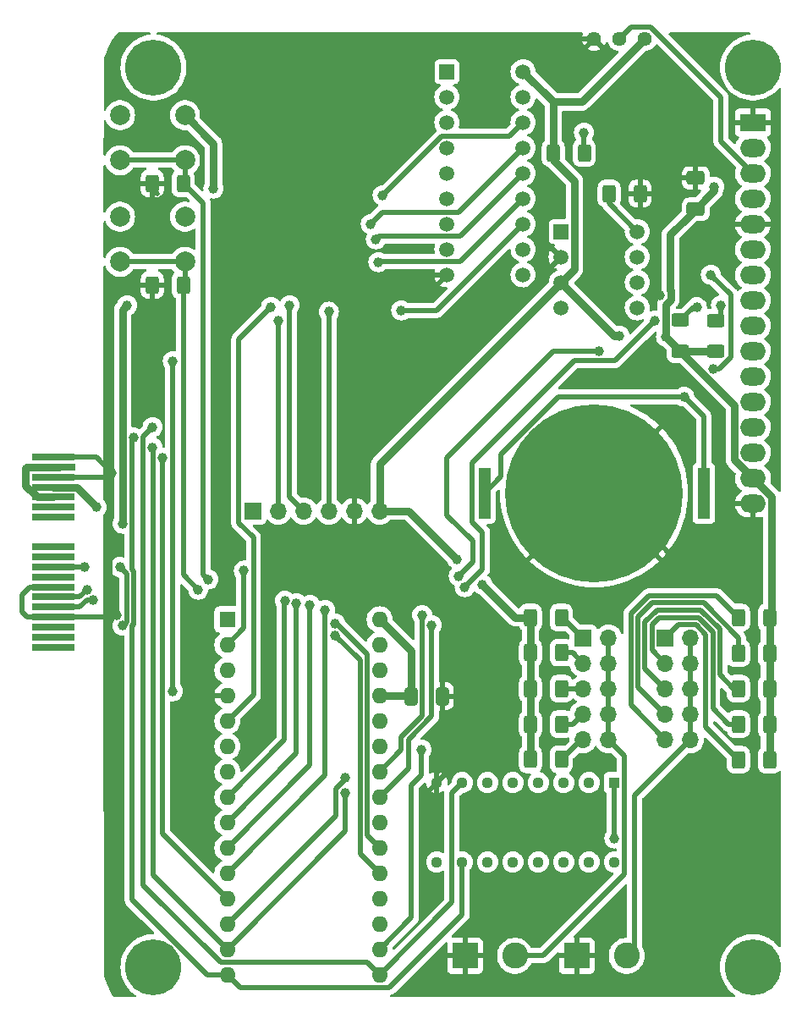
<source format=gbr>
%TF.GenerationSoftware,KiCad,Pcbnew,7.0.7*%
%TF.CreationDate,2024-11-29T17:50:20-06:00*%
%TF.ProjectId,DAQ Rev 2,44415120-5265-4762-9032-2e6b69636164,rev?*%
%TF.SameCoordinates,Original*%
%TF.FileFunction,Copper,L2,Bot*%
%TF.FilePolarity,Positive*%
%FSLAX46Y46*%
G04 Gerber Fmt 4.6, Leading zero omitted, Abs format (unit mm)*
G04 Created by KiCad (PCBNEW 7.0.7) date 2024-11-29 17:50:20*
%MOMM*%
%LPD*%
G01*
G04 APERTURE LIST*
G04 Aperture macros list*
%AMRoundRect*
0 Rectangle with rounded corners*
0 $1 Rounding radius*
0 $2 $3 $4 $5 $6 $7 $8 $9 X,Y pos of 4 corners*
0 Add a 4 corners polygon primitive as box body*
4,1,4,$2,$3,$4,$5,$6,$7,$8,$9,$2,$3,0*
0 Add four circle primitives for the rounded corners*
1,1,$1+$1,$2,$3*
1,1,$1+$1,$4,$5*
1,1,$1+$1,$6,$7*
1,1,$1+$1,$8,$9*
0 Add four rect primitives between the rounded corners*
20,1,$1+$1,$2,$3,$4,$5,0*
20,1,$1+$1,$4,$5,$6,$7,0*
20,1,$1+$1,$6,$7,$8,$9,0*
20,1,$1+$1,$8,$9,$2,$3,0*%
G04 Aperture macros list end*
%TA.AperFunction,ComponentPad*%
%ADD10C,5.600000*%
%TD*%
%TA.AperFunction,ComponentPad*%
%ADD11R,1.600000X1.600000*%
%TD*%
%TA.AperFunction,ComponentPad*%
%ADD12O,1.600000X1.600000*%
%TD*%
%TA.AperFunction,ComponentPad*%
%ADD13R,1.700000X1.700000*%
%TD*%
%TA.AperFunction,ComponentPad*%
%ADD14O,1.700000X1.700000*%
%TD*%
%TA.AperFunction,ComponentPad*%
%ADD15C,2.000000*%
%TD*%
%TA.AperFunction,ComponentPad*%
%ADD16R,1.130000X1.130000*%
%TD*%
%TA.AperFunction,ComponentPad*%
%ADD17C,1.130000*%
%TD*%
%TA.AperFunction,ComponentPad*%
%ADD18R,1.498600X1.498600*%
%TD*%
%TA.AperFunction,ComponentPad*%
%ADD19C,1.498600*%
%TD*%
%TA.AperFunction,ComponentPad*%
%ADD20C,1.440000*%
%TD*%
%TA.AperFunction,ComponentPad*%
%ADD21R,2.600000X2.600000*%
%TD*%
%TA.AperFunction,ComponentPad*%
%ADD22C,2.600000*%
%TD*%
%TA.AperFunction,ComponentPad*%
%ADD23R,2.600000X1.800000*%
%TD*%
%TA.AperFunction,ComponentPad*%
%ADD24O,2.600000X1.800000*%
%TD*%
%TA.AperFunction,SMDPad,CuDef*%
%ADD25RoundRect,0.250000X-0.412500X-0.650000X0.412500X-0.650000X0.412500X0.650000X-0.412500X0.650000X0*%
%TD*%
%TA.AperFunction,SMDPad,CuDef*%
%ADD26RoundRect,0.250000X-0.400000X-0.625000X0.400000X-0.625000X0.400000X0.625000X-0.400000X0.625000X0*%
%TD*%
%TA.AperFunction,SMDPad,CuDef*%
%ADD27R,1.270000X5.080000*%
%TD*%
%TA.AperFunction,SMDPad,CuDef*%
%ADD28C,17.800000*%
%TD*%
%TA.AperFunction,SMDPad,CuDef*%
%ADD29RoundRect,0.250000X0.400000X0.625000X-0.400000X0.625000X-0.400000X-0.625000X0.400000X-0.625000X0*%
%TD*%
%TA.AperFunction,SMDPad,CuDef*%
%ADD30RoundRect,0.250000X0.650000X-0.412500X0.650000X0.412500X-0.650000X0.412500X-0.650000X-0.412500X0*%
%TD*%
%TA.AperFunction,SMDPad,CuDef*%
%ADD31RoundRect,0.250000X0.625000X-0.400000X0.625000X0.400000X-0.625000X0.400000X-0.625000X-0.400000X0*%
%TD*%
%TA.AperFunction,ConnectorPad*%
%ADD32R,4.300000X0.700000*%
%TD*%
%TA.AperFunction,ConnectorPad*%
%ADD33R,3.200000X0.700000*%
%TD*%
%TA.AperFunction,ViaPad*%
%ADD34C,1.000000*%
%TD*%
%TA.AperFunction,Conductor*%
%ADD35C,0.500000*%
%TD*%
%TA.AperFunction,Conductor*%
%ADD36C,0.750000*%
%TD*%
G04 APERTURE END LIST*
D10*
%TO.P,H1,1*%
%TO.N,N/C*%
X127600000Y-44800000D03*
%TD*%
%TO.P,H2,1*%
%TO.N,N/C*%
X187600000Y-44800000D03*
%TD*%
%TO.P,H3,1*%
%TO.N,N/C*%
X127600000Y-134800000D03*
%TD*%
%TO.P,H4,1*%
%TO.N,N/C*%
X187600000Y-134800000D03*
%TD*%
D11*
%TO.P,A1,1,D1/TX*%
%TO.N,/E*%
X135000000Y-100000000D03*
D12*
%TO.P,A1,2,D0/RX*%
%TO.N,/RS*%
X135000000Y-102540000D03*
%TO.P,A1,3,~{RESET}*%
%TO.N,unconnected-(A1-~{RESET}-Pad3)*%
X135000000Y-105080000D03*
%TO.P,A1,4,GND*%
%TO.N,GND*%
X135000000Y-107620000D03*
%TO.P,A1,5,D2*%
%TO.N,/CAN_CS*%
X135000000Y-110160000D03*
%TO.P,A1,6,D3*%
%TO.N,/INT*%
X135000000Y-112700000D03*
%TO.P,A1,7,D4*%
%TO.N,/SYNC*%
X135000000Y-115240000D03*
%TO.P,A1,8,D5*%
%TO.N,/DB4*%
X135000000Y-117780000D03*
%TO.P,A1,9,D6*%
%TO.N,/DB5*%
X135000000Y-120320000D03*
%TO.P,A1,10,D7*%
%TO.N,/DB6*%
X135000000Y-122860000D03*
%TO.P,A1,11,D8*%
%TO.N,/DB7*%
X135000000Y-125400000D03*
%TO.P,A1,12,D9*%
%TO.N,/D9*%
X135000000Y-127940000D03*
%TO.P,A1,13,D10*%
%TO.N,/SS*%
X135000000Y-130480000D03*
%TO.P,A1,14,D11*%
%TO.N,/MOSI*%
X135000000Y-133020000D03*
%TO.P,A1,15,D12*%
%TO.N,/MISO*%
X135000000Y-135560000D03*
%TO.P,A1,16,D13*%
%TO.N,/SCK*%
X150240000Y-135560000D03*
%TO.P,A1,17,3V3*%
%TO.N,+3.3V*%
X150240000Y-133020000D03*
%TO.P,A1,18,AREF*%
%TO.N,unconnected-(A1-AREF-Pad18)*%
X150240000Y-130480000D03*
%TO.P,A1,19,A0*%
%TO.N,unconnected-(A1-A0-Pad19)*%
X150240000Y-127940000D03*
%TO.P,A1,20,A1*%
%TO.N,/Sw 1*%
X150240000Y-125400000D03*
%TO.P,A1,21,A2*%
%TO.N,/Sw 2*%
X150240000Y-122860000D03*
%TO.P,A1,22,A3*%
%TO.N,unconnected-(A1-A3-Pad22)*%
X150240000Y-120320000D03*
%TO.P,A1,23,A4*%
%TO.N,/I2C_DAT*%
X150240000Y-117780000D03*
%TO.P,A1,24,A5*%
%TO.N,/I2C_CLK*%
X150240000Y-115240000D03*
%TO.P,A1,25,A6*%
%TO.N,/Conn_1*%
X150240000Y-112700000D03*
%TO.P,A1,26,A7*%
%TO.N,/Conn_2*%
X150240000Y-110160000D03*
%TO.P,A1,27,+5V*%
%TO.N,+5V*%
X150240000Y-107620000D03*
%TO.P,A1,28,~{RESET}*%
%TO.N,unconnected-(A1-~{RESET}-Pad28)*%
X150240000Y-105080000D03*
%TO.P,A1,29,GND*%
%TO.N,GND*%
X150240000Y-102540000D03*
%TO.P,A1,30,VIN*%
%TO.N,+5V*%
X150240000Y-100000000D03*
%TD*%
D13*
%TO.P,J5,1,Pin_1*%
%TO.N,Net-(J5-Pin_1)*%
X170600000Y-101859000D03*
D14*
%TO.P,J5,2,Pin_2*%
%TO.N,/Conn_1*%
X173140000Y-101859000D03*
%TO.P,J5,3,Pin_3*%
%TO.N,Net-(J5-Pin_3)*%
X170600000Y-104399000D03*
%TO.P,J5,4,Pin_4*%
%TO.N,/Conn_1*%
X173140000Y-104399000D03*
%TO.P,J5,5,Pin_5*%
%TO.N,Net-(J5-Pin_5)*%
X170600000Y-106939000D03*
%TO.P,J5,6,Pin_6*%
%TO.N,/Conn_1*%
X173140000Y-106939000D03*
%TO.P,J5,7,Pin_7*%
%TO.N,Net-(J5-Pin_7)*%
X170600000Y-109479000D03*
%TO.P,J5,8,Pin_8*%
%TO.N,/Conn_1*%
X173140000Y-109479000D03*
%TO.P,J5,9,Pin_9*%
%TO.N,Net-(J5-Pin_9)*%
X170600000Y-112019000D03*
%TO.P,J5,10,Pin_10*%
%TO.N,/Conn_1*%
X173140000Y-112019000D03*
%TD*%
D13*
%TO.P,Pmod1,1,CS*%
%TO.N,/D9*%
X137541000Y-89154000D03*
D14*
%TO.P,Pmod1,2,MOSI*%
%TO.N,/MOSI*%
X140081000Y-89154000D03*
%TO.P,Pmod1,3,MISO*%
%TO.N,/MISO*%
X142621000Y-89154000D03*
%TO.P,Pmod1,4,SCK*%
%TO.N,/SCK*%
X145161000Y-89154000D03*
%TO.P,Pmod1,5,GND*%
%TO.N,GND*%
X147701000Y-89154000D03*
%TO.P,Pmod1,6,VCC*%
%TO.N,+5V*%
X150241000Y-89154000D03*
%TD*%
D15*
%TO.P,SW2,1,1*%
%TO.N,/Sw 2*%
X130758000Y-54066000D03*
X124258000Y-54066000D03*
%TO.P,SW2,2,2*%
%TO.N,+5V*%
X130758000Y-49566000D03*
X124258000Y-49566000D03*
%TD*%
D16*
%TO.P,U1,1,VCC*%
%TO.N,+3.3V*%
X173736000Y-116332000D03*
D17*
%TO.P,U1,2,1Y*%
%TO.N,/SS_3.3*%
X171196000Y-116332000D03*
%TO.P,U1,3,1A*%
%TO.N,/SS*%
X168656000Y-116332000D03*
%TO.P,U1,4,2Y*%
%TO.N,/MOSI_3.3*%
X166116000Y-116332000D03*
%TO.P,U1,5,2A*%
%TO.N,/MOSI*%
X163576000Y-116332000D03*
%TO.P,U1,6,3Y*%
%TO.N,/SCK_3.3*%
X161036000Y-116332000D03*
%TO.P,U1,7,3A*%
%TO.N,/SCK*%
X158496000Y-116332000D03*
%TO.P,U1,8,GND*%
%TO.N,GND*%
X155956000Y-116332000D03*
%TO.P,U1,9,4A*%
%TO.N,/MISO_3.3*%
X155956000Y-124272000D03*
%TO.P,U1,10,4Y*%
%TO.N,/MISO*%
X158496000Y-124272000D03*
%TO.P,U1,11,5A*%
%TO.N,unconnected-(U1-5A-Pad11)*%
X161036000Y-124272000D03*
%TO.P,U1,12,5Y*%
%TO.N,unconnected-(U1-5Y-Pad12)*%
X163576000Y-124272000D03*
%TO.P,U1,13*%
%TO.N,N/C*%
X166116000Y-124272000D03*
%TO.P,U1,14,6A*%
%TO.N,unconnected-(U1-6A-Pad14)*%
X168656000Y-124272000D03*
%TO.P,U1,15,6Y*%
%TO.N,unconnected-(U1-6Y-Pad15)*%
X171196000Y-124272000D03*
%TO.P,U1,16*%
%TO.N,N/C*%
X173736000Y-124272000D03*
%TD*%
D18*
%TO.P,U2,1,TXD*%
%TO.N,/CANTX*%
X168402000Y-61214000D03*
D19*
%TO.P,U2,2,VSS*%
%TO.N,GND*%
X168402000Y-63754000D03*
%TO.P,U2,3,VDD*%
%TO.N,+5V*%
X168402000Y-66294000D03*
%TO.P,U2,4,RXD*%
%TO.N,/CANRX*%
X168402000Y-68834000D03*
%TO.P,U2,5,SPLIT*%
%TO.N,unconnected-(U2-SPLIT-Pad5)*%
X176022000Y-68834000D03*
%TO.P,U2,6,CANL*%
%TO.N,/CANL*%
X176022000Y-66294000D03*
%TO.P,U2,7,CANH*%
%TO.N,/CANH*%
X176022000Y-63754000D03*
%TO.P,U2,8,STBY*%
%TO.N,Net-(U2-STBY)*%
X176022000Y-61214000D03*
%TD*%
D20*
%TO.P,RV1,1,1*%
%TO.N,+5V*%
X176784000Y-41910000D03*
%TO.P,RV1,2,2*%
%TO.N,Net-(U4-VO)*%
X174244000Y-41910000D03*
%TO.P,RV1,3,3*%
%TO.N,GND*%
X171704000Y-41910000D03*
%TD*%
D21*
%TO.P,J4,1,Pin_1*%
%TO.N,GND*%
X169966000Y-133655000D03*
D22*
%TO.P,J4,2,Pin_2*%
%TO.N,/Conn_2*%
X174966000Y-133655000D03*
%TD*%
D18*
%TO.P,U6,1*%
%TO.N,/CANTX*%
X156972000Y-45212000D03*
D19*
%TO.P,U6,2*%
%TO.N,/CANRX*%
X156972000Y-47752000D03*
%TO.P,U6,3*%
%TO.N,unconnected-(U6-Pad3)*%
X156972000Y-50292000D03*
%TO.P,U6,4*%
%TO.N,unconnected-(U6-Pad4)*%
X156972000Y-52832000D03*
%TO.P,U6,5*%
%TO.N,unconnected-(U6-Pad5)*%
X156972000Y-55372000D03*
%TO.P,U6,6*%
%TO.N,unconnected-(U6-Pad6)*%
X156972000Y-57912000D03*
%TO.P,U6,7*%
%TO.N,Net-(C7-Pad2)*%
X156972000Y-60452000D03*
%TO.P,U6,8*%
%TO.N,Net-(C5-Pad1)*%
X156972000Y-62992000D03*
%TO.P,U6,9*%
%TO.N,GND*%
X156972000Y-65532000D03*
%TO.P,U6,10*%
%TO.N,unconnected-(U6-Pad10)*%
X164592000Y-65532000D03*
%TO.P,U6,11*%
%TO.N,unconnected-(U6-Pad11)*%
X164592000Y-62992000D03*
%TO.P,U6,12*%
%TO.N,/INT*%
X164592000Y-60452000D03*
%TO.P,U6,13*%
%TO.N,/SCK*%
X164592000Y-57912000D03*
%TO.P,U6,14*%
%TO.N,/MOSI*%
X164592000Y-55372000D03*
%TO.P,U6,15*%
%TO.N,/MISO*%
X164592000Y-52832000D03*
%TO.P,U6,16*%
%TO.N,/CAN_CS*%
X164592000Y-50292000D03*
%TO.P,U6,17*%
%TO.N,Net-(R16-Pad1)*%
X164592000Y-47752000D03*
%TO.P,U6,18*%
%TO.N,+5V*%
X164592000Y-45212000D03*
%TD*%
D15*
%TO.P,SW1,1,1*%
%TO.N,/Sw 1*%
X130758000Y-64226000D03*
X124258000Y-64226000D03*
%TO.P,SW1,2,2*%
%TO.N,+5V*%
X130758000Y-59726000D03*
X124258000Y-59726000D03*
%TD*%
D21*
%TO.P,J3,1,Pin_1*%
%TO.N,GND*%
X158790000Y-133655000D03*
D22*
%TO.P,J3,2,Pin_2*%
%TO.N,/Conn_1*%
X163790000Y-133655000D03*
%TD*%
D23*
%TO.P,U4,1,VSS*%
%TO.N,GND*%
X187600000Y-50299100D03*
D24*
%TO.P,U4,2,VDD*%
%TO.N,+5V*%
X187600000Y-52839100D03*
%TO.P,U4,3,VO*%
%TO.N,Net-(U4-VO)*%
X187600000Y-55379100D03*
%TO.P,U4,4,RS*%
%TO.N,/RS*%
X187600000Y-57919100D03*
%TO.P,U4,5,R/~{W}*%
%TO.N,GND*%
X187600000Y-60459100D03*
%TO.P,U4,6,E*%
%TO.N,/E*%
X187600000Y-62999100D03*
%TO.P,U4,7,DB0*%
%TO.N,unconnected-(U4-DB0-Pad7)*%
X187600000Y-65539100D03*
%TO.P,U4,8,DB1*%
%TO.N,unconnected-(U4-DB1-Pad8)*%
X187600000Y-68079100D03*
%TO.P,U4,9,DB2*%
%TO.N,unconnected-(U4-DB2-Pad9)*%
X187600000Y-70619100D03*
%TO.P,U4,10,DB3*%
%TO.N,unconnected-(U4-DB3-Pad10)*%
X187600000Y-73159100D03*
%TO.P,U4,11,DB4*%
%TO.N,/DB4*%
X187600000Y-75699100D03*
%TO.P,U4,12,DB5*%
%TO.N,/DB5*%
X187600000Y-78239100D03*
%TO.P,U4,13,DB6*%
%TO.N,/DB6*%
X187600000Y-80779100D03*
%TO.P,U4,14,DB7*%
%TO.N,/DB7*%
X187600000Y-83319100D03*
%TO.P,U4,15,A/VEE*%
%TO.N,+5V*%
X187600000Y-85859100D03*
%TO.P,U4,16,K*%
%TO.N,GND*%
X187600000Y-88399100D03*
%TD*%
D13*
%TO.P,J6,1,Pin_1*%
%TO.N,Net-(J6-Pin_1)*%
X178811000Y-101859000D03*
D14*
%TO.P,J6,2,Pin_2*%
%TO.N,/Conn_2*%
X181351000Y-101859000D03*
%TO.P,J6,3,Pin_3*%
%TO.N,Net-(J6-Pin_3)*%
X178811000Y-104399000D03*
%TO.P,J6,4,Pin_4*%
%TO.N,/Conn_2*%
X181351000Y-104399000D03*
%TO.P,J6,5,Pin_5*%
%TO.N,Net-(J6-Pin_5)*%
X178811000Y-106939000D03*
%TO.P,J6,6,Pin_6*%
%TO.N,/Conn_2*%
X181351000Y-106939000D03*
%TO.P,J6,7,Pin_7*%
%TO.N,Net-(J6-Pin_7)*%
X178811000Y-109479000D03*
%TO.P,J6,8,Pin_8*%
%TO.N,/Conn_2*%
X181351000Y-109479000D03*
%TO.P,J6,9,Pin_9*%
%TO.N,Net-(J6-Pin_9)*%
X178811000Y-112019000D03*
%TO.P,J6,10,Pin_10*%
%TO.N,/Conn_2*%
X181351000Y-112019000D03*
%TD*%
D25*
%TO.P,C2,1*%
%TO.N,+5V*%
X153377500Y-107696000D03*
%TO.P,C2,2*%
%TO.N,GND*%
X156502500Y-107696000D03*
%TD*%
D26*
%TO.P,R2,1*%
%TO.N,GND*%
X127482000Y-66548000D03*
%TO.P,R2,2*%
%TO.N,/Sw 1*%
X130582000Y-66548000D03*
%TD*%
D27*
%TO.P,BT2,1,+*%
%TO.N,Net-(BT2-+)*%
X182689000Y-87376000D03*
X160719000Y-87376000D03*
D28*
%TO.P,BT2,2,-*%
%TO.N,GND*%
X171704000Y-87376000D03*
%TD*%
D26*
%TO.P,R11,1*%
%TO.N,Net-(J6-Pin_3)*%
X186151000Y-110490000D03*
%TO.P,R11,2*%
%TO.N,+5V*%
X189251000Y-110490000D03*
%TD*%
D29*
%TO.P,R6,1*%
%TO.N,Net-(J5-Pin_7)*%
X168428000Y-110490000D03*
%TO.P,R6,2*%
%TO.N,+5V*%
X165328000Y-110490000D03*
%TD*%
D30*
%TO.P,C8,1*%
%TO.N,+5V*%
X181864000Y-58966500D03*
%TO.P,C8,2*%
%TO.N,GND*%
X181864000Y-55841500D03*
%TD*%
D29*
%TO.P,R3,1*%
%TO.N,Net-(J5-Pin_1)*%
X168428000Y-99822000D03*
%TO.P,R3,2*%
%TO.N,+5V*%
X165328000Y-99822000D03*
%TD*%
D26*
%TO.P,R12,1*%
%TO.N,Net-(J6-Pin_1)*%
X186151000Y-114046000D03*
%TO.P,R12,2*%
%TO.N,+5V*%
X189251000Y-114046000D03*
%TD*%
D29*
%TO.P,R16,1*%
%TO.N,Net-(R16-Pad1)*%
X170714000Y-53340000D03*
%TO.P,R16,2*%
%TO.N,+5V*%
X167614000Y-53340000D03*
%TD*%
%TO.P,R5,1*%
%TO.N,Net-(J5-Pin_5)*%
X168428000Y-106934000D03*
%TO.P,R5,2*%
%TO.N,+5V*%
X165328000Y-106934000D03*
%TD*%
D31*
%TO.P,R13,1*%
%TO.N,+5V*%
X183896000Y-73204000D03*
%TO.P,R13,2*%
%TO.N,/I2C_CLK*%
X183896000Y-70104000D03*
%TD*%
D26*
%TO.P,R10,1*%
%TO.N,Net-(J6-Pin_5)*%
X186151000Y-106934000D03*
%TO.P,R10,2*%
%TO.N,+5V*%
X189251000Y-106934000D03*
%TD*%
D29*
%TO.P,R7,1*%
%TO.N,Net-(J5-Pin_9)*%
X168428000Y-114010000D03*
%TO.P,R7,2*%
%TO.N,+5V*%
X165328000Y-114010000D03*
%TD*%
D26*
%TO.P,R1,1*%
%TO.N,GND*%
X127482000Y-56388000D03*
%TO.P,R1,2*%
%TO.N,/Sw 2*%
X130582000Y-56388000D03*
%TD*%
%TO.P,R9,1*%
%TO.N,Net-(J6-Pin_7)*%
X186151000Y-103378000D03*
%TO.P,R9,2*%
%TO.N,+5V*%
X189251000Y-103378000D03*
%TD*%
%TO.P,R8,1*%
%TO.N,Net-(J6-Pin_9)*%
X186151000Y-99822000D03*
%TO.P,R8,2*%
%TO.N,+5V*%
X189251000Y-99822000D03*
%TD*%
D31*
%TO.P,R14,1*%
%TO.N,+5V*%
X180340000Y-73178000D03*
%TO.P,R14,2*%
%TO.N,/I2C_DAT*%
X180340000Y-70078000D03*
%TD*%
D32*
%TO.P,J1,B1,B1*%
%TO.N,unconnected-(J1-PadB1)*%
X117580000Y-102770000D03*
%TO.P,J1,B2,B2*%
%TO.N,unconnected-(J1-PadB2)*%
X117580000Y-101770000D03*
%TO.P,J1,B3,B3*%
%TO.N,unconnected-(J1-PadB3)*%
X117580000Y-100770000D03*
%TO.P,J1,B4,B4*%
%TO.N,GND*%
X117580000Y-99770000D03*
%TO.P,J1,B5,B5*%
%TO.N,/CANH*%
X117580000Y-98770000D03*
%TO.P,J1,B6,B6*%
%TO.N,/CANL*%
X117580000Y-97770000D03*
%TO.P,J1,B7,B7*%
%TO.N,GND*%
X117580000Y-96770000D03*
%TO.P,J1,B8,B8*%
%TO.N,unconnected-(J1-PadB8)*%
X117580000Y-95770000D03*
%TO.P,J1,B9,B9*%
%TO.N,/SYNC*%
X117580000Y-94770000D03*
%TO.P,J1,B10,B10*%
%TO.N,unconnected-(J1-PadB10)*%
X117580000Y-93770000D03*
%TO.P,J1,B11,B11*%
%TO.N,unconnected-(J1-PadB11)*%
X117580000Y-92770000D03*
%TO.P,J1,B12,B12*%
%TO.N,unconnected-(J1-PadB12)*%
X117580000Y-89770000D03*
%TO.P,J1,B13,B13*%
%TO.N,unconnected-(J1-PadB13)*%
X117580000Y-88770000D03*
%TO.P,J1,B14,B14*%
%TO.N,+5V*%
X117580000Y-87770000D03*
%TO.P,J1,B15,B15*%
X117580000Y-86770000D03*
%TO.P,J1,B16,B16*%
%TO.N,GND*%
X117580000Y-85770000D03*
D33*
%TO.P,J1,B17,B17*%
%TO.N,+5V*%
X118130000Y-84770000D03*
D32*
%TO.P,J1,B18,B18*%
%TO.N,GND*%
X117580000Y-83770000D03*
%TD*%
D29*
%TO.P,R15,1*%
%TO.N,GND*%
X176302000Y-57404000D03*
%TO.P,R15,2*%
%TO.N,Net-(U2-STBY)*%
X173202000Y-57404000D03*
%TD*%
%TO.P,R4,1*%
%TO.N,Net-(J5-Pin_3)*%
X168428000Y-103330000D03*
%TO.P,R4,2*%
%TO.N,+5V*%
X165328000Y-103330000D03*
%TD*%
D34*
%TO.N,GND*%
X134112000Y-68580000D03*
X125476000Y-56388000D03*
X134112000Y-66548000D03*
X134112000Y-67564000D03*
X123952000Y-99568000D03*
X187960000Y-118364000D03*
X129032000Y-70612000D03*
X129032000Y-69596000D03*
X135128000Y-50800000D03*
X156972000Y-102616000D03*
X123444000Y-85344000D03*
X187960000Y-126094502D03*
X178308000Y-67564000D03*
X129032000Y-68580000D03*
%TO.N,/RS*%
X136652500Y-95121500D03*
%TO.N,+5V*%
X160528000Y-96520000D03*
X178890000Y-71728000D03*
X174244000Y-71628000D03*
X121920000Y-88770000D03*
X124526500Y-90424000D03*
X124968000Y-68580000D03*
X183719550Y-56719550D03*
X133604000Y-56896000D03*
X157988000Y-93980000D03*
%TO.N,/I2C_CLK*%
X184404000Y-68580000D03*
X172212000Y-73152000D03*
X158159658Y-95675658D03*
X154490000Y-99568000D03*
%TO.N,/I2C_DAT*%
X177800000Y-70104000D03*
X181991000Y-68767500D03*
X158750000Y-96774000D03*
X155448000Y-100584000D03*
%TO.N,/SYNC*%
X124234000Y-94770000D03*
X124488434Y-100640868D03*
X120678000Y-94770000D03*
%TO.N,/DB4*%
X140736972Y-98145183D03*
%TO.N,/DB5*%
X141915503Y-98368497D03*
%TO.N,/DB6*%
X143257150Y-98550850D03*
%TO.N,/DB7*%
X144780000Y-99060000D03*
%TO.N,/INT*%
X152400000Y-69088000D03*
X129540000Y-107188000D03*
X129540000Y-74168000D03*
%TO.N,/SS*%
X146812000Y-115824000D03*
%TO.N,/MOSI*%
X140081000Y-70104000D03*
X149860000Y-61976000D03*
X127508000Y-82804000D03*
X146812000Y-117348000D03*
%TO.N,/MISO*%
X149352000Y-60452000D03*
X141224000Y-68580000D03*
X125608500Y-81788000D03*
%TO.N,/SCK*%
X145161000Y-69215000D03*
X127508000Y-80772000D03*
X150114000Y-64262000D03*
%TO.N,+3.3V*%
X154432000Y-113040500D03*
X173736000Y-121920000D03*
%TO.N,/Sw 1*%
X132080000Y-97028000D03*
X145796000Y-101600000D03*
%TO.N,/Sw 2*%
X145796000Y-100400497D03*
X133096000Y-96012000D03*
%TO.N,/CAN_CS*%
X150535967Y-57571967D03*
X139359967Y-68747967D03*
%TO.N,/D9*%
X128524000Y-83820000D03*
%TO.N,/CANH*%
X121559652Y-98073691D03*
%TO.N,/CANL*%
X120972000Y-97028000D03*
%TO.N,Net-(R16-Pad1)*%
X170688000Y-51308000D03*
%TO.N,Net-(BT2-+)*%
X183626787Y-74945213D03*
X183388000Y-65532000D03*
X180721000Y-77724000D03*
%TD*%
D35*
%TO.N,GND*%
X123284000Y-85504000D02*
X123444000Y-85344000D01*
X123284000Y-98900000D02*
X123284000Y-85504000D01*
X123952000Y-99568000D02*
X123284000Y-98900000D01*
X168402000Y-63754000D02*
X159004000Y-73152000D01*
X155956000Y-115316000D02*
X156464000Y-114808000D01*
X127482000Y-56870000D02*
X128016000Y-57404000D01*
X127482000Y-56388000D02*
X125476000Y-56388000D01*
X123018000Y-85770000D02*
X117580000Y-85770000D01*
X156972000Y-65532000D02*
X154432000Y-65532000D01*
X114405000Y-99245000D02*
X114930000Y-99770000D01*
X176218000Y-90366000D02*
X179832000Y-93980000D01*
X174694000Y-90366000D02*
X176218000Y-90366000D01*
X171704000Y-87376000D02*
X174694000Y-90366000D01*
X123444000Y-85344000D02*
X123018000Y-85770000D01*
X168402000Y-41910000D02*
X168148000Y-42164000D01*
X155956000Y-116332000D02*
X155956000Y-115316000D01*
X117580000Y-96770000D02*
X115180000Y-96770000D01*
X155956000Y-116332000D02*
X155956000Y-117856000D01*
X115180000Y-96770000D02*
X114405000Y-97545000D01*
X187960000Y-118364000D02*
X187960000Y-126094502D01*
X114930000Y-99770000D02*
X117580000Y-99770000D01*
X123444000Y-85344000D02*
X121870000Y-83770000D01*
X121870000Y-83770000D02*
X117580000Y-83770000D01*
X133020000Y-107620000D02*
X132080000Y-106680000D01*
X117580000Y-99770000D02*
X123750000Y-99770000D01*
X159004000Y-73152000D02*
X151892000Y-73152000D01*
X114405000Y-97545000D02*
X114405000Y-99245000D01*
X135000000Y-107620000D02*
X133020000Y-107620000D01*
X171704000Y-41910000D02*
X168402000Y-41910000D01*
X123750000Y-99770000D02*
X123952000Y-99568000D01*
%TO.N,/RS*%
X136652500Y-100887500D02*
X135000000Y-102540000D01*
X136652500Y-95121500D02*
X136652500Y-100887500D01*
D36*
%TO.N,+5V*%
X174244000Y-71628000D02*
X173736000Y-71628000D01*
X163830000Y-99822000D02*
X165328000Y-99822000D01*
X181121250Y-59709250D02*
X181864000Y-58966500D01*
X169726300Y-56120026D02*
X169726300Y-64969700D01*
X179324000Y-61506500D02*
X181121250Y-59709250D01*
X187600000Y-85859100D02*
X189475000Y-87734100D01*
X167614000Y-48234000D02*
X164592000Y-45212000D01*
X114808000Y-86648000D02*
X115930000Y-87770000D01*
X183719550Y-56719550D02*
X183719550Y-57110950D01*
X124526500Y-90424000D02*
X124519000Y-90416500D01*
X183870000Y-73178000D02*
X183896000Y-73204000D01*
X178890000Y-68506000D02*
X179383000Y-68013000D01*
X176784000Y-41910000D02*
X170460000Y-48234000D01*
X153162000Y-89154000D02*
X150241000Y-89154000D01*
X173736000Y-71628000D02*
X168402000Y-66294000D01*
X170460000Y-48234000D02*
X167614000Y-48234000D01*
X150241000Y-84455000D02*
X150241000Y-89154000D01*
X183719550Y-57110950D02*
X181121250Y-59709250D01*
X179383000Y-68013000D02*
X179383000Y-67118720D01*
X150240000Y-107620000D02*
X153301500Y-107620000D01*
X178890000Y-71728000D02*
X178890000Y-68506000D01*
X167614000Y-54007726D02*
X169726300Y-56120026D01*
X185725000Y-83984100D02*
X187600000Y-85859100D01*
X115930000Y-87770000D02*
X117580000Y-87770000D01*
X114808000Y-84892000D02*
X114808000Y-86648000D01*
X153377500Y-103137500D02*
X153377500Y-107696000D01*
X179324000Y-67059720D02*
X179324000Y-61506500D01*
X121920000Y-88770000D02*
X119920000Y-86770000D01*
X157988000Y-93980000D02*
X153162000Y-89154000D01*
X185725000Y-78563000D02*
X185725000Y-83984100D01*
X189251000Y-99822000D02*
X189251000Y-114046000D01*
X165328000Y-114010000D02*
X165328000Y-99822000D01*
X124519000Y-69029000D02*
X124968000Y-68580000D01*
X118130000Y-84770000D02*
X114930000Y-84770000D01*
X180340000Y-73178000D02*
X183870000Y-73178000D01*
X150240000Y-100000000D02*
X153377500Y-103137500D01*
X153301500Y-107620000D02*
X153377500Y-107696000D01*
X160528000Y-96520000D02*
X163830000Y-99822000D01*
X133604000Y-56896000D02*
X133604000Y-52412000D01*
X189475000Y-87734100D02*
X189475000Y-99598000D01*
X179383000Y-67118720D02*
X179324000Y-67059720D01*
X180340000Y-73178000D02*
X178890000Y-71728000D01*
X167614000Y-53340000D02*
X167614000Y-48234000D01*
X180340000Y-73178000D02*
X185725000Y-78563000D01*
X133604000Y-52412000D02*
X130758000Y-49566000D01*
X167614000Y-53340000D02*
X167614000Y-54007726D01*
X150240000Y-89155000D02*
X150241000Y-89154000D01*
X168402000Y-66294000D02*
X150241000Y-84455000D01*
X189475000Y-99598000D02*
X189251000Y-99822000D01*
X124519000Y-90416500D02*
X124519000Y-69029000D01*
X119920000Y-86770000D02*
X117580000Y-86770000D01*
X169726300Y-64969700D02*
X168402000Y-66294000D01*
X114930000Y-84770000D02*
X114808000Y-84892000D01*
D35*
%TO.N,/I2C_CLK*%
X184404000Y-69596000D02*
X183896000Y-70104000D01*
X159559416Y-94275900D02*
X159559416Y-92160716D01*
X150240000Y-115240000D02*
X152400000Y-113080000D01*
X156972000Y-83820000D02*
X167640000Y-73152000D01*
X152400000Y-113080000D02*
X152400000Y-111760000D01*
X167640000Y-73152000D02*
X172212000Y-73152000D01*
X158159658Y-95675658D02*
X159559416Y-94275900D01*
X154490000Y-109670000D02*
X154490000Y-99568000D01*
X184404000Y-68580000D02*
X184404000Y-69596000D01*
X154490000Y-99568000D02*
X154490000Y-99345316D01*
X156972000Y-89573300D02*
X156972000Y-83820000D01*
X159559416Y-92160716D02*
X156972000Y-89573300D01*
X152400000Y-111760000D02*
X154490000Y-109670000D01*
%TO.N,/I2C_DAT*%
X181650500Y-68767500D02*
X180340000Y-70078000D01*
X155390000Y-106756051D02*
X155448000Y-106698051D01*
X155448000Y-106698051D02*
X155448000Y-100584000D01*
X155390000Y-108635949D02*
X155390000Y-106756051D01*
X159512000Y-90244000D02*
X159512000Y-84328000D01*
X155448000Y-109701950D02*
X155448000Y-108693949D01*
X158750000Y-96774000D02*
X160528000Y-94996000D01*
X153100000Y-112049950D02*
X155448000Y-109701950D01*
X160528000Y-91260000D02*
X159512000Y-90244000D01*
X150240000Y-117780000D02*
X153100000Y-114920000D01*
X160528000Y-94996000D02*
X160528000Y-91260000D01*
X153100000Y-114920000D02*
X153100000Y-112049950D01*
X155448000Y-108693949D02*
X155390000Y-108635949D01*
X173802000Y-74102000D02*
X177800000Y-70104000D01*
X169738000Y-74102000D02*
X173802000Y-74102000D01*
X159512000Y-84328000D02*
X169738000Y-74102000D01*
X181991000Y-68767500D02*
X181650500Y-68767500D01*
%TO.N,/SYNC*%
X124902000Y-95438000D02*
X124234000Y-94770000D01*
X120678000Y-94770000D02*
X117580000Y-94770000D01*
X124488434Y-100640868D02*
X124902000Y-100227302D01*
X124902000Y-100227302D02*
X124902000Y-95438000D01*
%TO.N,/DB4*%
X140736972Y-98145183D02*
X140716000Y-98166155D01*
X140716000Y-98166155D02*
X140716000Y-112064000D01*
X140716000Y-112064000D02*
X135000000Y-117780000D01*
%TO.N,/DB5*%
X141915503Y-98368497D02*
X141915503Y-113404497D01*
X141915503Y-113404497D02*
X135000000Y-120320000D01*
%TO.N,/DB6*%
X143257150Y-98550850D02*
X143257150Y-114602850D01*
X143257150Y-114602850D02*
X135000000Y-122860000D01*
%TO.N,/DB7*%
X144780000Y-115620000D02*
X135000000Y-125400000D01*
X144780000Y-99060000D02*
X144780000Y-115620000D01*
%TO.N,/INT*%
X129540000Y-74168000D02*
X129540000Y-107188000D01*
X129540000Y-107188000D02*
X129540000Y-107240000D01*
X152400000Y-69088000D02*
X155956000Y-69088000D01*
X155956000Y-69088000D02*
X164592000Y-60452000D01*
%TO.N,/SS*%
X135000000Y-130480000D02*
X145862000Y-119618000D01*
X146812000Y-116004497D02*
X146812000Y-115824000D01*
X145862000Y-119618000D02*
X145862000Y-116954497D01*
X145862000Y-116954497D02*
X146812000Y-116004497D01*
%TO.N,/MOSI*%
X164592000Y-55372000D02*
X158312700Y-61651300D01*
X158312700Y-61651300D02*
X150184700Y-61651300D01*
X127574000Y-82738000D02*
X127574000Y-125594000D01*
X146812000Y-121208000D02*
X146812000Y-117348000D01*
X127574000Y-125594000D02*
X135000000Y-133020000D01*
X140081000Y-70104000D02*
X140081000Y-89154000D01*
X127508000Y-82804000D02*
X127574000Y-82738000D01*
X150184700Y-61651300D02*
X149860000Y-61976000D01*
X135000000Y-133020000D02*
X146812000Y-121208000D01*
%TO.N,/MISO*%
X158496000Y-129540000D02*
X158496000Y-124272000D01*
X125602000Y-95148051D02*
X125602000Y-100517251D01*
X141224000Y-68580000D02*
X141224000Y-87757000D01*
X158171300Y-59252700D02*
X150551300Y-59252700D01*
X125476000Y-128079805D02*
X132956195Y-135560000D01*
X125602000Y-100517251D02*
X125476000Y-100643251D01*
X125608500Y-81788000D02*
X125476000Y-81920500D01*
X141224000Y-87757000D02*
X142621000Y-89154000D01*
X125476000Y-100643251D02*
X125476000Y-128079805D01*
X136250000Y-136810000D02*
X151226000Y-136810000D01*
X151226000Y-136810000D02*
X158496000Y-129540000D01*
X150551300Y-59252700D02*
X149352000Y-60452000D01*
X125476000Y-95022050D02*
X125602000Y-95148051D01*
X164592000Y-52832000D02*
X158171300Y-59252700D01*
X132956195Y-135560000D02*
X135000000Y-135560000D01*
X135000000Y-135560000D02*
X136250000Y-136810000D01*
X125476000Y-81920500D02*
X125476000Y-95022050D01*
%TO.N,/SCK*%
X134310000Y-134310000D02*
X148990000Y-134310000D01*
X126558000Y-81722000D02*
X126558000Y-126558000D01*
X158312700Y-64191300D02*
X150184700Y-64191300D01*
X127508000Y-80772000D02*
X126558000Y-81722000D01*
X157481000Y-117347000D02*
X158496000Y-116332000D01*
X157481000Y-128319000D02*
X157481000Y-117347000D01*
X150184700Y-64191300D02*
X150114000Y-64262000D01*
X148990000Y-134310000D02*
X150240000Y-135560000D01*
X145161000Y-69215000D02*
X145161000Y-89154000D01*
X126558000Y-126558000D02*
X134310000Y-134310000D01*
X164592000Y-57912000D02*
X158312700Y-64191300D01*
X150240000Y-135560000D02*
X157481000Y-128319000D01*
%TO.N,+3.3V*%
X153416000Y-129844000D02*
X150240000Y-133020000D01*
X154432000Y-115580500D02*
X153416000Y-116596500D01*
X173736000Y-121920000D02*
X173736000Y-116332000D01*
X154432000Y-113040500D02*
X154432000Y-115580500D01*
X153416000Y-116596500D02*
X153416000Y-129844000D01*
%TO.N,/Sw 1*%
X124258000Y-64226000D02*
X130758000Y-64226000D01*
X148290000Y-104094000D02*
X145796000Y-101600000D01*
X132080000Y-97028000D02*
X130582000Y-95530000D01*
X148290000Y-123450000D02*
X150240000Y-125400000D01*
X130758000Y-64226000D02*
X130758000Y-66372000D01*
X130582000Y-95530000D02*
X130582000Y-66548000D01*
X130758000Y-66372000D02*
X130582000Y-66548000D01*
X148290000Y-104094000D02*
X148290000Y-123450000D01*
%TO.N,/Sw 2*%
X145940000Y-100400497D02*
X145796000Y-100400497D01*
X148990000Y-121610000D02*
X148990000Y-104286000D01*
X132588000Y-95504000D02*
X132588000Y-58394000D01*
X130758000Y-54066000D02*
X130758000Y-56212000D01*
X148990000Y-103450497D02*
X145940000Y-100400497D01*
X130758000Y-54066000D02*
X124258000Y-54066000D01*
X150240000Y-122860000D02*
X148990000Y-121610000D01*
X148990000Y-104286000D02*
X148990000Y-103450497D01*
X133096000Y-96012000D02*
X132588000Y-95504000D01*
X130758000Y-56212000D02*
X130582000Y-56388000D01*
X132588000Y-58394000D02*
X130582000Y-56388000D01*
%TO.N,/Conn_1*%
X163790000Y-133655000D02*
X166573000Y-133655000D01*
X174752000Y-125476000D02*
X174752000Y-113631000D01*
X173140000Y-112019000D02*
X173140000Y-101859000D01*
X166573000Y-133655000D02*
X174752000Y-125476000D01*
X174752000Y-113631000D02*
X173140000Y-112019000D01*
%TO.N,Net-(U4-VO)*%
X184404000Y-47752000D02*
X184404000Y-52183100D01*
X184404000Y-52183100D02*
X187600000Y-55379100D01*
X174244000Y-41910000D02*
X175414000Y-40740000D01*
X177392000Y-40740000D02*
X184404000Y-47752000D01*
X175414000Y-40740000D02*
X177392000Y-40740000D01*
%TO.N,/Conn_2*%
X181351000Y-101859000D02*
X181351000Y-112019000D01*
X175768000Y-117602000D02*
X175768000Y-132853000D01*
X181351000Y-112019000D02*
X175768000Y-117602000D01*
X175768000Y-132853000D02*
X174966000Y-133655000D01*
%TO.N,Net-(J5-Pin_1)*%
X168563000Y-99822000D02*
X170600000Y-101859000D01*
X168428000Y-99822000D02*
X168563000Y-99822000D01*
%TO.N,Net-(J5-Pin_3)*%
X168428000Y-103330000D02*
X169531000Y-103330000D01*
X169531000Y-103330000D02*
X170600000Y-104399000D01*
%TO.N,Net-(J5-Pin_5)*%
X168428000Y-106934000D02*
X170595000Y-106934000D01*
X170595000Y-106934000D02*
X170600000Y-106939000D01*
%TO.N,/CAN_CS*%
X139359966Y-68747967D02*
X139359967Y-68747967D01*
X156475233Y-51632700D02*
X163251300Y-51632700D01*
X136144000Y-90357000D02*
X136144000Y-71963933D01*
X150535966Y-57571967D02*
X150535967Y-57571967D01*
X139359967Y-68747967D02*
X139359967Y-68747966D01*
X136144000Y-71963933D02*
X139359966Y-68747967D01*
X150535967Y-57571967D02*
X150535967Y-57571966D01*
X163251300Y-51632700D02*
X164592000Y-50292000D01*
X150535967Y-57571966D02*
X156475233Y-51632700D01*
X137602000Y-91815000D02*
X136144000Y-90357000D01*
X137602000Y-107558000D02*
X137602000Y-91815000D01*
X135000000Y-110160000D02*
X137602000Y-107558000D01*
%TO.N,Net-(J5-Pin_7)*%
X168428000Y-110490000D02*
X169589000Y-110490000D01*
X169589000Y-110490000D02*
X170600000Y-109479000D01*
%TO.N,/D9*%
X128524000Y-121464000D02*
X135000000Y-127940000D01*
X128524000Y-83820000D02*
X128524000Y-121464000D01*
%TO.N,Net-(J5-Pin_9)*%
X170600000Y-112019000D02*
X170419000Y-112019000D01*
X170419000Y-112019000D02*
X168428000Y-114010000D01*
%TO.N,Net-(J6-Pin_9)*%
X186151000Y-99822000D02*
X183989000Y-97660000D01*
X183989000Y-97660000D02*
X177168000Y-97660000D01*
X177168000Y-97660000D02*
X175384000Y-99444000D01*
X175384000Y-108592000D02*
X178811000Y-112019000D01*
X175384000Y-99444000D02*
X175384000Y-108592000D01*
%TO.N,Net-(J6-Pin_7)*%
X186151000Y-101850672D02*
X182660327Y-98360000D01*
X176084000Y-99760000D02*
X176084000Y-106752000D01*
X177484000Y-98360000D02*
X176084000Y-99760000D01*
X176084000Y-106752000D02*
X178811000Y-109479000D01*
X182660327Y-98360000D02*
X177484000Y-98360000D01*
X186151000Y-103378000D02*
X186151000Y-101850672D01*
%TO.N,Net-(J6-Pin_5)*%
X186151000Y-106934000D02*
X185674000Y-106934000D01*
X176784000Y-104912000D02*
X178811000Y-106939000D01*
X184280000Y-100969622D02*
X182370378Y-99060000D01*
X182370378Y-99060000D02*
X178020050Y-99060000D01*
X185674000Y-106934000D02*
X184280000Y-105540000D01*
X178020050Y-99060000D02*
X176784000Y-100296050D01*
X184280000Y-105540000D02*
X184280000Y-100969622D01*
X176784000Y-100296050D02*
X176784000Y-104912000D01*
%TO.N,Net-(J6-Pin_3)*%
X178211000Y-99859000D02*
X177511000Y-100559000D01*
X183580000Y-101259572D02*
X182179427Y-99859000D01*
X177511000Y-100559000D02*
X177511000Y-103099000D01*
X185166000Y-110490000D02*
X183580000Y-108904000D01*
X182179427Y-99859000D02*
X178211000Y-99859000D01*
X183580000Y-108904000D02*
X183580000Y-101259572D01*
X186151000Y-110490000D02*
X185166000Y-110490000D01*
X177511000Y-103099000D02*
X178811000Y-104399000D01*
%TO.N,Net-(J6-Pin_1)*%
X181889478Y-100559000D02*
X180111000Y-100559000D01*
X182880000Y-110775000D02*
X182880000Y-101549522D01*
X180111000Y-100559000D02*
X178811000Y-101859000D01*
X182880000Y-101549522D02*
X181889478Y-100559000D01*
X186151000Y-114046000D02*
X182880000Y-110775000D01*
%TO.N,/CANH*%
X120219950Y-98770000D02*
X117580000Y-98770000D01*
X121529961Y-98044000D02*
X120945950Y-98044000D01*
X121559652Y-98073691D02*
X121529961Y-98044000D01*
X120945950Y-98044000D02*
X120219950Y-98770000D01*
%TO.N,/CANL*%
X120230000Y-97770000D02*
X117580000Y-97770000D01*
X120972000Y-97028000D02*
X120230000Y-97770000D01*
%TO.N,Net-(R16-Pad1)*%
X170688000Y-53314000D02*
X170714000Y-53340000D01*
X170688000Y-51308000D02*
X170688000Y-53314000D01*
%TO.N,Net-(U2-STBY)*%
X173202000Y-58394000D02*
X176022000Y-61214000D01*
X173202000Y-57404000D02*
X173202000Y-58394000D01*
%TO.N,Net-(BT2-+)*%
X183388000Y-65532000D02*
X185354000Y-67498000D01*
X185354000Y-73760949D02*
X184169736Y-74945213D01*
X184169736Y-74945213D02*
X183626787Y-74945213D01*
X168133103Y-77724000D02*
X180721000Y-77724000D01*
X162354000Y-85741000D02*
X162354000Y-83503103D01*
X182689000Y-87693000D02*
X182880000Y-87884000D01*
X182689000Y-79692000D02*
X182689000Y-87693000D01*
X160719000Y-87376000D02*
X162354000Y-85741000D01*
X180721000Y-77724000D02*
X182689000Y-79692000D01*
X185354000Y-67498000D02*
X185354000Y-73760949D01*
X162354000Y-83503103D02*
X168133103Y-77724000D01*
%TD*%
%TA.AperFunction,Conductor*%
%TO.N,GND*%
G36*
X122794444Y-64649147D02*
G01*
X122832111Y-64707994D01*
X122833276Y-64712271D01*
X122833937Y-64714881D01*
X122933826Y-64942606D01*
X123069833Y-65150782D01*
X123069835Y-65150784D01*
X123069836Y-65150785D01*
X123238256Y-65333738D01*
X123434491Y-65486474D01*
X123476045Y-65508962D01*
X123651046Y-65603668D01*
X123653190Y-65604828D01*
X123888386Y-65685571D01*
X124133665Y-65726500D01*
X124382335Y-65726500D01*
X124627614Y-65685571D01*
X124862810Y-65604828D01*
X125081509Y-65486474D01*
X125277744Y-65333738D01*
X125446164Y-65150785D01*
X125523327Y-65032677D01*
X125576474Y-64987322D01*
X125627136Y-64976500D01*
X126785546Y-64976500D01*
X126852585Y-64996185D01*
X126898340Y-65048989D01*
X126908284Y-65118147D01*
X126879259Y-65181703D01*
X126824551Y-65218206D01*
X126762878Y-65238642D01*
X126762875Y-65238643D01*
X126613654Y-65330684D01*
X126489684Y-65454654D01*
X126397643Y-65603875D01*
X126397641Y-65603880D01*
X126342494Y-65770302D01*
X126342493Y-65770309D01*
X126332000Y-65873013D01*
X126332000Y-66298000D01*
X128631999Y-66298000D01*
X128631999Y-65873028D01*
X128631998Y-65873013D01*
X128621505Y-65770302D01*
X128566358Y-65603880D01*
X128566356Y-65603875D01*
X128474315Y-65454654D01*
X128350345Y-65330684D01*
X128201124Y-65238643D01*
X128201119Y-65238641D01*
X128139449Y-65218206D01*
X128082004Y-65178433D01*
X128055181Y-65113918D01*
X128067496Y-65045142D01*
X128115039Y-64993942D01*
X128178453Y-64976500D01*
X129388864Y-64976500D01*
X129455903Y-64996185D01*
X129492672Y-65032677D01*
X129569834Y-65150782D01*
X129569838Y-65150788D01*
X129644080Y-65231437D01*
X129675002Y-65294091D01*
X129667142Y-65363517D01*
X129640532Y-65403099D01*
X129589289Y-65454342D01*
X129497187Y-65603663D01*
X129497185Y-65603668D01*
X129497115Y-65603880D01*
X129442001Y-65770203D01*
X129442001Y-65770204D01*
X129442000Y-65770204D01*
X129431500Y-65872983D01*
X129431500Y-67223001D01*
X129431501Y-67223018D01*
X129442000Y-67325796D01*
X129442001Y-67325799D01*
X129497185Y-67492331D01*
X129497187Y-67492336D01*
X129524512Y-67536637D01*
X129589288Y-67641656D01*
X129713344Y-67765712D01*
X129772596Y-67802258D01*
X129819321Y-67854204D01*
X129831500Y-67907797D01*
X129831500Y-73054555D01*
X129811815Y-73121594D01*
X129759011Y-73167349D01*
X129695347Y-73177958D01*
X129540001Y-73162659D01*
X129540000Y-73162659D01*
X129343870Y-73181975D01*
X129155266Y-73239188D01*
X128981467Y-73332086D01*
X128981460Y-73332090D01*
X128829116Y-73457116D01*
X128704090Y-73609460D01*
X128704086Y-73609467D01*
X128611188Y-73783266D01*
X128553975Y-73971870D01*
X128534659Y-74168000D01*
X128553975Y-74364129D01*
X128553976Y-74364132D01*
X128605678Y-74534571D01*
X128611188Y-74552733D01*
X128704086Y-74726532D01*
X128704090Y-74726539D01*
X128761352Y-74796312D01*
X128788665Y-74860622D01*
X128789499Y-74874977D01*
X128789499Y-82703995D01*
X128769814Y-82771034D01*
X128717010Y-82816789D01*
X128653343Y-82827398D01*
X128615569Y-82823677D01*
X128550782Y-82797515D01*
X128510424Y-82740480D01*
X128504322Y-82712428D01*
X128494024Y-82607868D01*
X128436814Y-82419273D01*
X128436811Y-82419269D01*
X128436811Y-82419266D01*
X128343913Y-82245467D01*
X128343909Y-82245460D01*
X128218883Y-82093116D01*
X128066539Y-81968090D01*
X128066532Y-81968086D01*
X127934209Y-81897358D01*
X127884365Y-81848396D01*
X127868904Y-81780258D01*
X127892736Y-81714579D01*
X127934209Y-81678642D01*
X128066532Y-81607913D01*
X128066538Y-81607910D01*
X128218883Y-81482883D01*
X128343910Y-81330538D01*
X128436814Y-81156727D01*
X128494024Y-80968132D01*
X128513341Y-80772000D01*
X128494024Y-80575868D01*
X128436814Y-80387273D01*
X128436811Y-80387269D01*
X128436811Y-80387266D01*
X128343913Y-80213467D01*
X128343909Y-80213460D01*
X128218883Y-80061116D01*
X128066539Y-79936090D01*
X128066532Y-79936086D01*
X127892733Y-79843188D01*
X127892727Y-79843186D01*
X127704132Y-79785976D01*
X127704129Y-79785975D01*
X127508000Y-79766659D01*
X127311870Y-79785975D01*
X127123266Y-79843188D01*
X126949467Y-79936086D01*
X126949460Y-79936090D01*
X126797116Y-80061116D01*
X126672090Y-80213460D01*
X126672086Y-80213467D01*
X126579188Y-80387266D01*
X126521975Y-80575870D01*
X126513127Y-80665700D01*
X126486965Y-80730487D01*
X126477405Y-80741225D01*
X126296911Y-80921720D01*
X126235588Y-80955205D01*
X126165897Y-80950221D01*
X126150777Y-80943397D01*
X125993233Y-80859188D01*
X125993227Y-80859186D01*
X125804632Y-80801976D01*
X125804629Y-80801975D01*
X125608500Y-80782659D01*
X125530654Y-80790326D01*
X125462008Y-80777307D01*
X125411298Y-80729242D01*
X125394500Y-80666923D01*
X125394500Y-69560808D01*
X125414185Y-69493769D01*
X125460044Y-69451450D01*
X125526538Y-69415910D01*
X125678883Y-69290883D01*
X125803910Y-69138538D01*
X125868788Y-69017160D01*
X125896811Y-68964733D01*
X125896811Y-68964732D01*
X125896814Y-68964727D01*
X125954024Y-68776132D01*
X125973341Y-68580000D01*
X125954024Y-68383868D01*
X125896814Y-68195273D01*
X125896811Y-68195269D01*
X125896811Y-68195266D01*
X125803913Y-68021467D01*
X125803909Y-68021460D01*
X125678883Y-67869116D01*
X125526539Y-67744090D01*
X125526532Y-67744086D01*
X125352733Y-67651188D01*
X125352727Y-67651186D01*
X125223427Y-67611963D01*
X125164129Y-67593975D01*
X124968000Y-67574659D01*
X124771870Y-67593975D01*
X124583266Y-67651188D01*
X124409467Y-67744086D01*
X124409460Y-67744090D01*
X124257116Y-67869116D01*
X124132090Y-68021460D01*
X124132086Y-68021467D01*
X124039186Y-68195271D01*
X124015371Y-68273777D01*
X123984392Y-68325462D01*
X123926873Y-68382982D01*
X123923170Y-68386396D01*
X123879641Y-68423370D01*
X123829191Y-68489737D01*
X123776970Y-68554701D01*
X123776968Y-68554704D01*
X123776879Y-68554885D01*
X123764529Y-68574796D01*
X123764400Y-68574964D01*
X123764397Y-68574970D01*
X123751347Y-68603179D01*
X123729389Y-68650640D01*
X123711943Y-68685818D01*
X123692359Y-68725305D01*
X123692354Y-68725319D01*
X123692309Y-68725503D01*
X123684527Y-68747609D01*
X123684441Y-68747794D01*
X123684438Y-68747803D01*
X123666514Y-68829229D01*
X123646399Y-68910113D01*
X123646394Y-68910310D01*
X123643545Y-68933575D01*
X123643500Y-68933778D01*
X123643500Y-68933784D01*
X123643500Y-69017159D01*
X123642610Y-69050011D01*
X123641243Y-69100473D01*
X123641278Y-69100656D01*
X123643499Y-69124018D01*
X123643499Y-89922500D01*
X123628858Y-89980952D01*
X123597688Y-90039268D01*
X123597687Y-90039270D01*
X123597686Y-90039273D01*
X123582374Y-90089751D01*
X123540475Y-90227870D01*
X123521159Y-90424000D01*
X123540475Y-90620129D01*
X123597688Y-90808733D01*
X123690586Y-90982532D01*
X123690590Y-90982539D01*
X123815616Y-91134883D01*
X123967960Y-91259909D01*
X123967967Y-91259913D01*
X124141766Y-91352811D01*
X124141769Y-91352811D01*
X124141773Y-91352814D01*
X124330368Y-91410024D01*
X124526500Y-91429341D01*
X124589347Y-91423151D01*
X124657992Y-91436170D01*
X124708702Y-91484235D01*
X124725500Y-91546554D01*
X124725500Y-93706380D01*
X124705815Y-93773419D01*
X124653011Y-93819174D01*
X124583853Y-93829118D01*
X124565505Y-93825041D01*
X124430130Y-93783975D01*
X124234000Y-93764659D01*
X124037870Y-93783975D01*
X123849266Y-93841188D01*
X123675467Y-93934086D01*
X123675460Y-93934090D01*
X123523116Y-94059116D01*
X123398090Y-94211460D01*
X123398086Y-94211467D01*
X123305188Y-94385266D01*
X123247975Y-94573870D01*
X123228659Y-94770000D01*
X123247975Y-94966129D01*
X123247976Y-94966132D01*
X123293779Y-95117125D01*
X123305188Y-95154733D01*
X123398086Y-95328532D01*
X123398090Y-95328539D01*
X123523116Y-95480883D01*
X123675460Y-95605909D01*
X123675467Y-95605913D01*
X123849266Y-95698811D01*
X123849269Y-95698811D01*
X123849273Y-95698814D01*
X124037868Y-95756024D01*
X124039640Y-95756198D01*
X124040512Y-95756550D01*
X124043843Y-95757213D01*
X124043717Y-95757844D01*
X124104430Y-95782351D01*
X124144795Y-95839380D01*
X124151500Y-95879602D01*
X124151500Y-99612185D01*
X124131815Y-99679224D01*
X124085953Y-99721543D01*
X123929901Y-99804954D01*
X123929894Y-99804958D01*
X123777550Y-99929984D01*
X123652524Y-100082328D01*
X123652520Y-100082335D01*
X123559622Y-100256134D01*
X123502409Y-100444738D01*
X123483093Y-100640868D01*
X123502409Y-100836997D01*
X123502410Y-100837000D01*
X123551869Y-101000045D01*
X123559622Y-101025601D01*
X123652520Y-101199400D01*
X123652524Y-101199407D01*
X123777550Y-101351751D01*
X123929894Y-101476777D01*
X123929901Y-101476781D01*
X124103700Y-101569679D01*
X124103703Y-101569679D01*
X124103707Y-101569682D01*
X124292302Y-101626892D01*
X124488434Y-101646209D01*
X124589346Y-101636270D01*
X124657991Y-101649289D01*
X124708701Y-101697354D01*
X124725499Y-101759673D01*
X124725499Y-128016099D01*
X124724191Y-128034064D01*
X124720710Y-128057831D01*
X124725264Y-128109869D01*
X124725500Y-128115275D01*
X124725500Y-128123514D01*
X124729306Y-128156079D01*
X124736000Y-128232596D01*
X124737461Y-128239672D01*
X124737403Y-128239683D01*
X124739034Y-128247042D01*
X124739092Y-128247029D01*
X124740757Y-128254055D01*
X124767025Y-128326229D01*
X124791185Y-128399136D01*
X124794236Y-128405679D01*
X124794182Y-128405703D01*
X124797470Y-128412493D01*
X124797521Y-128412468D01*
X124800761Y-128418918D01*
X124800762Y-128418919D01*
X124800763Y-128418922D01*
X124842965Y-128483088D01*
X124883287Y-128548460D01*
X124887766Y-128554124D01*
X124887719Y-128554161D01*
X124892482Y-128560007D01*
X124892528Y-128559969D01*
X124897173Y-128565505D01*
X124926033Y-128592732D01*
X124953018Y-128618191D01*
X126384420Y-130049593D01*
X127622647Y-131287819D01*
X127656132Y-131349142D01*
X127651148Y-131418834D01*
X127609276Y-131474767D01*
X127543812Y-131499184D01*
X127534966Y-131499500D01*
X127421050Y-131499500D01*
X127065255Y-131538194D01*
X126715726Y-131615131D01*
X126459970Y-131701306D01*
X126376565Y-131729409D01*
X126376562Y-131729410D01*
X126376563Y-131729410D01*
X126376552Y-131729414D01*
X126051755Y-131879680D01*
X126051751Y-131879682D01*
X125823367Y-132017096D01*
X125745081Y-132064200D01*
X125681000Y-132112913D01*
X125460172Y-132280781D01*
X125460163Y-132280789D01*
X125200331Y-132526914D01*
X124968641Y-132799680D01*
X124968634Y-132799690D01*
X124767790Y-133095913D01*
X124767784Y-133095922D01*
X124600151Y-133412111D01*
X124600142Y-133412129D01*
X124467674Y-133744600D01*
X124467672Y-133744607D01*
X124371932Y-134089434D01*
X124371926Y-134089460D01*
X124314029Y-134442614D01*
X124314028Y-134442631D01*
X124295103Y-134791689D01*
X124294652Y-134800000D01*
X124309108Y-135066635D01*
X124314028Y-135157368D01*
X124314029Y-135157385D01*
X124371926Y-135510539D01*
X124371932Y-135510565D01*
X124467672Y-135855392D01*
X124467674Y-135855399D01*
X124600142Y-136187870D01*
X124600151Y-136187888D01*
X124767784Y-136504077D01*
X124767787Y-136504082D01*
X124767789Y-136504085D01*
X124965608Y-136795847D01*
X124968634Y-136800309D01*
X124968641Y-136800319D01*
X125088694Y-136941656D01*
X125200332Y-137073086D01*
X125460163Y-137319211D01*
X125745081Y-137535800D01*
X125745083Y-137535801D01*
X125745086Y-137535803D01*
X125793517Y-137564943D01*
X125840812Y-137616372D01*
X125852795Y-137685206D01*
X125825660Y-137749592D01*
X125768024Y-137789086D01*
X125729589Y-137795193D01*
X123695265Y-137795198D01*
X123628226Y-137775514D01*
X123594348Y-137743252D01*
X123552775Y-137685026D01*
X123436996Y-137522869D01*
X123434203Y-137518593D01*
X123420033Y-137494813D01*
X123226365Y-137169793D01*
X123223933Y-137165298D01*
X123045611Y-136800535D01*
X123043555Y-136795847D01*
X122978205Y-136628371D01*
X122895959Y-136417594D01*
X122894306Y-136412779D01*
X122804793Y-136112111D01*
X122778450Y-136023625D01*
X122777191Y-136018655D01*
X122693873Y-135621290D01*
X122693029Y-135616234D01*
X122642804Y-135213312D01*
X122642384Y-135208242D01*
X122625500Y-134800000D01*
X122625500Y-134791715D01*
X122625500Y-134772465D01*
X122625437Y-134772072D01*
X122625390Y-134751042D01*
X122555566Y-103449857D01*
X122557599Y-103439583D01*
X122557602Y-103402139D01*
X122555000Y-103389055D01*
X122555000Y-98178201D01*
X122555299Y-98172120D01*
X122560766Y-98116607D01*
X122564993Y-98073691D01*
X122558960Y-98012440D01*
X122555299Y-97975259D01*
X122555000Y-97969179D01*
X122555000Y-91323361D01*
X122555265Y-91317637D01*
X122558569Y-91281977D01*
X122559679Y-91270000D01*
X122555263Y-91222347D01*
X122554999Y-91216658D01*
X122555000Y-89601802D01*
X122574684Y-89534767D01*
X122600330Y-89505956D01*
X122630883Y-89480883D01*
X122755910Y-89328538D01*
X122848814Y-89154727D01*
X122906024Y-88966132D01*
X122925341Y-88770000D01*
X122906024Y-88573868D01*
X122848814Y-88385273D01*
X122848811Y-88385269D01*
X122848811Y-88385266D01*
X122755913Y-88211467D01*
X122755909Y-88211460D01*
X122630885Y-88059119D01*
X122600334Y-88034046D01*
X122561000Y-87976300D01*
X122555000Y-87938199D01*
X122555000Y-83150937D01*
X122557601Y-83137866D01*
X122557601Y-83100501D01*
X122555554Y-83090163D01*
X122556054Y-82816789D01*
X122585315Y-66798000D01*
X126332001Y-66798000D01*
X126332001Y-67222986D01*
X126342494Y-67325697D01*
X126397641Y-67492119D01*
X126397643Y-67492124D01*
X126489684Y-67641345D01*
X126613654Y-67765315D01*
X126762875Y-67857356D01*
X126762880Y-67857358D01*
X126929302Y-67912505D01*
X126929309Y-67912506D01*
X127032019Y-67922999D01*
X127231998Y-67922999D01*
X127231999Y-67922998D01*
X127232000Y-66798000D01*
X127732000Y-66798000D01*
X127732000Y-67922999D01*
X127931972Y-67922999D01*
X127931986Y-67922998D01*
X128034697Y-67912505D01*
X128201119Y-67857358D01*
X128201124Y-67857356D01*
X128350345Y-67765315D01*
X128474315Y-67641345D01*
X128566356Y-67492124D01*
X128566358Y-67492119D01*
X128621505Y-67325697D01*
X128621506Y-67325690D01*
X128631999Y-67222986D01*
X128632000Y-67222973D01*
X128632000Y-66798000D01*
X127732000Y-66798000D01*
X127232000Y-66798000D01*
X126332001Y-66798000D01*
X122585315Y-66798000D01*
X122589070Y-64742483D01*
X122608877Y-64675481D01*
X122661765Y-64629823D01*
X122730941Y-64620006D01*
X122794444Y-64649147D01*
G37*
%TD.AperFunction*%
%TA.AperFunction,Conductor*%
G36*
X177891172Y-71176708D02*
G01*
X177947105Y-71218580D01*
X177971522Y-71284044D01*
X177962874Y-71337419D01*
X177962955Y-71337444D01*
X177962774Y-71338038D01*
X177962403Y-71340333D01*
X177961190Y-71343261D01*
X177961186Y-71343271D01*
X177961186Y-71343273D01*
X177943983Y-71399984D01*
X177903975Y-71531870D01*
X177884659Y-71728000D01*
X177903975Y-71924129D01*
X177903976Y-71924132D01*
X177955449Y-72093816D01*
X177961188Y-72112733D01*
X178054086Y-72286532D01*
X178054090Y-72286539D01*
X178179116Y-72438883D01*
X178331460Y-72563909D01*
X178331467Y-72563913D01*
X178418367Y-72610362D01*
X178505273Y-72656814D01*
X178583779Y-72680628D01*
X178635463Y-72711607D01*
X178928181Y-73004325D01*
X178961666Y-73065648D01*
X178964500Y-73092006D01*
X178964500Y-73628001D01*
X178964501Y-73628019D01*
X178975000Y-73730796D01*
X178975001Y-73730799D01*
X179029759Y-73896045D01*
X179030186Y-73897334D01*
X179122288Y-74046656D01*
X179246344Y-74170712D01*
X179395666Y-74262814D01*
X179562203Y-74317999D01*
X179664991Y-74328500D01*
X180200993Y-74328499D01*
X180268032Y-74348183D01*
X180288674Y-74364817D01*
X184813182Y-78889326D01*
X184846666Y-78950647D01*
X184849500Y-78977005D01*
X184849500Y-83945997D01*
X184849295Y-83951031D01*
X184844660Y-84007943D01*
X184855914Y-84090541D01*
X184864927Y-84173416D01*
X184864929Y-84173427D01*
X184864990Y-84173606D01*
X184870340Y-84196431D01*
X184870366Y-84196625D01*
X184870369Y-84196636D01*
X184899119Y-84274894D01*
X184925730Y-84353874D01*
X184925734Y-84353882D01*
X184925832Y-84354045D01*
X184935969Y-84375199D01*
X184936036Y-84375383D01*
X184936038Y-84375386D01*
X184936039Y-84375388D01*
X184946789Y-84392206D01*
X184979356Y-84443159D01*
X184980940Y-84445636D01*
X185023911Y-84517054D01*
X185024042Y-84517192D01*
X185038495Y-84535679D01*
X185038602Y-84535847D01*
X185097552Y-84594796D01*
X185144804Y-84644680D01*
X185154871Y-84655307D01*
X185155028Y-84655414D01*
X185173121Y-84670365D01*
X185829479Y-85326723D01*
X185862964Y-85388046D01*
X185860363Y-85450712D01*
X185825984Y-85562976D01*
X185795702Y-85799446D01*
X185805819Y-86037628D01*
X185805819Y-86037632D01*
X185856045Y-86270680D01*
X185944935Y-86491888D01*
X185944936Y-86491890D01*
X186013991Y-86604043D01*
X186069932Y-86694896D01*
X186227436Y-86873855D01*
X186227440Y-86873859D01*
X186412913Y-87023618D01*
X186412917Y-87023621D01*
X186412920Y-87023623D01*
X186413311Y-87023841D01*
X186413421Y-87023903D01*
X186413592Y-87024077D01*
X186417283Y-87026572D01*
X186416775Y-87027322D01*
X186462348Y-87073782D01*
X186476542Y-87142194D01*
X186451496Y-87207421D01*
X186422387Y-87234892D01*
X186317314Y-87305910D01*
X186317309Y-87305914D01*
X186145263Y-87470806D01*
X186003549Y-87662416D01*
X185896257Y-87875215D01*
X185826475Y-88103079D01*
X185820582Y-88149100D01*
X186886342Y-88149100D01*
X186953381Y-88168785D01*
X186999136Y-88221589D01*
X187009280Y-88289283D01*
X186994823Y-88399100D01*
X187009280Y-88508916D01*
X186998516Y-88577949D01*
X186952136Y-88630205D01*
X186886342Y-88649100D01*
X185821734Y-88649100D01*
X185856525Y-88810533D01*
X185945383Y-89031662D01*
X186070333Y-89234594D01*
X186227780Y-89413489D01*
X186227786Y-89413496D01*
X186413194Y-89563202D01*
X186413204Y-89563209D01*
X186621248Y-89679431D01*
X186845947Y-89758822D01*
X186845961Y-89758826D01*
X187080832Y-89799099D01*
X187080843Y-89799100D01*
X187350000Y-89799100D01*
X187350000Y-89112758D01*
X187369685Y-89045719D01*
X187422489Y-88999964D01*
X187490184Y-88989819D01*
X187560677Y-88999100D01*
X187560684Y-88999100D01*
X187639316Y-88999100D01*
X187639323Y-88999100D01*
X187709815Y-88989819D01*
X187778849Y-89000584D01*
X187831105Y-89046964D01*
X187850000Y-89112758D01*
X187850000Y-89799100D01*
X188059478Y-89799100D01*
X188237450Y-89783952D01*
X188237452Y-89783951D01*
X188444254Y-89730105D01*
X188514090Y-89732262D01*
X188571674Y-89771833D01*
X188598723Y-89836254D01*
X188599499Y-89850104D01*
X188599500Y-98401557D01*
X188579815Y-98468596D01*
X188536569Y-98506379D01*
X188537813Y-98508395D01*
X188531667Y-98512185D01*
X188531666Y-98512186D01*
X188502931Y-98529910D01*
X188382342Y-98604289D01*
X188258289Y-98728342D01*
X188166187Y-98877663D01*
X188166185Y-98877668D01*
X188146069Y-98938376D01*
X188111001Y-99044203D01*
X188111001Y-99044204D01*
X188111000Y-99044204D01*
X188100500Y-99146983D01*
X188100500Y-100497001D01*
X188100501Y-100497018D01*
X188111000Y-100599796D01*
X188111001Y-100599799D01*
X188166185Y-100766331D01*
X188166187Y-100766336D01*
X188199599Y-100820505D01*
X188211093Y-100839141D01*
X188258289Y-100915657D01*
X188339181Y-100996549D01*
X188372666Y-101057872D01*
X188375500Y-101084230D01*
X188375500Y-102115768D01*
X188355815Y-102182807D01*
X188339182Y-102203448D01*
X188258291Y-102284340D01*
X188258289Y-102284342D01*
X188258288Y-102284344D01*
X188240427Y-102313302D01*
X188166187Y-102433663D01*
X188166185Y-102433666D01*
X188166186Y-102433666D01*
X188111001Y-102600203D01*
X188111001Y-102600204D01*
X188111000Y-102600204D01*
X188100500Y-102702983D01*
X188100500Y-104053001D01*
X188100501Y-104053018D01*
X188111000Y-104155796D01*
X188111001Y-104155799D01*
X188139187Y-104240858D01*
X188166186Y-104322334D01*
X188258288Y-104471656D01*
X188339183Y-104552551D01*
X188372666Y-104613870D01*
X188375500Y-104640229D01*
X188375500Y-105671770D01*
X188355815Y-105738809D01*
X188339181Y-105759451D01*
X188258289Y-105840342D01*
X188166187Y-105989663D01*
X188166185Y-105989668D01*
X188138349Y-106073670D01*
X188111001Y-106156203D01*
X188111001Y-106156204D01*
X188111000Y-106156204D01*
X188100500Y-106258983D01*
X188100500Y-107609001D01*
X188100501Y-107609018D01*
X188111000Y-107711796D01*
X188111001Y-107711799D01*
X188166185Y-107878331D01*
X188166187Y-107878336D01*
X188170333Y-107885057D01*
X188258287Y-108027655D01*
X188258289Y-108027657D01*
X188339181Y-108108549D01*
X188372666Y-108169872D01*
X188375500Y-108196230D01*
X188375500Y-109227768D01*
X188355815Y-109294807D01*
X188339182Y-109315448D01*
X188258291Y-109396340D01*
X188258289Y-109396342D01*
X188258288Y-109396344D01*
X188248913Y-109411544D01*
X188166187Y-109545663D01*
X188166185Y-109545668D01*
X188138349Y-109629670D01*
X188111001Y-109712203D01*
X188111001Y-109712204D01*
X188111000Y-109712204D01*
X188100500Y-109814983D01*
X188100500Y-111165001D01*
X188100501Y-111165018D01*
X188111000Y-111267796D01*
X188111001Y-111267799D01*
X188164424Y-111429017D01*
X188166186Y-111434334D01*
X188216218Y-111515450D01*
X188258289Y-111583657D01*
X188339181Y-111664549D01*
X188372666Y-111725872D01*
X188375500Y-111752230D01*
X188375500Y-112783768D01*
X188355815Y-112850807D01*
X188339182Y-112871448D01*
X188258291Y-112952340D01*
X188258289Y-112952342D01*
X188258288Y-112952344D01*
X188243866Y-112975726D01*
X188166187Y-113101663D01*
X188166185Y-113101668D01*
X188147968Y-113156643D01*
X188111001Y-113268203D01*
X188111001Y-113268204D01*
X188111000Y-113268204D01*
X188100500Y-113370983D01*
X188100500Y-114721001D01*
X188100501Y-114721018D01*
X188111000Y-114823796D01*
X188111001Y-114823799D01*
X188146164Y-114929913D01*
X188166186Y-114990334D01*
X188258288Y-115139656D01*
X188382344Y-115263712D01*
X188531666Y-115355814D01*
X188698203Y-115410999D01*
X188800991Y-115421500D01*
X189701008Y-115421499D01*
X189701016Y-115421498D01*
X189701019Y-115421498D01*
X189757302Y-115415748D01*
X189803797Y-115410999D01*
X189970334Y-115355814D01*
X190119656Y-115263712D01*
X190186322Y-115197045D01*
X190247641Y-115163563D01*
X190317333Y-115168547D01*
X190373267Y-115210418D01*
X190397684Y-115275882D01*
X190398000Y-115284729D01*
X190398000Y-132658343D01*
X190378315Y-132725382D01*
X190325511Y-132771137D01*
X190256353Y-132781081D01*
X190192797Y-132752056D01*
X190179492Y-132738619D01*
X189999668Y-132526914D01*
X189872789Y-132406728D01*
X189739837Y-132280789D01*
X189739830Y-132280783D01*
X189739827Y-132280781D01*
X189672245Y-132229407D01*
X189454919Y-132064200D01*
X189148253Y-131879685D01*
X189148252Y-131879684D01*
X189148248Y-131879682D01*
X189148244Y-131879680D01*
X188823447Y-131729414D01*
X188823441Y-131729411D01*
X188823435Y-131729409D01*
X188653854Y-131672270D01*
X188484273Y-131615131D01*
X188134744Y-131538194D01*
X187778949Y-131499500D01*
X187778948Y-131499500D01*
X187421052Y-131499500D01*
X187421050Y-131499500D01*
X187065255Y-131538194D01*
X186715726Y-131615131D01*
X186459970Y-131701306D01*
X186376565Y-131729409D01*
X186376562Y-131729410D01*
X186376563Y-131729410D01*
X186376552Y-131729414D01*
X186051755Y-131879680D01*
X186051751Y-131879682D01*
X185823367Y-132017096D01*
X185745081Y-132064200D01*
X185681000Y-132112913D01*
X185460172Y-132280781D01*
X185460163Y-132280789D01*
X185200331Y-132526914D01*
X184968641Y-132799680D01*
X184968634Y-132799690D01*
X184767790Y-133095913D01*
X184767784Y-133095922D01*
X184600151Y-133412111D01*
X184600142Y-133412129D01*
X184467674Y-133744600D01*
X184467672Y-133744607D01*
X184371932Y-134089434D01*
X184371926Y-134089460D01*
X184314029Y-134442614D01*
X184314028Y-134442631D01*
X184295103Y-134791689D01*
X184294652Y-134800000D01*
X184309108Y-135066635D01*
X184314028Y-135157368D01*
X184314029Y-135157385D01*
X184371926Y-135510539D01*
X184371932Y-135510565D01*
X184467672Y-135855392D01*
X184467674Y-135855399D01*
X184600142Y-136187870D01*
X184600151Y-136187888D01*
X184767784Y-136504077D01*
X184767787Y-136504082D01*
X184767789Y-136504085D01*
X184965608Y-136795847D01*
X184968634Y-136800309D01*
X184968641Y-136800319D01*
X185088694Y-136941656D01*
X185200332Y-137073086D01*
X185460163Y-137319211D01*
X185745081Y-137535800D01*
X185793220Y-137564764D01*
X185840513Y-137616192D01*
X185852496Y-137685026D01*
X185825361Y-137749412D01*
X185767725Y-137788906D01*
X185729290Y-137795013D01*
X151405427Y-137795116D01*
X151338388Y-137775432D01*
X151292633Y-137722628D01*
X151282689Y-137653469D01*
X151311714Y-137589914D01*
X151370492Y-137552139D01*
X151380348Y-137549679D01*
X151385868Y-137548539D01*
X151385880Y-137548597D01*
X151393243Y-137546965D01*
X151393229Y-137546906D01*
X151400246Y-137545241D01*
X151400255Y-137545241D01*
X151472423Y-137518974D01*
X151545334Y-137494814D01*
X151545343Y-137494807D01*
X151551882Y-137491760D01*
X151551908Y-137491816D01*
X151558690Y-137488532D01*
X151558663Y-137488478D01*
X151565106Y-137485240D01*
X151565117Y-137485237D01*
X151629283Y-137443034D01*
X151694656Y-137402712D01*
X151694662Y-137402705D01*
X151700325Y-137398229D01*
X151700362Y-137398277D01*
X151706204Y-137393518D01*
X151706164Y-137393471D01*
X151711691Y-137388832D01*
X151711696Y-137388830D01*
X151733456Y-137365766D01*
X151764386Y-137332981D01*
X154237620Y-134859747D01*
X156778319Y-132319046D01*
X156839642Y-132285562D01*
X156909334Y-132290546D01*
X156965267Y-132332418D01*
X156989684Y-132397882D01*
X156990000Y-132406728D01*
X156990000Y-133405000D01*
X158026079Y-133405000D01*
X158093118Y-133424685D01*
X158138873Y-133477489D01*
X158148817Y-133546647D01*
X158147883Y-133552234D01*
X158136127Y-133613862D01*
X158145532Y-133763353D01*
X158146153Y-133773214D01*
X158130717Y-133841357D01*
X158080891Y-133890337D01*
X158022398Y-133905000D01*
X156990000Y-133905000D01*
X156990000Y-135002844D01*
X156996401Y-135062372D01*
X156996403Y-135062379D01*
X157046645Y-135197086D01*
X157046649Y-135197093D01*
X157132809Y-135312187D01*
X157132812Y-135312190D01*
X157247906Y-135398350D01*
X157247913Y-135398354D01*
X157382620Y-135448596D01*
X157382627Y-135448598D01*
X157442155Y-135454999D01*
X157442172Y-135455000D01*
X158540000Y-135455000D01*
X158540000Y-134421753D01*
X158559685Y-134354714D01*
X158612489Y-134308959D01*
X158681647Y-134299015D01*
X158694816Y-134301644D01*
X158707886Y-134305000D01*
X158707890Y-134305000D01*
X158830892Y-134305000D01*
X158830894Y-134305000D01*
X158830899Y-134304999D01*
X158830903Y-134304999D01*
X158878270Y-134299015D01*
X158900458Y-134296212D01*
X158969436Y-134307338D01*
X159021448Y-134353991D01*
X159040000Y-134419234D01*
X159040000Y-135455000D01*
X160137828Y-135455000D01*
X160137844Y-135454999D01*
X160197372Y-135448598D01*
X160197379Y-135448596D01*
X160332086Y-135398354D01*
X160332093Y-135398350D01*
X160447187Y-135312190D01*
X160447190Y-135312187D01*
X160533350Y-135197093D01*
X160533354Y-135197086D01*
X160583596Y-135062379D01*
X160583598Y-135062372D01*
X160589999Y-135002844D01*
X160590000Y-135002827D01*
X160590000Y-133905000D01*
X159553921Y-133905000D01*
X159486882Y-133885315D01*
X159441127Y-133832511D01*
X159431183Y-133763353D01*
X159432117Y-133757766D01*
X159434629Y-133744597D01*
X159443873Y-133696138D01*
X159441285Y-133655004D01*
X161984451Y-133655004D01*
X162004616Y-133924101D01*
X162064664Y-134187188D01*
X162064666Y-134187195D01*
X162155755Y-134419285D01*
X162163257Y-134438398D01*
X162298185Y-134672102D01*
X162393553Y-134791689D01*
X162466442Y-134883089D01*
X162600910Y-135007856D01*
X162664259Y-135066635D01*
X162887226Y-135218651D01*
X163130359Y-135335738D01*
X163388228Y-135415280D01*
X163388229Y-135415280D01*
X163388232Y-135415281D01*
X163655063Y-135455499D01*
X163655068Y-135455499D01*
X163655071Y-135455500D01*
X163655072Y-135455500D01*
X163924928Y-135455500D01*
X163924929Y-135455500D01*
X163924936Y-135455499D01*
X164191767Y-135415281D01*
X164191768Y-135415280D01*
X164191772Y-135415280D01*
X164449641Y-135335738D01*
X164692775Y-135218651D01*
X164915741Y-135066635D01*
X165113561Y-134883085D01*
X165281815Y-134672102D01*
X165399941Y-134467499D01*
X165450508Y-134419285D01*
X165507328Y-134405500D01*
X166509295Y-134405500D01*
X166527265Y-134406809D01*
X166551023Y-134410289D01*
X166603068Y-134405735D01*
X166608470Y-134405500D01*
X166616704Y-134405500D01*
X166616709Y-134405500D01*
X166628327Y-134404141D01*
X166649276Y-134401693D01*
X166662028Y-134400577D01*
X166725797Y-134394999D01*
X166725805Y-134394996D01*
X166732866Y-134393539D01*
X166732878Y-134393598D01*
X166740243Y-134391965D01*
X166740229Y-134391906D01*
X166747246Y-134390241D01*
X166747255Y-134390241D01*
X166819423Y-134363974D01*
X166892334Y-134339814D01*
X166892343Y-134339807D01*
X166898882Y-134336760D01*
X166898908Y-134336816D01*
X166905690Y-134333532D01*
X166905663Y-134333478D01*
X166912106Y-134330240D01*
X166912117Y-134330237D01*
X166976283Y-134288034D01*
X167041656Y-134247712D01*
X167041662Y-134247705D01*
X167047325Y-134243229D01*
X167047363Y-134243277D01*
X167053200Y-134238522D01*
X167053161Y-134238475D01*
X167058696Y-134233830D01*
X167111385Y-134177983D01*
X167954319Y-133335048D01*
X168015642Y-133301563D01*
X168085333Y-133306547D01*
X168141267Y-133348419D01*
X168160211Y-133399211D01*
X168166000Y-133405000D01*
X169202079Y-133405000D01*
X169269118Y-133424685D01*
X169314873Y-133477489D01*
X169324817Y-133546647D01*
X169323883Y-133552234D01*
X169312127Y-133613862D01*
X169321532Y-133763353D01*
X169322153Y-133773214D01*
X169306717Y-133841357D01*
X169256891Y-133890337D01*
X169198398Y-133905000D01*
X168166000Y-133905000D01*
X168166000Y-135002844D01*
X168172401Y-135062372D01*
X168172403Y-135062379D01*
X168222645Y-135197086D01*
X168222649Y-135197093D01*
X168308809Y-135312187D01*
X168308812Y-135312190D01*
X168423906Y-135398350D01*
X168423913Y-135398354D01*
X168558620Y-135448596D01*
X168558627Y-135448598D01*
X168618155Y-135454999D01*
X168618172Y-135455000D01*
X169716000Y-135455000D01*
X169716000Y-134421753D01*
X169735685Y-134354714D01*
X169788489Y-134308959D01*
X169857647Y-134299015D01*
X169870816Y-134301644D01*
X169883886Y-134305000D01*
X169883890Y-134305000D01*
X170006892Y-134305000D01*
X170006894Y-134305000D01*
X170006899Y-134304999D01*
X170006903Y-134304999D01*
X170054270Y-134299015D01*
X170076458Y-134296212D01*
X170145436Y-134307338D01*
X170197448Y-134353991D01*
X170216000Y-134419234D01*
X170216000Y-135455000D01*
X171313828Y-135455000D01*
X171313844Y-135454999D01*
X171373372Y-135448598D01*
X171373379Y-135448596D01*
X171508086Y-135398354D01*
X171508093Y-135398350D01*
X171623187Y-135312190D01*
X171623190Y-135312187D01*
X171709350Y-135197093D01*
X171709354Y-135197086D01*
X171759596Y-135062379D01*
X171759598Y-135062372D01*
X171765999Y-135002844D01*
X171766000Y-135002827D01*
X171766000Y-133905000D01*
X170729921Y-133905000D01*
X170662882Y-133885315D01*
X170617127Y-133832511D01*
X170607183Y-133763353D01*
X170608117Y-133757766D01*
X170610629Y-133744597D01*
X170619873Y-133696138D01*
X170609847Y-133536784D01*
X170625283Y-133468643D01*
X170675109Y-133419663D01*
X170733602Y-133405000D01*
X171766000Y-133405000D01*
X171766000Y-132307172D01*
X171765999Y-132307155D01*
X171759598Y-132247627D01*
X171759596Y-132247620D01*
X171709354Y-132112913D01*
X171709350Y-132112906D01*
X171623190Y-131997812D01*
X171623187Y-131997809D01*
X171508093Y-131911649D01*
X171508086Y-131911645D01*
X171373379Y-131861403D01*
X171373372Y-131861401D01*
X171313844Y-131855000D01*
X170216000Y-131855000D01*
X170216000Y-132888246D01*
X170196315Y-132955285D01*
X170143511Y-133001040D01*
X170074353Y-133010984D01*
X170061165Y-133008351D01*
X170048115Y-133005000D01*
X170048114Y-133005000D01*
X169925106Y-133005000D01*
X169925094Y-133005000D01*
X169855541Y-133013787D01*
X169786563Y-133002660D01*
X169734551Y-132956006D01*
X169716000Y-132890765D01*
X169716000Y-131855000D01*
X169708630Y-131847630D01*
X169666690Y-131835315D01*
X169620935Y-131782511D01*
X169610991Y-131713353D01*
X169640016Y-131649797D01*
X169646048Y-131643319D01*
X171048690Y-130240677D01*
X174805821Y-126483546D01*
X174867142Y-126450063D01*
X174936834Y-126455047D01*
X174992767Y-126496919D01*
X175017184Y-126562383D01*
X175017500Y-126571229D01*
X175017500Y-131730500D01*
X174997815Y-131797539D01*
X174945011Y-131843294D01*
X174893500Y-131854500D01*
X174831063Y-131854500D01*
X174564232Y-131894718D01*
X174564226Y-131894720D01*
X174306358Y-131974262D01*
X174063230Y-132091346D01*
X173840258Y-132243365D01*
X173642442Y-132426910D01*
X173474185Y-132637898D01*
X173339258Y-132871599D01*
X173339256Y-132871603D01*
X173240666Y-133122804D01*
X173240664Y-133122811D01*
X173180616Y-133385898D01*
X173160451Y-133654995D01*
X173160451Y-133655004D01*
X173180616Y-133924101D01*
X173240664Y-134187188D01*
X173240666Y-134187195D01*
X173331755Y-134419285D01*
X173339257Y-134438398D01*
X173474185Y-134672102D01*
X173569553Y-134791689D01*
X173642442Y-134883089D01*
X173776910Y-135007856D01*
X173840259Y-135066635D01*
X174063226Y-135218651D01*
X174306359Y-135335738D01*
X174564228Y-135415280D01*
X174564229Y-135415280D01*
X174564232Y-135415281D01*
X174831063Y-135455499D01*
X174831068Y-135455499D01*
X174831071Y-135455500D01*
X174831072Y-135455500D01*
X175100928Y-135455500D01*
X175100929Y-135455500D01*
X175100936Y-135455499D01*
X175367767Y-135415281D01*
X175367768Y-135415280D01*
X175367772Y-135415280D01*
X175625641Y-135335738D01*
X175868775Y-135218651D01*
X176091741Y-135066635D01*
X176289561Y-134883085D01*
X176457815Y-134672102D01*
X176592743Y-134438398D01*
X176691334Y-134187195D01*
X176751383Y-133924103D01*
X176768466Y-133696138D01*
X176771549Y-133655004D01*
X176771549Y-133654995D01*
X176753347Y-133412111D01*
X176751383Y-133385897D01*
X176691334Y-133122805D01*
X176592743Y-132871602D01*
X176535112Y-132771781D01*
X176518500Y-132709782D01*
X176518500Y-117964228D01*
X176538185Y-117897189D01*
X176554814Y-117876552D01*
X181039498Y-113391867D01*
X181100819Y-113358384D01*
X181137983Y-113356022D01*
X181280861Y-113368522D01*
X181350999Y-113374659D01*
X181351000Y-113374659D01*
X181351001Y-113374659D01*
X181393039Y-113370981D01*
X181586408Y-113354063D01*
X181814663Y-113292903D01*
X182028830Y-113193035D01*
X182222401Y-113057495D01*
X182389495Y-112890401D01*
X182525035Y-112696830D01*
X182624903Y-112482663D01*
X182686063Y-112254408D01*
X182706659Y-112019000D01*
X182702222Y-111968287D01*
X182715988Y-111899788D01*
X182764603Y-111849605D01*
X182832632Y-111833671D01*
X182898475Y-111857046D01*
X182913431Y-111869799D01*
X184964181Y-113920548D01*
X184997666Y-113981871D01*
X185000500Y-114008229D01*
X185000500Y-114721001D01*
X185000501Y-114721019D01*
X185011000Y-114823796D01*
X185011001Y-114823799D01*
X185046164Y-114929913D01*
X185066186Y-114990334D01*
X185158288Y-115139656D01*
X185282344Y-115263712D01*
X185431666Y-115355814D01*
X185598203Y-115410999D01*
X185700991Y-115421500D01*
X186601008Y-115421499D01*
X186601016Y-115421498D01*
X186601019Y-115421498D01*
X186657302Y-115415748D01*
X186703797Y-115410999D01*
X186870334Y-115355814D01*
X187019656Y-115263712D01*
X187143712Y-115139656D01*
X187235814Y-114990334D01*
X187290999Y-114823797D01*
X187301500Y-114721009D01*
X187301499Y-113370992D01*
X187299769Y-113354061D01*
X187290999Y-113268203D01*
X187290998Y-113268200D01*
X187277585Y-113227723D01*
X187235814Y-113101666D01*
X187143712Y-112952344D01*
X187019656Y-112828288D01*
X186870334Y-112736186D01*
X186703797Y-112681001D01*
X186703795Y-112681000D01*
X186601016Y-112670500D01*
X186601009Y-112670500D01*
X185888230Y-112670500D01*
X185821191Y-112650815D01*
X185800549Y-112634181D01*
X183666819Y-110500451D01*
X183633334Y-110439128D01*
X183630500Y-110412770D01*
X183630500Y-110315230D01*
X183650185Y-110248191D01*
X183702989Y-110202436D01*
X183772147Y-110192492D01*
X183835703Y-110221517D01*
X183842181Y-110227549D01*
X184590270Y-110975638D01*
X184602051Y-110989270D01*
X184616388Y-111008528D01*
X184656409Y-111042111D01*
X184660397Y-111045766D01*
X184666216Y-111051585D01*
X184666220Y-111051588D01*
X184666223Y-111051591D01*
X184691959Y-111071940D01*
X184750786Y-111121302D01*
X184750787Y-111121302D01*
X184750789Y-111121304D01*
X184756818Y-111125270D01*
X184756785Y-111125319D01*
X184763147Y-111129372D01*
X184763179Y-111129321D01*
X184769319Y-111133108D01*
X184769323Y-111133111D01*
X184804132Y-111149343D01*
X184838941Y-111165575D01*
X184888888Y-111190659D01*
X184907567Y-111200040D01*
X184907569Y-111200040D01*
X184914357Y-111202511D01*
X184914336Y-111202567D01*
X184921455Y-111205042D01*
X184921474Y-111204986D01*
X184935188Y-111209531D01*
X184934532Y-111211508D01*
X184987091Y-111239483D01*
X185018057Y-111289091D01*
X185018547Y-111290570D01*
X185066186Y-111434334D01*
X185158288Y-111583656D01*
X185282344Y-111707712D01*
X185431666Y-111799814D01*
X185598203Y-111854999D01*
X185700991Y-111865500D01*
X186601008Y-111865499D01*
X186601016Y-111865498D01*
X186601019Y-111865498D01*
X186657302Y-111859748D01*
X186703797Y-111854999D01*
X186870334Y-111799814D01*
X187019656Y-111707712D01*
X187143712Y-111583656D01*
X187235814Y-111434334D01*
X187290999Y-111267797D01*
X187301500Y-111165009D01*
X187301499Y-109814992D01*
X187298912Y-109789671D01*
X187290999Y-109712203D01*
X187290998Y-109712200D01*
X187235814Y-109545666D01*
X187143712Y-109396344D01*
X187019656Y-109272288D01*
X186904663Y-109201360D01*
X186870336Y-109180187D01*
X186870331Y-109180185D01*
X186868862Y-109179698D01*
X186703797Y-109125001D01*
X186703795Y-109125000D01*
X186601010Y-109114500D01*
X185700998Y-109114500D01*
X185700980Y-109114501D01*
X185598203Y-109125000D01*
X185598200Y-109125001D01*
X185431668Y-109180185D01*
X185431663Y-109180187D01*
X185282344Y-109272288D01*
X185233679Y-109320952D01*
X185172355Y-109354436D01*
X185102663Y-109349450D01*
X185058318Y-109320950D01*
X184366819Y-108629451D01*
X184333334Y-108568128D01*
X184330500Y-108541770D01*
X184330500Y-106951229D01*
X184350185Y-106884190D01*
X184402989Y-106838435D01*
X184472147Y-106828491D01*
X184535703Y-106857516D01*
X184542166Y-106863534D01*
X184798632Y-107120000D01*
X184964181Y-107285549D01*
X184997666Y-107346872D01*
X185000500Y-107373229D01*
X185000500Y-107609000D01*
X185000501Y-107609019D01*
X185011000Y-107711796D01*
X185011001Y-107711799D01*
X185066185Y-107878331D01*
X185066187Y-107878336D01*
X185070333Y-107885057D01*
X185158288Y-108027656D01*
X185282344Y-108151712D01*
X185431666Y-108243814D01*
X185598203Y-108298999D01*
X185700991Y-108309500D01*
X186601008Y-108309499D01*
X186601016Y-108309498D01*
X186601019Y-108309498D01*
X186657302Y-108303748D01*
X186703797Y-108298999D01*
X186870334Y-108243814D01*
X187019656Y-108151712D01*
X187143712Y-108027656D01*
X187235814Y-107878334D01*
X187290999Y-107711797D01*
X187301500Y-107609009D01*
X187301499Y-106258992D01*
X187299315Y-106237616D01*
X187290999Y-106156203D01*
X187290998Y-106156200D01*
X187235814Y-105989666D01*
X187143712Y-105840344D01*
X187019656Y-105716288D01*
X186906508Y-105646498D01*
X186870336Y-105624187D01*
X186870331Y-105624185D01*
X186863743Y-105622002D01*
X186703797Y-105569001D01*
X186703795Y-105569000D01*
X186601010Y-105558500D01*
X185700998Y-105558500D01*
X185700980Y-105558501D01*
X185598203Y-105569000D01*
X185598200Y-105569001D01*
X185499677Y-105601649D01*
X185429849Y-105604051D01*
X185372992Y-105571624D01*
X185066818Y-105265450D01*
X185033333Y-105204127D01*
X185030499Y-105177777D01*
X185030499Y-104643227D01*
X185050184Y-104576190D01*
X185102988Y-104530435D01*
X185172146Y-104520491D01*
X185235702Y-104549516D01*
X185242180Y-104555548D01*
X185282344Y-104595712D01*
X185431666Y-104687814D01*
X185598203Y-104742999D01*
X185700991Y-104753500D01*
X186601008Y-104753499D01*
X186601016Y-104753498D01*
X186601019Y-104753498D01*
X186657302Y-104747748D01*
X186703797Y-104742999D01*
X186870334Y-104687814D01*
X187019656Y-104595712D01*
X187143712Y-104471656D01*
X187235814Y-104322334D01*
X187290999Y-104155797D01*
X187301500Y-104053009D01*
X187301499Y-102702992D01*
X187290999Y-102600203D01*
X187235814Y-102433666D01*
X187143712Y-102284344D01*
X187019656Y-102160288D01*
X187019655Y-102160288D01*
X187019655Y-102160287D01*
X186960402Y-102123739D01*
X186913678Y-102071791D01*
X186901500Y-102018201D01*
X186901500Y-101914376D01*
X186902809Y-101896406D01*
X186904111Y-101887517D01*
X186906289Y-101872648D01*
X186901735Y-101820604D01*
X186901500Y-101815203D01*
X186901500Y-101806967D01*
X186901499Y-101806954D01*
X186897691Y-101774379D01*
X186890998Y-101697878D01*
X186890998Y-101697874D01*
X186890995Y-101697867D01*
X186889538Y-101690805D01*
X186889597Y-101690792D01*
X186887967Y-101683436D01*
X186887908Y-101683451D01*
X186886242Y-101676425D01*
X186886241Y-101676417D01*
X186859973Y-101604245D01*
X186848519Y-101569679D01*
X186835815Y-101531338D01*
X186832763Y-101524793D01*
X186832817Y-101524767D01*
X186829533Y-101517984D01*
X186829480Y-101518012D01*
X186826238Y-101511557D01*
X186826237Y-101511555D01*
X186784029Y-101447381D01*
X186743711Y-101382016D01*
X186743710Y-101382015D01*
X186743709Y-101382013D01*
X186739233Y-101376353D01*
X186739280Y-101376315D01*
X186734519Y-101370471D01*
X186734474Y-101370510D01*
X186725189Y-101359445D01*
X186727542Y-101357469D01*
X186699275Y-101309007D01*
X186702290Y-101239202D01*
X186742566Y-101182109D01*
X186780642Y-101161534D01*
X186870334Y-101131814D01*
X187019656Y-101039712D01*
X187143712Y-100915656D01*
X187235814Y-100766334D01*
X187290999Y-100599797D01*
X187301500Y-100497009D01*
X187301499Y-99146992D01*
X187290999Y-99044203D01*
X187235814Y-98877666D01*
X187143712Y-98728344D01*
X187019656Y-98604288D01*
X186899079Y-98529916D01*
X186870336Y-98512187D01*
X186870331Y-98512185D01*
X186868862Y-98511698D01*
X186703797Y-98457001D01*
X186703795Y-98457000D01*
X186601016Y-98446500D01*
X186601009Y-98446500D01*
X185888230Y-98446500D01*
X185821191Y-98426815D01*
X185800549Y-98410181D01*
X184564729Y-97174361D01*
X184552949Y-97160730D01*
X184545482Y-97150701D01*
X184538612Y-97141472D01*
X184538610Y-97141470D01*
X184498587Y-97107886D01*
X184494612Y-97104244D01*
X184491690Y-97101322D01*
X184488780Y-97098411D01*
X184463040Y-97078059D01*
X184404209Y-97028694D01*
X184398180Y-97024729D01*
X184398212Y-97024680D01*
X184391853Y-97020628D01*
X184391822Y-97020679D01*
X184385680Y-97016891D01*
X184385678Y-97016890D01*
X184385677Y-97016889D01*
X184345222Y-96998024D01*
X184316058Y-96984424D01*
X184281894Y-96967267D01*
X184247433Y-96949960D01*
X184247431Y-96949959D01*
X184247430Y-96949959D01*
X184240645Y-96947489D01*
X184240665Y-96947433D01*
X184233549Y-96944959D01*
X184233531Y-96945015D01*
X184226671Y-96942742D01*
X184198841Y-96936996D01*
X184151434Y-96927207D01*
X184102472Y-96915603D01*
X184076719Y-96909499D01*
X184069547Y-96908661D01*
X184069553Y-96908601D01*
X184062055Y-96907835D01*
X184062050Y-96907895D01*
X184054860Y-96907265D01*
X183978083Y-96909500D01*
X177231705Y-96909500D01*
X177213735Y-96908191D01*
X177189972Y-96904710D01*
X177145512Y-96908601D01*
X177137931Y-96909264D01*
X177132530Y-96909500D01*
X177124289Y-96909500D01*
X177102579Y-96912037D01*
X177091724Y-96913306D01*
X177076419Y-96914645D01*
X177015199Y-96920001D01*
X177008132Y-96921460D01*
X177008120Y-96921404D01*
X177000763Y-96923035D01*
X177000777Y-96923092D01*
X176993743Y-96924759D01*
X176921575Y-96951025D01*
X176848665Y-96975185D01*
X176842126Y-96978235D01*
X176842101Y-96978183D01*
X176835308Y-96981471D01*
X176835334Y-96981522D01*
X176828884Y-96984761D01*
X176764716Y-97026964D01*
X176699347Y-97067285D01*
X176693677Y-97071769D01*
X176693641Y-97071723D01*
X176687798Y-97076484D01*
X176687835Y-97076528D01*
X176682310Y-97081164D01*
X176682304Y-97081169D01*
X176682304Y-97081170D01*
X176632179Y-97134298D01*
X176629614Y-97137017D01*
X174898358Y-98868272D01*
X174884729Y-98880051D01*
X174865468Y-98894390D01*
X174831898Y-98934397D01*
X174828253Y-98938376D01*
X174822409Y-98944222D01*
X174802059Y-98969959D01*
X174752695Y-99028789D01*
X174748729Y-99034819D01*
X174748682Y-99034788D01*
X174744630Y-99041147D01*
X174744679Y-99041177D01*
X174740889Y-99047321D01*
X174708424Y-99116941D01*
X174673960Y-99185566D01*
X174671488Y-99192357D01*
X174671432Y-99192336D01*
X174668960Y-99199450D01*
X174669015Y-99199469D01*
X174666742Y-99206327D01*
X174658975Y-99243946D01*
X174651207Y-99281565D01*
X174642145Y-99319802D01*
X174633498Y-99356286D01*
X174632661Y-99363454D01*
X174632601Y-99363447D01*
X174631835Y-99370945D01*
X174631895Y-99370951D01*
X174631265Y-99378140D01*
X174633500Y-99454916D01*
X174633500Y-101306936D01*
X174613815Y-101373975D01*
X174561011Y-101419730D01*
X174491853Y-101429674D01*
X174428297Y-101400649D01*
X174397118Y-101359341D01*
X174314035Y-101181171D01*
X174314034Y-101181169D01*
X174178494Y-100987597D01*
X174011402Y-100820506D01*
X174011395Y-100820501D01*
X173817834Y-100684967D01*
X173817830Y-100684965D01*
X173795353Y-100674484D01*
X173603663Y-100585097D01*
X173603659Y-100585096D01*
X173603655Y-100585094D01*
X173375413Y-100523938D01*
X173375403Y-100523936D01*
X173140001Y-100503341D01*
X173139999Y-100503341D01*
X172904596Y-100523936D01*
X172904586Y-100523938D01*
X172676344Y-100585094D01*
X172676335Y-100585098D01*
X172462171Y-100684964D01*
X172462169Y-100684965D01*
X172268600Y-100820503D01*
X172146673Y-100942430D01*
X172085350Y-100975914D01*
X172015658Y-100970930D01*
X171959725Y-100929058D01*
X171942810Y-100898081D01*
X171893797Y-100766671D01*
X171893793Y-100766664D01*
X171807547Y-100651455D01*
X171807544Y-100651452D01*
X171692335Y-100565206D01*
X171692328Y-100565202D01*
X171557482Y-100514908D01*
X171557483Y-100514908D01*
X171497883Y-100508501D01*
X171497881Y-100508500D01*
X171497873Y-100508500D01*
X171497865Y-100508500D01*
X170362230Y-100508500D01*
X170295191Y-100488815D01*
X170274549Y-100472181D01*
X169614818Y-99812450D01*
X169581333Y-99751127D01*
X169578499Y-99724769D01*
X169578499Y-99146998D01*
X169578498Y-99146981D01*
X169567999Y-99044203D01*
X169567998Y-99044200D01*
X169562890Y-99028786D01*
X169512814Y-98877666D01*
X169420712Y-98728344D01*
X169296656Y-98604288D01*
X169176079Y-98529916D01*
X169147336Y-98512187D01*
X169147331Y-98512185D01*
X169145862Y-98511698D01*
X168980797Y-98457001D01*
X168980795Y-98457000D01*
X168878010Y-98446500D01*
X167977998Y-98446500D01*
X167977980Y-98446501D01*
X167875203Y-98457000D01*
X167875200Y-98457001D01*
X167708668Y-98512185D01*
X167708663Y-98512187D01*
X167559342Y-98604289D01*
X167435289Y-98728342D01*
X167343187Y-98877663D01*
X167343185Y-98877668D01*
X167323069Y-98938376D01*
X167288001Y-99044203D01*
X167288001Y-99044204D01*
X167288000Y-99044204D01*
X167277500Y-99146983D01*
X167277500Y-100497001D01*
X167277501Y-100497018D01*
X167288000Y-100599796D01*
X167288001Y-100599799D01*
X167343185Y-100766331D01*
X167343187Y-100766336D01*
X167376599Y-100820505D01*
X167435288Y-100915656D01*
X167559344Y-101039712D01*
X167708666Y-101131814D01*
X167875203Y-101186999D01*
X167977991Y-101197500D01*
X168825769Y-101197499D01*
X168892808Y-101217183D01*
X168913449Y-101233818D01*
X169213182Y-101533550D01*
X169246666Y-101594871D01*
X169249500Y-101621229D01*
X169249500Y-101882320D01*
X169229815Y-101949359D01*
X169177011Y-101995114D01*
X169107853Y-102005058D01*
X169086497Y-102000026D01*
X168980799Y-101965001D01*
X168980795Y-101965000D01*
X168878010Y-101954500D01*
X167977998Y-101954500D01*
X167977980Y-101954501D01*
X167875203Y-101965000D01*
X167875200Y-101965001D01*
X167708668Y-102020185D01*
X167708663Y-102020187D01*
X167559342Y-102112289D01*
X167435289Y-102236342D01*
X167343187Y-102385663D01*
X167343185Y-102385666D01*
X167343186Y-102385666D01*
X167288001Y-102552203D01*
X167288001Y-102552204D01*
X167288000Y-102552204D01*
X167277500Y-102654983D01*
X167277500Y-104005001D01*
X167277501Y-104005018D01*
X167288000Y-104107796D01*
X167288001Y-104107799D01*
X167323405Y-104214640D01*
X167343186Y-104274334D01*
X167435288Y-104423656D01*
X167559344Y-104547712D01*
X167708666Y-104639814D01*
X167875203Y-104694999D01*
X167977991Y-104705500D01*
X168878008Y-104705499D01*
X168878016Y-104705498D01*
X168878019Y-104705498D01*
X168934302Y-104699748D01*
X168980797Y-104694999D01*
X169131919Y-104644921D01*
X169201742Y-104642520D01*
X169261784Y-104678251D01*
X169290694Y-104730535D01*
X169326094Y-104862655D01*
X169326096Y-104862659D01*
X169326097Y-104862663D01*
X169367319Y-104951063D01*
X169425965Y-105076830D01*
X169425967Y-105076834D01*
X169496643Y-105177769D01*
X169561501Y-105270396D01*
X169561506Y-105270402D01*
X169728597Y-105437493D01*
X169728603Y-105437498D01*
X169914158Y-105567425D01*
X169957783Y-105622002D01*
X169964977Y-105691500D01*
X169933454Y-105753855D01*
X169914158Y-105770575D01*
X169728600Y-105900503D01*
X169672011Y-105957092D01*
X169610687Y-105990576D01*
X169540995Y-105985591D01*
X169485062Y-105943720D01*
X169478791Y-105934506D01*
X169457820Y-105900507D01*
X169420712Y-105840344D01*
X169296656Y-105716288D01*
X169183508Y-105646498D01*
X169147336Y-105624187D01*
X169147331Y-105624185D01*
X169140743Y-105622002D01*
X168980797Y-105569001D01*
X168980795Y-105569000D01*
X168878010Y-105558500D01*
X167977998Y-105558500D01*
X167977980Y-105558501D01*
X167875203Y-105569000D01*
X167875200Y-105569001D01*
X167708668Y-105624185D01*
X167708663Y-105624187D01*
X167559342Y-105716289D01*
X167435289Y-105840342D01*
X167343187Y-105989663D01*
X167343185Y-105989668D01*
X167315349Y-106073670D01*
X167288001Y-106156203D01*
X167288001Y-106156204D01*
X167288000Y-106156204D01*
X167277500Y-106258983D01*
X167277500Y-107609001D01*
X167277501Y-107609018D01*
X167288000Y-107711796D01*
X167288001Y-107711799D01*
X167343185Y-107878331D01*
X167343187Y-107878336D01*
X167347333Y-107885057D01*
X167435288Y-108027656D01*
X167559344Y-108151712D01*
X167708666Y-108243814D01*
X167875203Y-108298999D01*
X167977991Y-108309500D01*
X168878008Y-108309499D01*
X168878016Y-108309498D01*
X168878019Y-108309498D01*
X168934302Y-108303748D01*
X168980797Y-108298999D01*
X169147334Y-108243814D01*
X169296656Y-108151712D01*
X169420712Y-108027656D01*
X169474976Y-107939678D01*
X169526925Y-107892953D01*
X169595887Y-107881730D01*
X169659970Y-107909574D01*
X169668197Y-107917093D01*
X169728597Y-107977493D01*
X169728603Y-107977498D01*
X169914158Y-108107425D01*
X169957783Y-108162002D01*
X169964977Y-108231500D01*
X169933454Y-108293855D01*
X169914158Y-108310575D01*
X169728597Y-108440505D01*
X169561505Y-108607597D01*
X169425965Y-108801169D01*
X169425964Y-108801171D01*
X169326098Y-109015335D01*
X169326095Y-109015342D01*
X169304967Y-109094194D01*
X169268602Y-109153854D01*
X169205755Y-109184383D01*
X169146188Y-109179806D01*
X169067869Y-109153854D01*
X168980797Y-109125001D01*
X168980795Y-109125000D01*
X168878010Y-109114500D01*
X167977998Y-109114500D01*
X167977980Y-109114501D01*
X167875203Y-109125000D01*
X167875200Y-109125001D01*
X167708668Y-109180185D01*
X167708663Y-109180187D01*
X167559342Y-109272289D01*
X167435289Y-109396342D01*
X167343187Y-109545663D01*
X167343185Y-109545668D01*
X167315349Y-109629670D01*
X167288001Y-109712203D01*
X167288001Y-109712204D01*
X167288000Y-109712204D01*
X167277500Y-109814983D01*
X167277500Y-111165001D01*
X167277501Y-111165018D01*
X167288000Y-111267796D01*
X167288001Y-111267799D01*
X167341424Y-111429017D01*
X167343186Y-111434334D01*
X167435288Y-111583656D01*
X167559344Y-111707712D01*
X167708666Y-111799814D01*
X167875203Y-111854999D01*
X167977991Y-111865500D01*
X168878008Y-111865499D01*
X168878016Y-111865498D01*
X168878019Y-111865498D01*
X168934302Y-111859748D01*
X168980797Y-111854999D01*
X169088025Y-111819466D01*
X169157849Y-111817065D01*
X169217891Y-111852796D01*
X169249084Y-111915316D01*
X169250554Y-111947980D01*
X169244341Y-112018997D01*
X169244341Y-112019003D01*
X169248415Y-112065575D01*
X169234648Y-112134075D01*
X169212568Y-112164062D01*
X168778449Y-112598181D01*
X168717126Y-112631666D01*
X168690768Y-112634500D01*
X167977998Y-112634500D01*
X167977980Y-112634501D01*
X167875203Y-112645000D01*
X167875200Y-112645001D01*
X167708668Y-112700185D01*
X167708663Y-112700187D01*
X167559342Y-112792289D01*
X167435289Y-112916342D01*
X167343187Y-113065663D01*
X167343185Y-113065668D01*
X167334256Y-113092614D01*
X167288001Y-113232203D01*
X167288001Y-113232204D01*
X167288000Y-113232204D01*
X167277500Y-113334983D01*
X167277500Y-114685001D01*
X167277501Y-114685018D01*
X167288000Y-114787796D01*
X167288001Y-114787799D01*
X167305472Y-114840522D01*
X167343186Y-114954334D01*
X167435288Y-115103656D01*
X167559344Y-115227712D01*
X167708666Y-115319814D01*
X167852368Y-115367432D01*
X167909813Y-115407205D01*
X167936636Y-115471721D01*
X167924321Y-115540496D01*
X167901052Y-115572812D01*
X167898937Y-115574926D01*
X167765783Y-115737174D01*
X167765779Y-115737181D01*
X167666844Y-115922276D01*
X167605917Y-116123123D01*
X167585345Y-116332000D01*
X167605917Y-116540876D01*
X167666844Y-116741723D01*
X167765779Y-116926818D01*
X167765783Y-116926825D01*
X167898932Y-117089067D01*
X168061174Y-117222216D01*
X168061181Y-117222220D01*
X168245406Y-117320690D01*
X168246278Y-117321156D01*
X168447126Y-117382083D01*
X168656000Y-117402655D01*
X168864874Y-117382083D01*
X169065722Y-117321156D01*
X169250824Y-117222217D01*
X169413067Y-117089067D01*
X169546217Y-116926824D01*
X169645156Y-116741722D01*
X169706083Y-116540874D01*
X169726655Y-116332000D01*
X170125345Y-116332000D01*
X170130941Y-116388817D01*
X170145917Y-116540876D01*
X170206844Y-116741723D01*
X170305779Y-116926818D01*
X170305783Y-116926825D01*
X170438932Y-117089067D01*
X170601174Y-117222216D01*
X170601181Y-117222220D01*
X170785406Y-117320690D01*
X170786278Y-117321156D01*
X170987126Y-117382083D01*
X171196000Y-117402655D01*
X171404874Y-117382083D01*
X171605722Y-117321156D01*
X171790824Y-117222217D01*
X171953067Y-117089067D01*
X172086217Y-116926824D01*
X172185156Y-116741722D01*
X172246083Y-116540874D01*
X172266655Y-116332000D01*
X172246083Y-116123126D01*
X172185156Y-115922278D01*
X172185155Y-115922276D01*
X172086220Y-115737181D01*
X172086216Y-115737174D01*
X171953067Y-115574932D01*
X171790825Y-115441783D01*
X171790818Y-115441779D01*
X171605723Y-115342844D01*
X171404876Y-115281917D01*
X171196000Y-115261345D01*
X170987123Y-115281917D01*
X170786276Y-115342844D01*
X170601181Y-115441779D01*
X170601174Y-115441783D01*
X170438932Y-115574932D01*
X170305783Y-115737174D01*
X170305779Y-115737181D01*
X170206844Y-115922276D01*
X170145917Y-116123123D01*
X170134401Y-116240047D01*
X170125345Y-116332000D01*
X169726655Y-116332000D01*
X169706083Y-116123126D01*
X169645156Y-115922278D01*
X169645155Y-115922276D01*
X169546220Y-115737181D01*
X169546216Y-115737174D01*
X169413067Y-115574932D01*
X169255847Y-115445905D01*
X169216513Y-115388159D01*
X169214642Y-115318315D01*
X169250830Y-115258546D01*
X169269409Y-115244517D01*
X169296656Y-115227712D01*
X169420712Y-115103656D01*
X169512814Y-114954334D01*
X169567999Y-114787797D01*
X169578500Y-114685009D01*
X169578499Y-113972228D01*
X169598183Y-113905190D01*
X169614814Y-113884552D01*
X170141023Y-113358342D01*
X170202344Y-113324859D01*
X170260791Y-113326249D01*
X170364592Y-113354063D01*
X170552918Y-113370539D01*
X170599999Y-113374659D01*
X170600000Y-113374659D01*
X170600001Y-113374659D01*
X170642039Y-113370981D01*
X170835408Y-113354063D01*
X171063663Y-113292903D01*
X171277830Y-113193035D01*
X171471401Y-113057495D01*
X171638495Y-112890401D01*
X171768424Y-112704842D01*
X171823002Y-112661217D01*
X171892500Y-112654023D01*
X171954855Y-112685546D01*
X171971575Y-112704842D01*
X172101500Y-112890395D01*
X172101505Y-112890401D01*
X172268599Y-113057495D01*
X172331682Y-113101666D01*
X172462165Y-113193032D01*
X172462167Y-113193033D01*
X172462170Y-113193035D01*
X172676337Y-113292903D01*
X172676343Y-113292904D01*
X172676344Y-113292905D01*
X172731285Y-113307626D01*
X172904592Y-113354063D01*
X173092918Y-113370539D01*
X173139999Y-113374659D01*
X173140000Y-113374659D01*
X173140001Y-113374659D01*
X173182289Y-113370959D01*
X173353014Y-113356022D01*
X173421513Y-113369788D01*
X173451502Y-113391869D01*
X173965181Y-113905548D01*
X173998666Y-113966871D01*
X174001500Y-113993229D01*
X174001500Y-115142500D01*
X173981815Y-115209539D01*
X173929011Y-115255294D01*
X173877500Y-115266500D01*
X173123129Y-115266500D01*
X173123123Y-115266501D01*
X173063516Y-115272908D01*
X172928671Y-115323202D01*
X172928664Y-115323206D01*
X172813455Y-115409452D01*
X172813452Y-115409455D01*
X172727206Y-115524664D01*
X172727202Y-115524671D01*
X172676908Y-115659517D01*
X172670501Y-115719116D01*
X172670500Y-115719135D01*
X172670500Y-116944870D01*
X172670501Y-116944876D01*
X172676908Y-117004483D01*
X172727202Y-117139328D01*
X172727206Y-117139335D01*
X172813452Y-117254544D01*
X172813455Y-117254547D01*
X172935769Y-117346112D01*
X172933332Y-117349366D01*
X172969289Y-117384101D01*
X172985500Y-117445400D01*
X172985500Y-121213021D01*
X172965815Y-121280060D01*
X172957353Y-121291686D01*
X172900091Y-121361460D01*
X172900086Y-121361467D01*
X172807188Y-121535266D01*
X172749975Y-121723870D01*
X172730659Y-121920000D01*
X172749975Y-122116129D01*
X172807188Y-122304733D01*
X172900086Y-122478532D01*
X172900090Y-122478539D01*
X173025116Y-122630883D01*
X173177460Y-122755909D01*
X173177467Y-122755913D01*
X173351266Y-122848811D01*
X173351269Y-122848811D01*
X173351273Y-122848814D01*
X173539868Y-122906024D01*
X173736000Y-122925341D01*
X173865347Y-122912601D01*
X173933992Y-122925620D01*
X173984702Y-122973684D01*
X174001500Y-123036004D01*
X174001500Y-123090681D01*
X173981815Y-123157720D01*
X173929011Y-123203475D01*
X173865346Y-123214084D01*
X173736000Y-123201345D01*
X173527123Y-123221917D01*
X173326276Y-123282844D01*
X173141181Y-123381779D01*
X173141174Y-123381783D01*
X172978932Y-123514932D01*
X172845783Y-123677174D01*
X172845779Y-123677181D01*
X172746844Y-123862276D01*
X172685917Y-124063123D01*
X172665345Y-124272000D01*
X172685917Y-124480876D01*
X172746844Y-124681723D01*
X172845779Y-124866818D01*
X172845783Y-124866825D01*
X172978932Y-125029067D01*
X173141174Y-125162216D01*
X173141181Y-125162220D01*
X173273858Y-125233137D01*
X173326278Y-125261156D01*
X173527126Y-125322083D01*
X173555174Y-125324845D01*
X173619961Y-125351004D01*
X173660320Y-125408038D01*
X173663439Y-125477838D01*
X173630702Y-125535929D01*
X166298451Y-132868181D01*
X166237128Y-132901666D01*
X166210770Y-132904500D01*
X165507328Y-132904500D01*
X165440289Y-132884815D01*
X165399941Y-132842500D01*
X165366535Y-132784639D01*
X165281815Y-132637898D01*
X165113561Y-132426915D01*
X165113560Y-132426914D01*
X165113557Y-132426910D01*
X164915741Y-132243365D01*
X164915741Y-132243364D01*
X164692775Y-132091349D01*
X164692769Y-132091346D01*
X164692768Y-132091345D01*
X164692767Y-132091344D01*
X164449643Y-131974263D01*
X164449645Y-131974263D01*
X164191773Y-131894720D01*
X164191767Y-131894718D01*
X163924936Y-131854500D01*
X163924929Y-131854500D01*
X163655071Y-131854500D01*
X163655063Y-131854500D01*
X163388232Y-131894718D01*
X163388226Y-131894720D01*
X163130358Y-131974262D01*
X162887230Y-132091346D01*
X162664258Y-132243365D01*
X162466442Y-132426910D01*
X162298185Y-132637898D01*
X162163258Y-132871599D01*
X162163256Y-132871603D01*
X162064666Y-133122804D01*
X162064664Y-133122811D01*
X162004616Y-133385898D01*
X161984451Y-133654995D01*
X161984451Y-133655004D01*
X159441285Y-133655004D01*
X159433847Y-133536784D01*
X159449283Y-133468643D01*
X159499109Y-133419663D01*
X159557602Y-133405000D01*
X160590000Y-133405000D01*
X160590000Y-132307172D01*
X160589999Y-132307155D01*
X160583598Y-132247627D01*
X160583596Y-132247620D01*
X160533354Y-132112913D01*
X160533350Y-132112906D01*
X160447190Y-131997812D01*
X160447187Y-131997809D01*
X160332093Y-131911649D01*
X160332086Y-131911645D01*
X160197379Y-131861403D01*
X160197372Y-131861401D01*
X160137844Y-131855000D01*
X159040000Y-131855000D01*
X159040000Y-132888246D01*
X159020315Y-132955285D01*
X158967511Y-133001040D01*
X158898353Y-133010984D01*
X158885165Y-133008351D01*
X158872115Y-133005000D01*
X158872114Y-133005000D01*
X158749106Y-133005000D01*
X158749094Y-133005000D01*
X158679541Y-133013787D01*
X158610563Y-133002660D01*
X158558551Y-132956006D01*
X158540000Y-132890765D01*
X158540000Y-131855000D01*
X157541728Y-131855000D01*
X157474689Y-131835315D01*
X157428934Y-131782511D01*
X157418990Y-131713353D01*
X157448015Y-131649797D01*
X157454047Y-131643319D01*
X158170878Y-130926488D01*
X158981638Y-130115727D01*
X158995267Y-130103950D01*
X158997305Y-130102433D01*
X159014530Y-130089610D01*
X159014532Y-130089606D01*
X159014534Y-130089606D01*
X159032663Y-130067999D01*
X159048113Y-130049585D01*
X159051767Y-130045599D01*
X159057591Y-130039776D01*
X159077930Y-130014052D01*
X159127302Y-129955214D01*
X159127306Y-129955205D01*
X159131274Y-129949175D01*
X159131325Y-129949208D01*
X159135369Y-129942860D01*
X159135317Y-129942828D01*
X159139104Y-129936685D01*
X159139111Y-129936677D01*
X159171572Y-129867063D01*
X159206040Y-129798433D01*
X159206041Y-129798427D01*
X159208508Y-129791650D01*
X159208566Y-129791671D01*
X159211043Y-129784544D01*
X159210986Y-129784526D01*
X159213255Y-129777679D01*
X159213256Y-129777674D01*
X159213257Y-129777672D01*
X159228790Y-129702441D01*
X159246500Y-129627721D01*
X159246500Y-129627719D01*
X159247339Y-129620548D01*
X159247398Y-129620554D01*
X159248164Y-129613054D01*
X159248105Y-129613049D01*
X159248734Y-129605859D01*
X159246500Y-129529082D01*
X159246500Y-125081437D01*
X159266185Y-125014398D01*
X159274647Y-125002772D01*
X159386216Y-124866825D01*
X159386220Y-124866818D01*
X159450122Y-124747266D01*
X159485156Y-124681722D01*
X159546083Y-124480874D01*
X159566655Y-124272000D01*
X159965345Y-124272000D01*
X159985917Y-124480876D01*
X160046844Y-124681723D01*
X160145779Y-124866818D01*
X160145783Y-124866825D01*
X160278932Y-125029067D01*
X160441174Y-125162216D01*
X160441181Y-125162220D01*
X160573858Y-125233137D01*
X160626278Y-125261156D01*
X160827126Y-125322083D01*
X161036000Y-125342655D01*
X161244874Y-125322083D01*
X161445722Y-125261156D01*
X161630824Y-125162217D01*
X161793067Y-125029067D01*
X161926217Y-124866824D01*
X162025156Y-124681722D01*
X162086083Y-124480874D01*
X162106655Y-124272000D01*
X162505345Y-124272000D01*
X162525917Y-124480876D01*
X162586844Y-124681723D01*
X162685779Y-124866818D01*
X162685783Y-124866825D01*
X162818932Y-125029067D01*
X162981174Y-125162216D01*
X162981181Y-125162220D01*
X163113858Y-125233137D01*
X163166278Y-125261156D01*
X163367126Y-125322083D01*
X163576000Y-125342655D01*
X163784874Y-125322083D01*
X163985722Y-125261156D01*
X164170824Y-125162217D01*
X164333067Y-125029067D01*
X164466217Y-124866824D01*
X164565156Y-124681722D01*
X164626083Y-124480874D01*
X164646655Y-124272000D01*
X165045345Y-124272000D01*
X165065917Y-124480876D01*
X165126844Y-124681723D01*
X165225779Y-124866818D01*
X165225783Y-124866825D01*
X165358932Y-125029067D01*
X165521174Y-125162216D01*
X165521181Y-125162220D01*
X165653858Y-125233137D01*
X165706278Y-125261156D01*
X165907126Y-125322083D01*
X166116000Y-125342655D01*
X166324874Y-125322083D01*
X166525722Y-125261156D01*
X166710824Y-125162217D01*
X166873067Y-125029067D01*
X167006217Y-124866824D01*
X167105156Y-124681722D01*
X167166083Y-124480874D01*
X167186655Y-124272000D01*
X167585345Y-124272000D01*
X167605917Y-124480876D01*
X167666844Y-124681723D01*
X167765779Y-124866818D01*
X167765783Y-124866825D01*
X167898932Y-125029067D01*
X168061174Y-125162216D01*
X168061181Y-125162220D01*
X168193858Y-125233137D01*
X168246278Y-125261156D01*
X168447126Y-125322083D01*
X168656000Y-125342655D01*
X168864874Y-125322083D01*
X169065722Y-125261156D01*
X169250824Y-125162217D01*
X169413067Y-125029067D01*
X169546217Y-124866824D01*
X169645156Y-124681722D01*
X169706083Y-124480874D01*
X169726655Y-124272000D01*
X170125345Y-124272000D01*
X170145917Y-124480876D01*
X170206844Y-124681723D01*
X170305779Y-124866818D01*
X170305783Y-124866825D01*
X170438932Y-125029067D01*
X170601174Y-125162216D01*
X170601181Y-125162220D01*
X170733858Y-125233137D01*
X170786278Y-125261156D01*
X170987126Y-125322083D01*
X171196000Y-125342655D01*
X171404874Y-125322083D01*
X171605722Y-125261156D01*
X171790824Y-125162217D01*
X171953067Y-125029067D01*
X172086217Y-124866824D01*
X172185156Y-124681722D01*
X172246083Y-124480874D01*
X172266655Y-124272000D01*
X172246083Y-124063126D01*
X172185156Y-123862278D01*
X172183964Y-123860047D01*
X172086220Y-123677181D01*
X172086216Y-123677174D01*
X171953067Y-123514932D01*
X171790825Y-123381783D01*
X171790818Y-123381779D01*
X171605723Y-123282844D01*
X171404876Y-123221917D01*
X171196000Y-123201345D01*
X170987123Y-123221917D01*
X170786276Y-123282844D01*
X170601181Y-123381779D01*
X170601174Y-123381783D01*
X170438932Y-123514932D01*
X170305783Y-123677174D01*
X170305779Y-123677181D01*
X170206844Y-123862276D01*
X170145917Y-124063123D01*
X170125345Y-124272000D01*
X169726655Y-124272000D01*
X169706083Y-124063126D01*
X169645156Y-123862278D01*
X169643964Y-123860047D01*
X169546220Y-123677181D01*
X169546216Y-123677174D01*
X169413067Y-123514932D01*
X169250825Y-123381783D01*
X169250818Y-123381779D01*
X169065723Y-123282844D01*
X168864876Y-123221917D01*
X168656000Y-123201345D01*
X168447123Y-123221917D01*
X168246276Y-123282844D01*
X168061181Y-123381779D01*
X168061174Y-123381783D01*
X167898932Y-123514932D01*
X167765783Y-123677174D01*
X167765779Y-123677181D01*
X167666844Y-123862276D01*
X167605917Y-124063123D01*
X167585345Y-124272000D01*
X167186655Y-124272000D01*
X167166083Y-124063126D01*
X167105156Y-123862278D01*
X167103964Y-123860047D01*
X167006220Y-123677181D01*
X167006216Y-123677174D01*
X166873067Y-123514932D01*
X166710825Y-123381783D01*
X166710818Y-123381779D01*
X166525723Y-123282844D01*
X166324876Y-123221917D01*
X166116000Y-123201345D01*
X165907123Y-123221917D01*
X165706276Y-123282844D01*
X165521181Y-123381779D01*
X165521174Y-123381783D01*
X165358932Y-123514932D01*
X165225783Y-123677174D01*
X165225779Y-123677181D01*
X165126844Y-123862276D01*
X165065917Y-124063123D01*
X165045345Y-124272000D01*
X164646655Y-124272000D01*
X164626083Y-124063126D01*
X164565156Y-123862278D01*
X164563964Y-123860047D01*
X164466220Y-123677181D01*
X164466216Y-123677174D01*
X164333067Y-123514932D01*
X164170825Y-123381783D01*
X164170818Y-123381779D01*
X163985723Y-123282844D01*
X163784876Y-123221917D01*
X163576000Y-123201345D01*
X163367123Y-123221917D01*
X163166276Y-123282844D01*
X162981181Y-123381779D01*
X162981174Y-123381783D01*
X162818932Y-123514932D01*
X162685783Y-123677174D01*
X162685779Y-123677181D01*
X162586844Y-123862276D01*
X162525917Y-124063123D01*
X162505345Y-124272000D01*
X162106655Y-124272000D01*
X162086083Y-124063126D01*
X162025156Y-123862278D01*
X162023964Y-123860047D01*
X161926220Y-123677181D01*
X161926216Y-123677174D01*
X161793067Y-123514932D01*
X161630825Y-123381783D01*
X161630818Y-123381779D01*
X161445723Y-123282844D01*
X161244876Y-123221917D01*
X161036000Y-123201345D01*
X160827123Y-123221917D01*
X160626276Y-123282844D01*
X160441181Y-123381779D01*
X160441174Y-123381783D01*
X160278932Y-123514932D01*
X160145783Y-123677174D01*
X160145779Y-123677181D01*
X160046844Y-123862276D01*
X159985917Y-124063123D01*
X159965345Y-124272000D01*
X159566655Y-124272000D01*
X159546083Y-124063126D01*
X159485156Y-123862278D01*
X159483964Y-123860047D01*
X159386220Y-123677181D01*
X159386216Y-123677174D01*
X159253067Y-123514932D01*
X159090825Y-123381783D01*
X159090818Y-123381779D01*
X158905723Y-123282844D01*
X158704876Y-123221917D01*
X158496000Y-123201345D01*
X158495999Y-123201345D01*
X158367653Y-123213985D01*
X158299007Y-123200966D01*
X158248297Y-123152900D01*
X158231500Y-123090582D01*
X158231500Y-117709229D01*
X158251185Y-117642190D01*
X158267815Y-117621552D01*
X158454326Y-117435040D01*
X158515647Y-117401557D01*
X158529836Y-117399322D01*
X158704874Y-117382083D01*
X158905722Y-117321156D01*
X159090824Y-117222217D01*
X159253067Y-117089067D01*
X159386217Y-116926824D01*
X159485156Y-116741722D01*
X159546083Y-116540874D01*
X159566655Y-116332000D01*
X159965345Y-116332000D01*
X159985917Y-116540876D01*
X160046844Y-116741723D01*
X160145779Y-116926818D01*
X160145783Y-116926825D01*
X160278932Y-117089067D01*
X160441174Y-117222216D01*
X160441181Y-117222220D01*
X160625406Y-117320690D01*
X160626278Y-117321156D01*
X160827126Y-117382083D01*
X161036000Y-117402655D01*
X161244874Y-117382083D01*
X161445722Y-117321156D01*
X161630824Y-117222217D01*
X161793067Y-117089067D01*
X161926217Y-116926824D01*
X162025156Y-116741722D01*
X162086083Y-116540874D01*
X162106655Y-116332000D01*
X162505345Y-116332000D01*
X162525917Y-116540876D01*
X162586844Y-116741723D01*
X162685779Y-116926818D01*
X162685783Y-116926825D01*
X162818932Y-117089067D01*
X162981174Y-117222216D01*
X162981181Y-117222220D01*
X163165406Y-117320690D01*
X163166278Y-117321156D01*
X163367126Y-117382083D01*
X163576000Y-117402655D01*
X163784874Y-117382083D01*
X163985722Y-117321156D01*
X164170824Y-117222217D01*
X164333067Y-117089067D01*
X164466217Y-116926824D01*
X164565156Y-116741722D01*
X164626083Y-116540874D01*
X164646655Y-116332000D01*
X164626083Y-116123126D01*
X164565156Y-115922278D01*
X164565155Y-115922276D01*
X164466220Y-115737181D01*
X164466216Y-115737174D01*
X164333067Y-115574932D01*
X164170825Y-115441783D01*
X164170818Y-115441779D01*
X163985723Y-115342844D01*
X163784876Y-115281917D01*
X163576000Y-115261345D01*
X163367123Y-115281917D01*
X163166276Y-115342844D01*
X162981181Y-115441779D01*
X162981174Y-115441783D01*
X162818932Y-115574932D01*
X162685783Y-115737174D01*
X162685779Y-115737181D01*
X162586844Y-115922276D01*
X162525917Y-116123123D01*
X162505345Y-116332000D01*
X162106655Y-116332000D01*
X162086083Y-116123126D01*
X162025156Y-115922278D01*
X162025155Y-115922276D01*
X161926220Y-115737181D01*
X161926216Y-115737174D01*
X161793067Y-115574932D01*
X161630825Y-115441783D01*
X161630818Y-115441779D01*
X161445723Y-115342844D01*
X161244876Y-115281917D01*
X161036000Y-115261345D01*
X160827123Y-115281917D01*
X160626276Y-115342844D01*
X160441181Y-115441779D01*
X160441174Y-115441783D01*
X160278932Y-115574932D01*
X160145783Y-115737174D01*
X160145779Y-115737181D01*
X160046844Y-115922276D01*
X159985917Y-116123123D01*
X159965345Y-116332000D01*
X159566655Y-116332000D01*
X159546083Y-116123126D01*
X159485156Y-115922278D01*
X159485155Y-115922276D01*
X159386220Y-115737181D01*
X159386216Y-115737174D01*
X159253067Y-115574932D01*
X159090825Y-115441783D01*
X159090818Y-115441779D01*
X158905723Y-115342844D01*
X158704876Y-115281917D01*
X158496000Y-115261345D01*
X158287123Y-115281917D01*
X158086276Y-115342844D01*
X157901181Y-115441779D01*
X157901174Y-115441783D01*
X157738932Y-115574932D01*
X157605783Y-115737174D01*
X157605779Y-115737181D01*
X157506844Y-115922276D01*
X157445917Y-116123123D01*
X157428679Y-116298146D01*
X157402518Y-116362933D01*
X157392957Y-116373673D01*
X157226578Y-116540052D01*
X157165255Y-116573537D01*
X157095563Y-116568553D01*
X157039630Y-116526681D01*
X157015213Y-116461217D01*
X157015494Y-116440216D01*
X157026152Y-116331999D01*
X157005590Y-116123225D01*
X156944692Y-115922471D01*
X156866106Y-115775446D01*
X156485983Y-116155569D01*
X156424660Y-116189054D01*
X156354968Y-116184070D01*
X156299035Y-116142198D01*
X156287823Y-116124192D01*
X156275449Y-116099907D01*
X156275447Y-116099905D01*
X156275444Y-116099901D01*
X156188098Y-116012555D01*
X156188094Y-116012552D01*
X156188093Y-116012551D01*
X156163814Y-116000180D01*
X156113019Y-115952205D01*
X156096224Y-115884384D01*
X156118762Y-115818250D01*
X156132429Y-115802015D01*
X156512552Y-115421892D01*
X156365533Y-115343310D01*
X156164772Y-115282409D01*
X155956000Y-115261847D01*
X155747225Y-115282409D01*
X155546469Y-115343308D01*
X155364953Y-115440330D01*
X155296550Y-115454571D01*
X155231306Y-115429571D01*
X155189936Y-115373265D01*
X155182500Y-115330971D01*
X155182500Y-113747476D01*
X155202185Y-113680437D01*
X155210632Y-113668829D01*
X155267910Y-113599038D01*
X155343967Y-113456745D01*
X155360811Y-113425233D01*
X155360811Y-113425232D01*
X155360814Y-113425227D01*
X155418024Y-113236632D01*
X155437341Y-113040500D01*
X155418024Y-112844368D01*
X155360814Y-112655773D01*
X155360811Y-112655769D01*
X155360811Y-112655766D01*
X155267913Y-112481967D01*
X155267909Y-112481960D01*
X155142883Y-112329616D01*
X154990539Y-112204590D01*
X154990532Y-112204586D01*
X154816733Y-112111688D01*
X154816727Y-112111686D01*
X154628132Y-112054476D01*
X154628129Y-112054475D01*
X154460010Y-112037917D01*
X154395222Y-112011756D01*
X154354864Y-111954721D01*
X154351747Y-111884921D01*
X154384481Y-111826834D01*
X155933638Y-110277677D01*
X155947267Y-110265900D01*
X155966530Y-110251560D01*
X155966532Y-110251556D01*
X155966534Y-110251556D01*
X155986677Y-110227549D01*
X156000113Y-110211535D01*
X156003767Y-110207549D01*
X156009590Y-110201727D01*
X156029923Y-110176010D01*
X156079302Y-110117164D01*
X156079309Y-110117148D01*
X156083272Y-110111126D01*
X156083324Y-110111160D01*
X156087371Y-110104808D01*
X156087317Y-110104775D01*
X156091104Y-110098634D01*
X156091110Y-110098627D01*
X156123561Y-110029036D01*
X156158036Y-109960390D01*
X156158040Y-109960383D01*
X156158042Y-109960371D01*
X156160510Y-109953594D01*
X156160568Y-109953615D01*
X156163043Y-109946496D01*
X156162985Y-109946477D01*
X156165256Y-109939622D01*
X156166100Y-109935537D01*
X156180784Y-109864417D01*
X156198500Y-109789671D01*
X156198500Y-109789670D01*
X156199339Y-109782498D01*
X156199397Y-109782504D01*
X156200164Y-109775006D01*
X156200104Y-109775001D01*
X156200733Y-109767810D01*
X156198500Y-109691053D01*
X156198500Y-109201360D01*
X156218185Y-109134321D01*
X156234820Y-109113678D01*
X156252500Y-109095998D01*
X156252500Y-107946000D01*
X156752500Y-107946000D01*
X156752500Y-109095999D01*
X156964972Y-109095999D01*
X156964986Y-109095998D01*
X157067697Y-109085505D01*
X157234119Y-109030358D01*
X157234124Y-109030356D01*
X157383345Y-108938315D01*
X157507315Y-108814345D01*
X157599356Y-108665124D01*
X157599358Y-108665119D01*
X157654505Y-108498697D01*
X157654506Y-108498690D01*
X157664999Y-108395986D01*
X157665000Y-108395973D01*
X157665000Y-107946000D01*
X156752500Y-107946000D01*
X156252500Y-107946000D01*
X156252500Y-106296000D01*
X156752500Y-106296000D01*
X156752500Y-107446000D01*
X157664999Y-107446000D01*
X157664999Y-106996028D01*
X157664998Y-106996013D01*
X157654505Y-106893302D01*
X157599358Y-106726880D01*
X157599356Y-106726875D01*
X157507315Y-106577654D01*
X157383345Y-106453684D01*
X157234124Y-106361643D01*
X157234119Y-106361641D01*
X157067697Y-106306494D01*
X157067690Y-106306493D01*
X156964986Y-106296000D01*
X156752500Y-106296000D01*
X156252500Y-106296000D01*
X156234819Y-106278319D01*
X156201334Y-106216996D01*
X156198500Y-106190638D01*
X156198500Y-101290976D01*
X156218185Y-101223937D01*
X156226632Y-101212329D01*
X156283910Y-101142538D01*
X156315077Y-101084229D01*
X156376811Y-100968733D01*
X156376811Y-100968732D01*
X156376814Y-100968727D01*
X156434024Y-100780132D01*
X156453341Y-100584000D01*
X156434024Y-100387868D01*
X156376814Y-100199273D01*
X156376811Y-100199269D01*
X156376811Y-100199266D01*
X156283913Y-100025467D01*
X156283909Y-100025460D01*
X156158883Y-99873116D01*
X156006539Y-99748090D01*
X156006532Y-99748086D01*
X155832733Y-99655188D01*
X155832727Y-99655186D01*
X155644132Y-99597976D01*
X155644129Y-99597975D01*
X155598137Y-99593445D01*
X155533350Y-99567283D01*
X155492992Y-99510248D01*
X155486890Y-99482196D01*
X155479039Y-99402480D01*
X155476024Y-99371868D01*
X155418814Y-99183273D01*
X155418811Y-99183269D01*
X155418811Y-99183266D01*
X155325913Y-99009467D01*
X155325909Y-99009460D01*
X155200883Y-98857116D01*
X155048539Y-98732090D01*
X155048532Y-98732086D01*
X154874733Y-98639188D01*
X154874727Y-98639186D01*
X154686132Y-98581976D01*
X154686129Y-98581975D01*
X154490000Y-98562659D01*
X154293870Y-98581975D01*
X154105266Y-98639188D01*
X153931467Y-98732086D01*
X153931460Y-98732090D01*
X153779116Y-98857116D01*
X153654090Y-99009460D01*
X153654086Y-99009467D01*
X153561188Y-99183266D01*
X153503975Y-99371870D01*
X153484659Y-99568000D01*
X153503975Y-99764129D01*
X153561188Y-99952733D01*
X153654084Y-100126529D01*
X153654087Y-100126533D01*
X153654090Y-100126538D01*
X153711354Y-100196314D01*
X153738666Y-100260620D01*
X153739500Y-100274976D01*
X153739500Y-101961993D01*
X153719815Y-102029032D01*
X153667011Y-102074787D01*
X153597853Y-102084731D01*
X153534297Y-102055706D01*
X153527819Y-102049674D01*
X151580938Y-100102794D01*
X151547453Y-100041471D01*
X151545091Y-100004304D01*
X151545468Y-100000000D01*
X151525635Y-99773308D01*
X151466739Y-99553504D01*
X151370568Y-99347266D01*
X151257346Y-99185567D01*
X151240045Y-99160858D01*
X151079141Y-98999954D01*
X150892734Y-98869432D01*
X150892732Y-98869431D01*
X150686497Y-98773261D01*
X150686488Y-98773258D01*
X150466697Y-98714366D01*
X150466693Y-98714365D01*
X150466692Y-98714365D01*
X150466691Y-98714364D01*
X150466686Y-98714364D01*
X150240002Y-98694532D01*
X150239998Y-98694532D01*
X150013313Y-98714364D01*
X150013302Y-98714366D01*
X149793511Y-98773258D01*
X149793502Y-98773261D01*
X149587267Y-98869431D01*
X149587265Y-98869432D01*
X149400858Y-98999954D01*
X149239954Y-99160858D01*
X149109432Y-99347265D01*
X149109431Y-99347267D01*
X149013261Y-99553502D01*
X149013258Y-99553511D01*
X148954366Y-99773302D01*
X148954364Y-99773313D01*
X148934532Y-99999998D01*
X148934532Y-100000001D01*
X148954364Y-100226686D01*
X148954366Y-100226697D01*
X149013258Y-100446488D01*
X149013261Y-100446497D01*
X149109431Y-100652732D01*
X149109432Y-100652734D01*
X149239954Y-100839141D01*
X149400858Y-101000045D01*
X149400861Y-101000047D01*
X149587266Y-101130568D01*
X149645865Y-101157893D01*
X149698305Y-101204065D01*
X149717457Y-101271258D01*
X149697242Y-101338139D01*
X149645867Y-101382657D01*
X149587515Y-101409867D01*
X149401179Y-101540342D01*
X149240342Y-101701179D01*
X149109865Y-101887517D01*
X149013734Y-102093673D01*
X149013731Y-102093680D01*
X149001868Y-102137955D01*
X148965503Y-102197615D01*
X148902656Y-102228144D01*
X148833280Y-102219849D01*
X148794412Y-102193542D01*
X148141212Y-101540342D01*
X146793879Y-100193008D01*
X146762900Y-100141324D01*
X146724814Y-100015770D01*
X146724812Y-100015767D01*
X146724812Y-100015765D01*
X146631913Y-99841964D01*
X146631909Y-99841957D01*
X146506883Y-99689613D01*
X146354539Y-99564587D01*
X146354532Y-99564583D01*
X146180733Y-99471685D01*
X146180727Y-99471683D01*
X145992132Y-99414473D01*
X145992129Y-99414472D01*
X145875631Y-99402998D01*
X145810844Y-99376837D01*
X145770486Y-99319802D01*
X145766634Y-99262313D01*
X145765427Y-99262195D01*
X145771605Y-99199469D01*
X145785341Y-99060000D01*
X145766024Y-98863868D01*
X145708814Y-98675273D01*
X145708811Y-98675269D01*
X145708811Y-98675266D01*
X145615913Y-98501467D01*
X145615909Y-98501460D01*
X145490883Y-98349116D01*
X145338539Y-98224090D01*
X145338532Y-98224086D01*
X145164733Y-98131188D01*
X145164727Y-98131186D01*
X144976132Y-98073976D01*
X144976129Y-98073975D01*
X144780000Y-98054659D01*
X144583870Y-98073975D01*
X144499246Y-98099645D01*
X144395273Y-98131186D01*
X144395270Y-98131187D01*
X144395268Y-98131188D01*
X144327308Y-98167513D01*
X144258905Y-98181754D01*
X144193662Y-98156753D01*
X144159498Y-98116607D01*
X144093063Y-97992317D01*
X144093059Y-97992310D01*
X143968033Y-97839966D01*
X143815689Y-97714940D01*
X143815682Y-97714936D01*
X143641883Y-97622038D01*
X143641877Y-97622036D01*
X143453282Y-97564826D01*
X143453279Y-97564825D01*
X143257150Y-97545509D01*
X143061020Y-97564825D01*
X142989440Y-97586539D01*
X142872423Y-97622036D01*
X142872420Y-97622037D01*
X142872418Y-97622038D01*
X142770006Y-97676778D01*
X142701604Y-97691019D01*
X142636360Y-97666018D01*
X142631125Y-97661441D01*
X142631095Y-97661478D01*
X142474042Y-97532587D01*
X142474035Y-97532583D01*
X142300236Y-97439685D01*
X142300230Y-97439683D01*
X142111635Y-97382473D01*
X142111632Y-97382472D01*
X141915503Y-97363156D01*
X141719373Y-97382472D01*
X141647198Y-97404366D01*
X141538446Y-97437356D01*
X141468582Y-97437979D01*
X141423788Y-97414548D01*
X141295511Y-97309273D01*
X141295504Y-97309269D01*
X141121705Y-97216371D01*
X141121699Y-97216369D01*
X140983218Y-97174361D01*
X140933101Y-97159158D01*
X140736972Y-97139842D01*
X140540842Y-97159158D01*
X140352238Y-97216371D01*
X140178439Y-97309269D01*
X140178432Y-97309273D01*
X140026088Y-97434299D01*
X139901062Y-97586643D01*
X139901058Y-97586650D01*
X139808160Y-97760449D01*
X139750947Y-97949053D01*
X139731631Y-98145183D01*
X139750947Y-98341312D01*
X139750948Y-98341315D01*
X139802781Y-98512186D01*
X139808160Y-98529916D01*
X139901058Y-98703715D01*
X139901063Y-98703723D01*
X139937352Y-98747940D01*
X139964666Y-98812250D01*
X139965500Y-98826606D01*
X139965500Y-111701769D01*
X139945815Y-111768808D01*
X139929181Y-111789450D01*
X136507431Y-115211199D01*
X136446108Y-115244684D01*
X136376416Y-115239700D01*
X136320483Y-115197828D01*
X136296222Y-115134327D01*
X136285635Y-115013308D01*
X136238655Y-114837975D01*
X136226741Y-114793511D01*
X136226738Y-114793502D01*
X136176150Y-114685016D01*
X136130568Y-114587266D01*
X136011291Y-114416919D01*
X136000045Y-114400858D01*
X135839141Y-114239954D01*
X135652734Y-114109432D01*
X135652728Y-114109429D01*
X135625038Y-114096517D01*
X135594724Y-114082381D01*
X135542285Y-114036210D01*
X135523133Y-113969017D01*
X135543348Y-113902135D01*
X135594725Y-113857618D01*
X135652734Y-113830568D01*
X135839139Y-113700047D01*
X136000047Y-113539139D01*
X136130568Y-113352734D01*
X136226739Y-113146496D01*
X136285635Y-112926692D01*
X136305468Y-112700000D01*
X136304203Y-112685546D01*
X136296560Y-112598181D01*
X136285635Y-112473308D01*
X136226739Y-112253504D01*
X136130568Y-112047266D01*
X136000047Y-111860861D01*
X136000045Y-111860858D01*
X135839141Y-111699954D01*
X135652734Y-111569432D01*
X135652728Y-111569429D01*
X135594725Y-111542382D01*
X135542285Y-111496210D01*
X135523133Y-111429017D01*
X135543348Y-111362135D01*
X135594725Y-111317618D01*
X135652734Y-111290568D01*
X135839139Y-111160047D01*
X136000047Y-110999139D01*
X136130568Y-110812734D01*
X136226739Y-110606496D01*
X136285635Y-110386692D01*
X136305468Y-110160000D01*
X136290869Y-109993137D01*
X136304635Y-109924639D01*
X136326713Y-109894653D01*
X138087638Y-108133727D01*
X138101267Y-108121950D01*
X138120530Y-108107610D01*
X138120532Y-108107606D01*
X138120534Y-108107606D01*
X138143948Y-108079701D01*
X138154113Y-108067585D01*
X138157767Y-108063599D01*
X138159216Y-108062150D01*
X138163591Y-108057776D01*
X138183930Y-108032052D01*
X138233302Y-107973214D01*
X138233306Y-107973205D01*
X138237274Y-107967175D01*
X138237325Y-107967208D01*
X138241372Y-107960856D01*
X138241320Y-107960824D01*
X138245112Y-107954675D01*
X138277575Y-107885058D01*
X138295116Y-107850128D01*
X138312040Y-107816433D01*
X138312042Y-107816421D01*
X138314509Y-107809646D01*
X138314567Y-107809667D01*
X138317043Y-107802546D01*
X138316986Y-107802527D01*
X138319255Y-107795680D01*
X138319256Y-107795675D01*
X138319257Y-107795673D01*
X138334791Y-107720437D01*
X138352500Y-107645721D01*
X138352500Y-107645719D01*
X138353339Y-107638548D01*
X138353398Y-107638554D01*
X138354164Y-107631054D01*
X138354105Y-107631049D01*
X138354734Y-107623859D01*
X138354626Y-107620161D01*
X138352500Y-107547082D01*
X138352500Y-91878704D01*
X138353809Y-91860735D01*
X138357289Y-91836974D01*
X138352736Y-91784939D01*
X138352500Y-91779532D01*
X138352500Y-91771297D01*
X138352500Y-91771296D01*
X138352500Y-91771291D01*
X138348691Y-91738707D01*
X138341998Y-91662202D01*
X138341996Y-91662197D01*
X138340538Y-91655133D01*
X138340597Y-91655120D01*
X138338967Y-91647764D01*
X138338908Y-91647779D01*
X138337242Y-91640753D01*
X138337241Y-91640745D01*
X138310973Y-91568573D01*
X138300094Y-91535742D01*
X138286815Y-91495666D01*
X138283763Y-91489121D01*
X138283817Y-91489095D01*
X138280533Y-91482312D01*
X138280480Y-91482340D01*
X138277238Y-91475885D01*
X138277237Y-91475883D01*
X138235029Y-91411709D01*
X138194711Y-91346344D01*
X138194710Y-91346343D01*
X138194709Y-91346341D01*
X138190233Y-91340681D01*
X138190280Y-91340643D01*
X138185519Y-91334799D01*
X138185474Y-91334838D01*
X138180834Y-91329309D01*
X138180832Y-91329307D01*
X138180830Y-91329304D01*
X138150061Y-91300275D01*
X138124965Y-91276597D01*
X137564548Y-90716180D01*
X137531063Y-90654857D01*
X137536047Y-90585165D01*
X137577919Y-90529232D01*
X137643383Y-90504815D01*
X137652229Y-90504499D01*
X138438871Y-90504499D01*
X138438872Y-90504499D01*
X138498483Y-90498091D01*
X138633331Y-90447796D01*
X138748546Y-90361546D01*
X138834796Y-90246331D01*
X138883810Y-90114916D01*
X138925681Y-90058984D01*
X138991145Y-90034566D01*
X139059418Y-90049417D01*
X139087673Y-90070569D01*
X139209599Y-90192495D01*
X139306384Y-90260264D01*
X139403165Y-90328032D01*
X139403167Y-90328033D01*
X139403170Y-90328035D01*
X139617337Y-90427903D01*
X139845592Y-90489063D01*
X140025634Y-90504815D01*
X140080999Y-90509659D01*
X140081000Y-90509659D01*
X140081001Y-90509659D01*
X140136366Y-90504815D01*
X140316408Y-90489063D01*
X140544663Y-90427903D01*
X140758830Y-90328035D01*
X140952401Y-90192495D01*
X141119495Y-90025401D01*
X141249424Y-89839842D01*
X141304002Y-89796217D01*
X141373500Y-89789023D01*
X141435855Y-89820546D01*
X141452575Y-89839842D01*
X141582281Y-90025082D01*
X141582505Y-90025401D01*
X141749599Y-90192495D01*
X141846384Y-90260264D01*
X141943165Y-90328032D01*
X141943167Y-90328033D01*
X141943170Y-90328035D01*
X142157337Y-90427903D01*
X142385592Y-90489063D01*
X142565634Y-90504815D01*
X142620999Y-90509659D01*
X142621000Y-90509659D01*
X142621001Y-90509659D01*
X142676366Y-90504815D01*
X142856408Y-90489063D01*
X143084663Y-90427903D01*
X143298830Y-90328035D01*
X143492401Y-90192495D01*
X143659495Y-90025401D01*
X143789424Y-89839842D01*
X143844002Y-89796217D01*
X143913500Y-89789023D01*
X143975855Y-89820546D01*
X143992575Y-89839842D01*
X144122281Y-90025082D01*
X144122505Y-90025401D01*
X144289599Y-90192495D01*
X144386384Y-90260264D01*
X144483165Y-90328032D01*
X144483167Y-90328033D01*
X144483170Y-90328035D01*
X144697337Y-90427903D01*
X144925592Y-90489063D01*
X145105634Y-90504815D01*
X145160999Y-90509659D01*
X145161000Y-90509659D01*
X145161001Y-90509659D01*
X145216366Y-90504815D01*
X145396408Y-90489063D01*
X145624663Y-90427903D01*
X145838830Y-90328035D01*
X146032401Y-90192495D01*
X146199495Y-90025401D01*
X146329730Y-89839405D01*
X146384307Y-89795781D01*
X146453805Y-89788587D01*
X146516160Y-89820110D01*
X146532879Y-89839405D01*
X146662890Y-90025078D01*
X146829917Y-90192105D01*
X147023421Y-90327600D01*
X147237507Y-90427429D01*
X147237516Y-90427433D01*
X147451000Y-90484634D01*
X147451000Y-89766301D01*
X147470685Y-89699262D01*
X147523489Y-89653507D01*
X147592647Y-89643563D01*
X147665237Y-89654000D01*
X147665238Y-89654000D01*
X147736762Y-89654000D01*
X147736763Y-89654000D01*
X147809353Y-89643563D01*
X147878512Y-89653507D01*
X147931315Y-89699262D01*
X147951000Y-89766301D01*
X147951000Y-90484633D01*
X148164483Y-90427433D01*
X148164492Y-90427429D01*
X148378578Y-90327600D01*
X148572082Y-90192105D01*
X148739105Y-90025082D01*
X148869119Y-89839405D01*
X148923696Y-89795781D01*
X148993195Y-89788588D01*
X149055549Y-89820110D01*
X149072269Y-89839405D01*
X149202505Y-90025401D01*
X149369599Y-90192495D01*
X149466384Y-90260265D01*
X149563165Y-90328032D01*
X149563167Y-90328033D01*
X149563170Y-90328035D01*
X149777337Y-90427903D01*
X150005592Y-90489063D01*
X150185634Y-90504815D01*
X150240999Y-90509659D01*
X150241000Y-90509659D01*
X150241001Y-90509659D01*
X150296366Y-90504815D01*
X150476408Y-90489063D01*
X150704663Y-90427903D01*
X150918830Y-90328035D01*
X151112401Y-90192495D01*
X151239077Y-90065819D01*
X151300400Y-90032334D01*
X151326758Y-90029500D01*
X152747994Y-90029500D01*
X152815033Y-90049185D01*
X152835675Y-90065819D01*
X157004392Y-94234536D01*
X157035370Y-94286218D01*
X157059186Y-94364727D01*
X157059188Y-94364733D01*
X157152086Y-94538532D01*
X157152090Y-94538539D01*
X157277116Y-94690883D01*
X157418151Y-94806627D01*
X157457485Y-94864372D01*
X157459356Y-94934217D01*
X157435339Y-94981145D01*
X157323749Y-95117118D01*
X157323744Y-95117125D01*
X157230846Y-95290924D01*
X157173633Y-95479528D01*
X157154317Y-95675658D01*
X157173633Y-95871787D01*
X157173634Y-95871790D01*
X157216166Y-96012000D01*
X157230846Y-96060391D01*
X157323744Y-96234190D01*
X157323748Y-96234197D01*
X157448774Y-96386541D01*
X157601118Y-96511567D01*
X157601121Y-96511569D01*
X157639703Y-96532191D01*
X157688962Y-96558520D01*
X157738807Y-96607482D01*
X157754268Y-96675620D01*
X157753913Y-96680032D01*
X157744659Y-96773999D01*
X157763975Y-96970129D01*
X157763976Y-96970132D01*
X157796715Y-97078059D01*
X157821188Y-97158733D01*
X157914086Y-97332532D01*
X157914090Y-97332539D01*
X158039116Y-97484883D01*
X158191460Y-97609909D01*
X158191467Y-97609913D01*
X158365266Y-97702811D01*
X158365269Y-97702811D01*
X158365273Y-97702814D01*
X158553868Y-97760024D01*
X158750000Y-97779341D01*
X158946132Y-97760024D01*
X159134727Y-97702814D01*
X159308538Y-97609910D01*
X159460883Y-97484883D01*
X159585910Y-97332538D01*
X159594535Y-97316400D01*
X159623040Y-97263074D01*
X159672002Y-97213230D01*
X159740140Y-97197769D01*
X159805819Y-97221600D01*
X159812292Y-97227159D01*
X159812408Y-97227019D01*
X159969460Y-97355909D01*
X159969467Y-97355913D01*
X159982367Y-97362808D01*
X160143273Y-97448814D01*
X160221779Y-97472628D01*
X160273463Y-97503607D01*
X163183992Y-100414136D01*
X163187396Y-100417829D01*
X163224362Y-100461350D01*
X163224363Y-100461351D01*
X163224365Y-100461352D01*
X163224369Y-100461357D01*
X163271281Y-100497018D01*
X163290737Y-100511808D01*
X163355699Y-100564027D01*
X163355701Y-100564029D01*
X163355872Y-100564114D01*
X163375814Y-100576483D01*
X163375971Y-100576602D01*
X163451640Y-100611610D01*
X163526307Y-100648641D01*
X163526483Y-100648684D01*
X163548625Y-100656479D01*
X163548803Y-100656562D01*
X163589513Y-100665522D01*
X163630223Y-100674484D01*
X163646332Y-100678490D01*
X163711110Y-100694600D01*
X163711283Y-100694604D01*
X163734602Y-100697460D01*
X163734784Y-100697500D01*
X163734787Y-100697500D01*
X163818159Y-100697500D01*
X163901473Y-100699757D01*
X163901655Y-100699721D01*
X163925023Y-100697500D01*
X164132092Y-100697500D01*
X164199131Y-100717185D01*
X164237636Y-100761271D01*
X164239395Y-100760187D01*
X164243185Y-100766331D01*
X164243186Y-100766334D01*
X164335288Y-100915656D01*
X164416183Y-100996551D01*
X164449666Y-101057870D01*
X164452500Y-101084229D01*
X164452500Y-102067770D01*
X164432815Y-102134809D01*
X164416181Y-102155451D01*
X164335289Y-102236342D01*
X164243187Y-102385663D01*
X164243185Y-102385666D01*
X164243186Y-102385666D01*
X164188001Y-102552203D01*
X164188001Y-102552204D01*
X164188000Y-102552204D01*
X164177500Y-102654983D01*
X164177500Y-104005001D01*
X164177501Y-104005018D01*
X164188000Y-104107796D01*
X164188001Y-104107799D01*
X164243185Y-104274331D01*
X164243187Y-104274336D01*
X164335289Y-104423657D01*
X164416181Y-104504549D01*
X164449666Y-104565872D01*
X164452500Y-104592230D01*
X164452500Y-105671769D01*
X164432815Y-105738808D01*
X164416182Y-105759450D01*
X164335287Y-105840345D01*
X164243187Y-105989663D01*
X164243185Y-105989668D01*
X164215349Y-106073670D01*
X164188001Y-106156203D01*
X164188001Y-106156204D01*
X164188000Y-106156204D01*
X164177500Y-106258983D01*
X164177500Y-107609001D01*
X164177501Y-107609018D01*
X164188000Y-107711796D01*
X164188001Y-107711799D01*
X164243185Y-107878331D01*
X164243187Y-107878336D01*
X164281023Y-107939678D01*
X164335288Y-108027656D01*
X164416183Y-108108551D01*
X164449666Y-108169870D01*
X164452500Y-108196229D01*
X164452500Y-109227768D01*
X164432815Y-109294807D01*
X164416182Y-109315448D01*
X164335291Y-109396340D01*
X164335289Y-109396342D01*
X164335288Y-109396344D01*
X164325913Y-109411544D01*
X164243187Y-109545663D01*
X164243185Y-109545668D01*
X164215349Y-109629670D01*
X164188001Y-109712203D01*
X164188001Y-109712204D01*
X164188000Y-109712204D01*
X164177500Y-109814983D01*
X164177500Y-111165001D01*
X164177501Y-111165018D01*
X164188000Y-111267796D01*
X164188001Y-111267799D01*
X164241424Y-111429017D01*
X164243186Y-111434334D01*
X164293218Y-111515450D01*
X164335289Y-111583657D01*
X164416181Y-111664549D01*
X164449666Y-111725872D01*
X164452500Y-111752230D01*
X164452500Y-112747770D01*
X164432815Y-112814809D01*
X164416181Y-112835451D01*
X164335289Y-112916342D01*
X164243187Y-113065663D01*
X164243185Y-113065668D01*
X164234256Y-113092614D01*
X164188001Y-113232203D01*
X164188001Y-113232204D01*
X164188000Y-113232204D01*
X164177500Y-113334983D01*
X164177500Y-114685001D01*
X164177501Y-114685018D01*
X164188000Y-114787796D01*
X164188001Y-114787799D01*
X164205472Y-114840522D01*
X164243186Y-114954334D01*
X164335288Y-115103656D01*
X164459344Y-115227712D01*
X164608666Y-115319814D01*
X164775203Y-115374999D01*
X164877991Y-115385500D01*
X165252221Y-115385499D01*
X165319259Y-115405183D01*
X165365014Y-115457987D01*
X165374958Y-115527146D01*
X165348073Y-115588164D01*
X165225784Y-115737174D01*
X165225779Y-115737181D01*
X165126844Y-115922276D01*
X165065917Y-116123123D01*
X165045345Y-116332000D01*
X165065917Y-116540876D01*
X165126844Y-116741723D01*
X165225779Y-116926818D01*
X165225783Y-116926825D01*
X165358932Y-117089067D01*
X165521174Y-117222216D01*
X165521181Y-117222220D01*
X165705406Y-117320690D01*
X165706278Y-117321156D01*
X165907126Y-117382083D01*
X166116000Y-117402655D01*
X166324874Y-117382083D01*
X166525722Y-117321156D01*
X166710824Y-117222217D01*
X166873067Y-117089067D01*
X167006217Y-116926824D01*
X167105156Y-116741722D01*
X167166083Y-116540874D01*
X167186655Y-116332000D01*
X167166083Y-116123126D01*
X167105156Y-115922278D01*
X167105155Y-115922276D01*
X167006220Y-115737181D01*
X167006216Y-115737174D01*
X166873067Y-115574932D01*
X166710825Y-115441783D01*
X166710818Y-115441779D01*
X166525723Y-115342844D01*
X166381973Y-115299237D01*
X166323535Y-115260940D01*
X166295078Y-115197127D01*
X166305639Y-115128060D01*
X166320710Y-115103657D01*
X166320712Y-115103656D01*
X166412814Y-114954334D01*
X166467999Y-114787797D01*
X166478500Y-114685009D01*
X166478499Y-113334992D01*
X166467999Y-113232203D01*
X166412814Y-113065666D01*
X166320712Y-112916344D01*
X166239819Y-112835451D01*
X166206334Y-112774128D01*
X166203500Y-112747770D01*
X166203500Y-111752229D01*
X166223185Y-111685190D01*
X166239810Y-111664557D01*
X166320712Y-111583656D01*
X166412814Y-111434334D01*
X166467999Y-111267797D01*
X166478500Y-111165009D01*
X166478499Y-109814992D01*
X166475912Y-109789671D01*
X166467999Y-109712203D01*
X166467998Y-109712200D01*
X166412814Y-109545666D01*
X166320712Y-109396344D01*
X166239818Y-109315450D01*
X166206334Y-109254126D01*
X166203500Y-109227769D01*
X166203500Y-108196230D01*
X166223185Y-108129191D01*
X166239819Y-108108548D01*
X166252177Y-108096190D01*
X166320712Y-108027656D01*
X166412814Y-107878334D01*
X166467999Y-107711797D01*
X166478500Y-107609009D01*
X166478499Y-106258992D01*
X166476315Y-106237616D01*
X166467999Y-106156203D01*
X166467998Y-106156200D01*
X166412814Y-105989666D01*
X166320712Y-105840344D01*
X166239818Y-105759450D01*
X166206334Y-105698128D01*
X166203500Y-105671770D01*
X166203500Y-104592230D01*
X166223185Y-104525191D01*
X166239819Y-104504548D01*
X166248804Y-104495563D01*
X166320712Y-104423656D01*
X166412814Y-104274334D01*
X166467999Y-104107797D01*
X166478500Y-104005009D01*
X166478499Y-102654992D01*
X166467999Y-102552203D01*
X166412814Y-102385666D01*
X166320712Y-102236344D01*
X166239818Y-102155450D01*
X166206334Y-102094126D01*
X166203500Y-102067769D01*
X166203500Y-101084230D01*
X166223185Y-101017191D01*
X166239819Y-100996549D01*
X166275240Y-100961128D01*
X166320712Y-100915656D01*
X166412814Y-100766334D01*
X166467999Y-100599797D01*
X166478500Y-100497009D01*
X166478499Y-99146992D01*
X166467999Y-99044203D01*
X166412814Y-98877666D01*
X166320712Y-98728344D01*
X166196656Y-98604288D01*
X166076079Y-98529916D01*
X166047336Y-98512187D01*
X166047331Y-98512185D01*
X166045862Y-98511698D01*
X165880797Y-98457001D01*
X165880795Y-98457000D01*
X165778010Y-98446500D01*
X164877998Y-98446500D01*
X164877980Y-98446501D01*
X164775203Y-98457000D01*
X164775200Y-98457001D01*
X164608668Y-98512185D01*
X164608663Y-98512187D01*
X164459342Y-98604289D01*
X164335289Y-98728342D01*
X164279973Y-98818025D01*
X164228025Y-98864749D01*
X164159062Y-98875972D01*
X164094980Y-98848128D01*
X164086753Y-98840609D01*
X161511607Y-96265463D01*
X161480628Y-96213779D01*
X161456814Y-96135273D01*
X161363910Y-95961462D01*
X161363909Y-95961460D01*
X161238883Y-95809116D01*
X161090937Y-95687700D01*
X161051603Y-95629954D01*
X161049732Y-95560110D01*
X161074611Y-95512143D01*
X161079575Y-95506227D01*
X161080107Y-95505592D01*
X161083761Y-95501606D01*
X161089590Y-95495778D01*
X161109941Y-95470039D01*
X161123851Y-95453462D01*
X161159302Y-95411214D01*
X161159306Y-95411205D01*
X161163274Y-95405175D01*
X161163325Y-95405208D01*
X161167372Y-95398856D01*
X161167320Y-95398824D01*
X161171112Y-95392675D01*
X161203575Y-95323058D01*
X161238036Y-95254440D01*
X161238040Y-95254433D01*
X161238042Y-95254421D01*
X161240509Y-95247646D01*
X161240567Y-95247667D01*
X161243043Y-95240546D01*
X161242986Y-95240527D01*
X161245255Y-95233680D01*
X161245256Y-95233675D01*
X161245257Y-95233673D01*
X161260791Y-95158437D01*
X161278500Y-95083721D01*
X161278500Y-95083719D01*
X161279339Y-95076548D01*
X161279398Y-95076554D01*
X161280164Y-95069054D01*
X161280105Y-95069049D01*
X161280734Y-95061859D01*
X161278500Y-94985082D01*
X161278500Y-94197354D01*
X165236199Y-94197354D01*
X165502832Y-94447082D01*
X165502832Y-94447083D01*
X165978577Y-94837517D01*
X165978576Y-94837517D01*
X166478848Y-95196006D01*
X167001484Y-95521002D01*
X167001484Y-95521001D01*
X167544258Y-95811120D01*
X168104851Y-96065121D01*
X168680856Y-96281914D01*
X168680857Y-96281914D01*
X169269792Y-96460566D01*
X169869173Y-96600322D01*
X170476399Y-96700575D01*
X170476400Y-96700575D01*
X171088874Y-96760899D01*
X171704000Y-96781036D01*
X172319126Y-96760899D01*
X172931600Y-96700575D01*
X172931601Y-96700575D01*
X173538827Y-96600322D01*
X174138208Y-96460566D01*
X174727143Y-96281914D01*
X174727144Y-96281914D01*
X175303149Y-96065121D01*
X175863742Y-95811120D01*
X176406516Y-95521001D01*
X176406516Y-95521002D01*
X176929152Y-95196006D01*
X177429424Y-94837517D01*
X177429423Y-94837517D01*
X177905175Y-94447076D01*
X177905176Y-94447076D01*
X178171800Y-94197354D01*
X171704000Y-87729553D01*
X165236199Y-94197354D01*
X161278500Y-94197354D01*
X161278500Y-91323705D01*
X161279809Y-91305735D01*
X161280129Y-91303547D01*
X161283289Y-91281977D01*
X161282818Y-91276598D01*
X161278736Y-91229934D01*
X161278500Y-91224528D01*
X161278500Y-91216297D01*
X161278500Y-91216291D01*
X161274693Y-91183724D01*
X161274693Y-91183723D01*
X161267999Y-91107201D01*
X161266539Y-91100129D01*
X161266597Y-91100116D01*
X161264965Y-91092757D01*
X161264906Y-91092772D01*
X161263241Y-91085751D01*
X161263241Y-91085745D01*
X161236974Y-91013576D01*
X161226689Y-90982539D01*
X161212813Y-90940663D01*
X161209764Y-90934124D01*
X161209817Y-90934099D01*
X161206531Y-90927311D01*
X161206479Y-90927338D01*
X161203236Y-90920882D01*
X161200090Y-90916099D01*
X161161034Y-90856716D01*
X161120712Y-90791344D01*
X161120710Y-90791342D01*
X161116234Y-90785681D01*
X161116280Y-90785643D01*
X161111519Y-90779799D01*
X161111474Y-90779838D01*
X161106834Y-90774308D01*
X161050982Y-90721613D01*
X160957549Y-90628180D01*
X160924064Y-90566857D01*
X160929048Y-90497165D01*
X160970920Y-90441232D01*
X161036384Y-90416815D01*
X161045230Y-90416499D01*
X161401871Y-90416499D01*
X161401872Y-90416499D01*
X161461483Y-90410091D01*
X161596331Y-90359796D01*
X161711546Y-90273546D01*
X161797796Y-90158331D01*
X161848091Y-90023483D01*
X161854500Y-89963873D01*
X161854499Y-87353228D01*
X161874184Y-87286190D01*
X161890814Y-87265552D01*
X162094636Y-87061729D01*
X162155956Y-87028247D01*
X162225647Y-87033231D01*
X162281581Y-87075102D01*
X162305998Y-87140567D01*
X162306248Y-87153469D01*
X162298964Y-87376000D01*
X162319101Y-87991126D01*
X162379425Y-88603600D01*
X162379425Y-88603601D01*
X162479678Y-89210827D01*
X162619434Y-89810208D01*
X162798086Y-90399143D01*
X162798086Y-90399144D01*
X163014879Y-90975149D01*
X163268880Y-91535742D01*
X163558999Y-92078516D01*
X163558998Y-92078516D01*
X163883994Y-92601152D01*
X164242483Y-93101424D01*
X164242483Y-93101423D01*
X164632917Y-93577168D01*
X164632918Y-93577168D01*
X164882644Y-93843799D01*
X164882645Y-93843800D01*
X171350448Y-87375999D01*
X172057553Y-87375999D01*
X178525354Y-93843800D01*
X178775076Y-93577176D01*
X178775076Y-93577175D01*
X179165517Y-93101423D01*
X179165517Y-93101424D01*
X179524006Y-92601152D01*
X179849002Y-92078516D01*
X179849001Y-92078516D01*
X180139120Y-91535742D01*
X180393121Y-90975149D01*
X180609914Y-90399144D01*
X180609914Y-90399143D01*
X180788566Y-89810208D01*
X180928322Y-89210827D01*
X181028575Y-88603601D01*
X181028575Y-88603600D01*
X181088899Y-87991126D01*
X181109036Y-87376000D01*
X181088899Y-86760874D01*
X181028575Y-86148400D01*
X181028575Y-86148399D01*
X180928322Y-85541173D01*
X180788566Y-84941792D01*
X180609914Y-84352857D01*
X180609914Y-84352856D01*
X180393121Y-83776851D01*
X180139120Y-83216258D01*
X179849001Y-82673484D01*
X179849002Y-82673484D01*
X179524006Y-82150848D01*
X179165517Y-81650576D01*
X179165517Y-81650577D01*
X178775083Y-81174832D01*
X178775082Y-81174832D01*
X178525354Y-80908199D01*
X172057553Y-87375999D01*
X171350448Y-87375999D01*
X171704000Y-87022447D01*
X178171800Y-80554645D01*
X178171799Y-80554644D01*
X177905168Y-80304918D01*
X177905168Y-80304917D01*
X177429423Y-79914483D01*
X177429424Y-79914483D01*
X176929152Y-79555994D01*
X176406516Y-79230998D01*
X176406516Y-79230999D01*
X175863742Y-78940880D01*
X175357372Y-78711447D01*
X175304432Y-78665850D01*
X175284549Y-78598869D01*
X175304034Y-78531771D01*
X175356701Y-78485859D01*
X175408548Y-78474500D01*
X180014022Y-78474500D01*
X180081061Y-78494185D01*
X180092687Y-78502647D01*
X180162460Y-78559909D01*
X180162467Y-78559913D01*
X180336266Y-78652811D01*
X180336269Y-78652811D01*
X180336273Y-78652814D01*
X180524868Y-78710024D01*
X180614697Y-78718871D01*
X180679485Y-78745031D01*
X180690225Y-78754593D01*
X181902181Y-79966548D01*
X181935666Y-80027871D01*
X181938500Y-80054229D01*
X181938500Y-84258803D01*
X181918815Y-84325842D01*
X181866011Y-84371597D01*
X181857834Y-84374985D01*
X181811670Y-84392203D01*
X181811664Y-84392206D01*
X181696455Y-84478452D01*
X181696452Y-84478455D01*
X181610206Y-84593664D01*
X181610202Y-84593671D01*
X181559908Y-84728517D01*
X181554231Y-84781324D01*
X181553501Y-84788123D01*
X181553500Y-84788135D01*
X181553500Y-89963870D01*
X181553501Y-89963876D01*
X181559908Y-90023483D01*
X181610202Y-90158328D01*
X181610206Y-90158335D01*
X181696452Y-90273544D01*
X181696455Y-90273547D01*
X181811664Y-90359793D01*
X181811671Y-90359797D01*
X181946517Y-90410091D01*
X181946516Y-90410091D01*
X181953444Y-90410835D01*
X182006127Y-90416500D01*
X183371872Y-90416499D01*
X183431483Y-90410091D01*
X183566331Y-90359796D01*
X183681546Y-90273546D01*
X183767796Y-90158331D01*
X183818091Y-90023483D01*
X183824500Y-89963873D01*
X183824499Y-84788128D01*
X183818091Y-84728517D01*
X183805432Y-84694577D01*
X183767797Y-84593671D01*
X183767793Y-84593664D01*
X183681547Y-84478455D01*
X183681544Y-84478452D01*
X183566335Y-84392206D01*
X183566329Y-84392203D01*
X183520166Y-84374985D01*
X183464233Y-84333113D01*
X183439816Y-84267649D01*
X183439500Y-84258803D01*
X183439500Y-82036265D01*
X183439500Y-79755691D01*
X183440808Y-79737738D01*
X183444289Y-79713977D01*
X183439735Y-79661933D01*
X183439500Y-79656532D01*
X183439500Y-79648296D01*
X183439500Y-79648291D01*
X183435691Y-79615705D01*
X183428998Y-79539203D01*
X183428995Y-79539194D01*
X183427538Y-79532135D01*
X183427598Y-79532122D01*
X183425965Y-79524757D01*
X183425906Y-79524772D01*
X183424241Y-79517749D01*
X183424241Y-79517745D01*
X183397971Y-79445568D01*
X183373814Y-79372665D01*
X183373812Y-79372662D01*
X183370761Y-79366118D01*
X183370815Y-79366092D01*
X183367533Y-79359312D01*
X183367480Y-79359340D01*
X183364238Y-79352886D01*
X183364237Y-79352883D01*
X183322038Y-79288723D01*
X183281712Y-79223344D01*
X183281711Y-79223343D01*
X183281710Y-79223341D01*
X183277234Y-79217681D01*
X183277280Y-79217643D01*
X183272519Y-79211799D01*
X183272474Y-79211838D01*
X183267834Y-79206308D01*
X183211982Y-79153613D01*
X181751593Y-77693225D01*
X181718108Y-77631902D01*
X181715871Y-77617697D01*
X181714750Y-77606311D01*
X181707024Y-77527868D01*
X181649814Y-77339273D01*
X181649811Y-77339269D01*
X181649811Y-77339266D01*
X181556913Y-77165467D01*
X181556909Y-77165460D01*
X181431883Y-77013116D01*
X181279539Y-76888090D01*
X181279532Y-76888086D01*
X181105733Y-76795188D01*
X181105727Y-76795186D01*
X180917132Y-76737976D01*
X180917129Y-76737975D01*
X180721000Y-76718659D01*
X180524870Y-76737975D01*
X180336266Y-76795188D01*
X180162467Y-76888086D01*
X180162460Y-76888090D01*
X180092687Y-76945353D01*
X180028377Y-76972666D01*
X180014022Y-76973500D01*
X168227229Y-76973500D01*
X168160190Y-76953815D01*
X168114435Y-76901011D01*
X168104491Y-76831853D01*
X168133516Y-76768297D01*
X168139548Y-76761819D01*
X169013348Y-75888020D01*
X170012548Y-74888819D01*
X170073872Y-74855334D01*
X170100230Y-74852500D01*
X173738295Y-74852500D01*
X173756265Y-74853809D01*
X173780023Y-74857289D01*
X173832068Y-74852735D01*
X173837470Y-74852500D01*
X173845704Y-74852500D01*
X173845709Y-74852500D01*
X173857327Y-74851141D01*
X173878276Y-74848693D01*
X173891028Y-74847577D01*
X173954797Y-74841999D01*
X173954805Y-74841996D01*
X173961866Y-74840539D01*
X173961878Y-74840598D01*
X173969243Y-74838965D01*
X173969229Y-74838906D01*
X173976246Y-74837241D01*
X173976255Y-74837241D01*
X174048423Y-74810974D01*
X174121334Y-74786814D01*
X174121343Y-74786807D01*
X174127882Y-74783760D01*
X174127908Y-74783816D01*
X174134690Y-74780532D01*
X174134663Y-74780478D01*
X174141106Y-74777240D01*
X174141117Y-74777237D01*
X174205283Y-74735034D01*
X174270656Y-74694712D01*
X174270662Y-74694705D01*
X174276325Y-74690229D01*
X174276363Y-74690277D01*
X174282200Y-74685522D01*
X174282161Y-74685475D01*
X174287696Y-74680830D01*
X174340385Y-74624983D01*
X176901367Y-72064000D01*
X177760159Y-71205207D01*
X177821480Y-71171724D01*
X177891172Y-71176708D01*
G37*
%TD.AperFunction*%
%TA.AperFunction,Conductor*%
G36*
X154818565Y-116357814D02*
G01*
X154874499Y-116399685D01*
X154898635Y-116461841D01*
X154906409Y-116540772D01*
X154967310Y-116741533D01*
X155045892Y-116888552D01*
X155426015Y-116508429D01*
X155487338Y-116474944D01*
X155557029Y-116479928D01*
X155612963Y-116521799D01*
X155624180Y-116539814D01*
X155636550Y-116564091D01*
X155636555Y-116564098D01*
X155723901Y-116651444D01*
X155723905Y-116651447D01*
X155723907Y-116651449D01*
X155748184Y-116663818D01*
X155798978Y-116711790D01*
X155815774Y-116779611D01*
X155793238Y-116845746D01*
X155779569Y-116861983D01*
X155399446Y-117242106D01*
X155546471Y-117320692D01*
X155747227Y-117381590D01*
X155747223Y-117381590D01*
X155955999Y-117402152D01*
X156164774Y-117381590D01*
X156365534Y-117320690D01*
X156547266Y-117223553D01*
X156615669Y-117209311D01*
X156680913Y-117234311D01*
X156722283Y-117290616D01*
X156729666Y-117329300D01*
X156730500Y-117357914D01*
X156730500Y-123270939D01*
X156710815Y-123337978D01*
X156658011Y-123383733D01*
X156588853Y-123393677D01*
X156548047Y-123380298D01*
X156452549Y-123329254D01*
X156365722Y-123282844D01*
X156326477Y-123270939D01*
X156164876Y-123221917D01*
X155956000Y-123201345D01*
X155747123Y-123221917D01*
X155546276Y-123282844D01*
X155361181Y-123381779D01*
X155361174Y-123381783D01*
X155198932Y-123514932D01*
X155065783Y-123677174D01*
X155065779Y-123677181D01*
X154966844Y-123862276D01*
X154905917Y-124063123D01*
X154885345Y-124272000D01*
X154905917Y-124480876D01*
X154966844Y-124681723D01*
X155065779Y-124866818D01*
X155065783Y-124866825D01*
X155198932Y-125029067D01*
X155361174Y-125162216D01*
X155361181Y-125162220D01*
X155493858Y-125233137D01*
X155546278Y-125261156D01*
X155747126Y-125322083D01*
X155956000Y-125342655D01*
X156164874Y-125322083D01*
X156365722Y-125261156D01*
X156487671Y-125195973D01*
X156548047Y-125163702D01*
X156616450Y-125149460D01*
X156681693Y-125174460D01*
X156723064Y-125230765D01*
X156730500Y-125273060D01*
X156730500Y-127956769D01*
X156710815Y-128023808D01*
X156694181Y-128044450D01*
X151747431Y-132991199D01*
X151686108Y-133024684D01*
X151616416Y-133019700D01*
X151560483Y-132977828D01*
X151536222Y-132914327D01*
X151530869Y-132853136D01*
X151544636Y-132784638D01*
X151566713Y-132754653D01*
X153901638Y-130419727D01*
X153915267Y-130407950D01*
X153934530Y-130393610D01*
X153934532Y-130393606D01*
X153934534Y-130393606D01*
X153952663Y-130371999D01*
X153968113Y-130353585D01*
X153971767Y-130349599D01*
X153977589Y-130343778D01*
X153997928Y-130318054D01*
X154003162Y-130311815D01*
X154047302Y-130259214D01*
X154047304Y-130259209D01*
X154051272Y-130253179D01*
X154051323Y-130253212D01*
X154055369Y-130246860D01*
X154055317Y-130246828D01*
X154059109Y-130240679D01*
X154059111Y-130240677D01*
X154091569Y-130171069D01*
X154126040Y-130102433D01*
X154126043Y-130102417D01*
X154128510Y-130095644D01*
X154128568Y-130095665D01*
X154131043Y-130088546D01*
X154130985Y-130088527D01*
X154133256Y-130081672D01*
X154148784Y-130006467D01*
X154148784Y-130006466D01*
X154166500Y-129931721D01*
X154166500Y-129931720D01*
X154167339Y-129924548D01*
X154167397Y-129924554D01*
X154168164Y-129917056D01*
X154168104Y-129917051D01*
X154168733Y-129909860D01*
X154166500Y-129833103D01*
X154166500Y-116958729D01*
X154186185Y-116891690D01*
X154202815Y-116871052D01*
X154687553Y-116386313D01*
X154748874Y-116352830D01*
X154818565Y-116357814D01*
G37*
%TD.AperFunction*%
%TA.AperFunction,Conductor*%
G36*
X127265288Y-41294685D02*
G01*
X127311043Y-41347489D01*
X127320987Y-41416647D01*
X127291962Y-41480203D01*
X127233184Y-41517977D01*
X127211656Y-41522273D01*
X127065255Y-41538194D01*
X126715726Y-41615131D01*
X126472000Y-41697253D01*
X126376565Y-41729409D01*
X126376562Y-41729410D01*
X126376563Y-41729410D01*
X126376552Y-41729414D01*
X126051755Y-41879680D01*
X126051751Y-41879682D01*
X125861676Y-41994047D01*
X125745081Y-42064200D01*
X125664765Y-42125255D01*
X125460172Y-42280781D01*
X125460163Y-42280789D01*
X125200331Y-42526914D01*
X124968641Y-42799680D01*
X124968634Y-42799690D01*
X124767790Y-43095913D01*
X124767784Y-43095922D01*
X124600151Y-43412111D01*
X124600142Y-43412129D01*
X124467674Y-43744600D01*
X124467672Y-43744607D01*
X124371932Y-44089434D01*
X124371926Y-44089460D01*
X124314029Y-44442614D01*
X124314028Y-44442631D01*
X124295579Y-44782910D01*
X124294652Y-44800000D01*
X124305178Y-44994150D01*
X124314028Y-45157368D01*
X124314029Y-45157385D01*
X124371926Y-45510539D01*
X124371932Y-45510565D01*
X124467672Y-45855392D01*
X124467674Y-45855399D01*
X124600142Y-46187870D01*
X124600151Y-46187888D01*
X124767784Y-46504077D01*
X124767787Y-46504082D01*
X124767789Y-46504085D01*
X124892061Y-46687373D01*
X124968634Y-46800309D01*
X124968641Y-46800319D01*
X125088694Y-46941656D01*
X125200332Y-47073086D01*
X125460163Y-47319211D01*
X125745081Y-47535800D01*
X126051747Y-47720315D01*
X126051749Y-47720316D01*
X126051751Y-47720317D01*
X126051755Y-47720319D01*
X126167736Y-47773977D01*
X126376565Y-47870591D01*
X126715726Y-47984868D01*
X127065254Y-48061805D01*
X127421052Y-48100500D01*
X127421058Y-48100500D01*
X127778942Y-48100500D01*
X127778948Y-48100500D01*
X128134746Y-48061805D01*
X128484274Y-47984868D01*
X128823435Y-47870591D01*
X129148253Y-47720315D01*
X129454919Y-47535800D01*
X129739837Y-47319211D01*
X129999668Y-47073086D01*
X130231365Y-46800311D01*
X130432211Y-46504085D01*
X130599853Y-46187880D01*
X130732324Y-45855403D01*
X130828071Y-45510552D01*
X130845891Y-45401848D01*
X130885970Y-45157385D01*
X130885970Y-45157382D01*
X130885972Y-45157371D01*
X130905348Y-44800000D01*
X130904421Y-44782910D01*
X130894078Y-44592144D01*
X130885972Y-44442629D01*
X130881415Y-44414835D01*
X130828073Y-44089460D01*
X130828072Y-44089459D01*
X130828071Y-44089448D01*
X130791415Y-43957426D01*
X130732327Y-43744607D01*
X130732325Y-43744600D01*
X130599857Y-43412129D01*
X130599848Y-43412111D01*
X130432215Y-43095922D01*
X130432213Y-43095919D01*
X130432211Y-43095915D01*
X130231365Y-42799689D01*
X130231361Y-42799684D01*
X130231358Y-42799680D01*
X129999668Y-42526914D01*
X129971443Y-42500178D01*
X129739837Y-42280789D01*
X129739830Y-42280783D01*
X129739827Y-42280781D01*
X129666871Y-42225322D01*
X129454919Y-42064200D01*
X129148253Y-41879685D01*
X129148252Y-41879684D01*
X129148248Y-41879682D01*
X129148244Y-41879680D01*
X128823447Y-41729414D01*
X128823441Y-41729411D01*
X128823435Y-41729409D01*
X128652918Y-41671955D01*
X128484273Y-41615131D01*
X128134744Y-41538194D01*
X127988344Y-41522273D01*
X127923826Y-41495456D01*
X127884049Y-41438015D01*
X127881641Y-41368186D01*
X127917367Y-41308141D01*
X127979884Y-41276943D01*
X128001751Y-41275000D01*
X170459344Y-41275000D01*
X170526383Y-41294685D01*
X170572138Y-41347489D01*
X170582082Y-41416647D01*
X170571726Y-41451405D01*
X170553196Y-41491140D01*
X170553194Y-41491146D01*
X170497945Y-41697337D01*
X170497944Y-41697345D01*
X170479340Y-41909997D01*
X170479340Y-41910002D01*
X170497944Y-42122654D01*
X170497945Y-42122662D01*
X170553194Y-42328853D01*
X170553197Y-42328859D01*
X170643412Y-42522328D01*
X170643413Y-42522330D01*
X170682415Y-42578030D01*
X170682415Y-42578031D01*
X171166580Y-42093866D01*
X171227903Y-42060381D01*
X171297594Y-42065365D01*
X171353528Y-42107236D01*
X171364742Y-42125246D01*
X171376359Y-42148045D01*
X171376361Y-42148047D01*
X171376363Y-42148050D01*
X171465949Y-42237636D01*
X171465951Y-42237637D01*
X171465955Y-42237641D01*
X171488747Y-42249254D01*
X171539542Y-42297228D01*
X171556337Y-42365049D01*
X171533799Y-42431184D01*
X171520132Y-42447419D01*
X171035967Y-42931583D01*
X171091670Y-42970586D01*
X171285140Y-43060802D01*
X171285146Y-43060805D01*
X171491337Y-43116054D01*
X171491345Y-43116055D01*
X171703998Y-43134660D01*
X171704002Y-43134660D01*
X171916654Y-43116055D01*
X171916662Y-43116054D01*
X172122853Y-43060805D01*
X172122859Y-43060802D01*
X172316330Y-42970586D01*
X172316336Y-42970582D01*
X172372031Y-42931584D01*
X171887866Y-42447419D01*
X171854381Y-42386096D01*
X171859365Y-42316404D01*
X171901237Y-42260471D01*
X171919245Y-42249258D01*
X171942045Y-42237641D01*
X172031641Y-42148045D01*
X172043254Y-42125252D01*
X172091225Y-42074458D01*
X172159046Y-42057661D01*
X172225181Y-42080197D01*
X172241419Y-42093866D01*
X172725584Y-42578031D01*
X172764582Y-42522336D01*
X172764586Y-42522330D01*
X172854802Y-42328859D01*
X172856658Y-42323764D01*
X172858567Y-42324458D01*
X172890291Y-42272362D01*
X172953125Y-42241806D01*
X173022504Y-42250071D01*
X173076401Y-42294533D01*
X173089989Y-42324256D01*
X173090870Y-42323936D01*
X173092722Y-42329023D01*
X173092724Y-42329030D01*
X173109520Y-42365049D01*
X173182977Y-42522578D01*
X173305472Y-42697521D01*
X173456478Y-42848527D01*
X173456481Y-42848529D01*
X173631419Y-42971021D01*
X173631421Y-42971022D01*
X173631420Y-42971022D01*
X173695936Y-43001106D01*
X173824970Y-43061276D01*
X174031253Y-43116549D01*
X174049615Y-43118155D01*
X174114683Y-43143606D01*
X174155663Y-43200196D01*
X174159542Y-43269958D01*
X174126490Y-43329364D01*
X170133675Y-47322181D01*
X170072352Y-47355666D01*
X170045994Y-47358500D01*
X168028006Y-47358500D01*
X167960967Y-47338815D01*
X167940325Y-47322181D01*
X165880062Y-45261918D01*
X165846577Y-45200595D01*
X165844216Y-45185053D01*
X165827514Y-44994146D01*
X165775492Y-44799997D01*
X165770916Y-44782917D01*
X165770915Y-44782916D01*
X165770914Y-44782910D01*
X165678493Y-44584713D01*
X165553059Y-44405575D01*
X165398425Y-44250941D01*
X165219287Y-44125507D01*
X165219288Y-44125507D01*
X165219286Y-44125506D01*
X165120188Y-44079296D01*
X165021090Y-44033086D01*
X165021086Y-44033085D01*
X165021082Y-44033083D01*
X164809859Y-43976487D01*
X164809849Y-43976485D01*
X164592001Y-43957426D01*
X164591999Y-43957426D01*
X164374150Y-43976485D01*
X164374140Y-43976487D01*
X164162917Y-44033083D01*
X164162908Y-44033087D01*
X163964713Y-44125506D01*
X163889958Y-44177851D01*
X163785575Y-44250941D01*
X163785573Y-44250942D01*
X163785570Y-44250945D01*
X163630945Y-44405570D01*
X163630942Y-44405573D01*
X163630941Y-44405575D01*
X163604994Y-44442631D01*
X163505506Y-44584713D01*
X163413087Y-44782908D01*
X163413083Y-44782917D01*
X163356487Y-44994140D01*
X163356485Y-44994150D01*
X163337426Y-45211999D01*
X163337426Y-45212000D01*
X163356485Y-45429849D01*
X163356487Y-45429859D01*
X163413083Y-45641082D01*
X163413085Y-45641086D01*
X163413086Y-45641090D01*
X163459296Y-45740188D01*
X163505506Y-45839286D01*
X163530593Y-45875114D01*
X163630941Y-46018425D01*
X163785575Y-46173059D01*
X163964712Y-46298492D01*
X163964713Y-46298493D01*
X164117241Y-46369618D01*
X164169680Y-46415790D01*
X164188832Y-46482984D01*
X164168616Y-46549865D01*
X164117241Y-46594382D01*
X163964713Y-46665506D01*
X163845201Y-46749190D01*
X163785575Y-46790941D01*
X163785573Y-46790942D01*
X163785570Y-46790945D01*
X163630945Y-46945570D01*
X163505506Y-47124713D01*
X163413087Y-47322908D01*
X163413083Y-47322917D01*
X163356487Y-47534140D01*
X163356485Y-47534150D01*
X163337426Y-47751999D01*
X163337426Y-47752000D01*
X163356485Y-47969849D01*
X163356487Y-47969859D01*
X163413083Y-48181082D01*
X163413085Y-48181086D01*
X163413086Y-48181090D01*
X163459296Y-48280188D01*
X163505506Y-48379286D01*
X163505507Y-48379287D01*
X163630941Y-48558425D01*
X163785575Y-48713059D01*
X163964712Y-48838492D01*
X163964713Y-48838493D01*
X164117241Y-48909618D01*
X164169680Y-48955790D01*
X164188832Y-49022984D01*
X164168616Y-49089865D01*
X164117241Y-49134382D01*
X163964713Y-49205506D01*
X163845201Y-49289190D01*
X163785575Y-49330941D01*
X163785573Y-49330942D01*
X163785570Y-49330945D01*
X163630945Y-49485570D01*
X163505506Y-49664713D01*
X163413087Y-49862908D01*
X163413083Y-49862917D01*
X163356487Y-50074140D01*
X163356485Y-50074150D01*
X163337426Y-50291999D01*
X163337426Y-50292002D01*
X163347929Y-50412060D01*
X163334162Y-50480560D01*
X163312082Y-50510548D01*
X162976749Y-50845882D01*
X162915428Y-50879366D01*
X162889070Y-50882200D01*
X158269345Y-50882200D01*
X158202306Y-50862515D01*
X158156551Y-50809711D01*
X158146607Y-50740553D01*
X158149570Y-50726107D01*
X158196998Y-50549100D01*
X158207514Y-50509854D01*
X158226574Y-50292000D01*
X158207514Y-50074146D01*
X158150914Y-49862910D01*
X158058493Y-49664713D01*
X157933059Y-49485575D01*
X157778425Y-49330941D01*
X157599287Y-49205507D01*
X157446756Y-49134380D01*
X157394319Y-49088210D01*
X157375167Y-49021016D01*
X157395383Y-48954135D01*
X157446756Y-48909619D01*
X157599287Y-48838493D01*
X157778425Y-48713059D01*
X157933059Y-48558425D01*
X158058493Y-48379287D01*
X158150914Y-48181090D01*
X158207514Y-47969854D01*
X158226574Y-47752000D01*
X158207514Y-47534146D01*
X158150914Y-47322910D01*
X158058493Y-47124713D01*
X157933059Y-46945575D01*
X157778425Y-46790941D01*
X157630513Y-46687372D01*
X157586890Y-46632797D01*
X157579698Y-46563298D01*
X157611220Y-46500944D01*
X157671450Y-46465530D01*
X157701638Y-46461799D01*
X157769172Y-46461799D01*
X157828783Y-46455391D01*
X157963631Y-46405096D01*
X158078846Y-46318846D01*
X158165096Y-46203631D01*
X158215391Y-46068783D01*
X158221800Y-46009173D01*
X158221799Y-44414828D01*
X158215391Y-44355217D01*
X158165096Y-44220369D01*
X158165095Y-44220368D01*
X158165093Y-44220364D01*
X158078847Y-44105155D01*
X158078844Y-44105152D01*
X157963635Y-44018906D01*
X157963628Y-44018902D01*
X157828782Y-43968608D01*
X157828783Y-43968608D01*
X157769183Y-43962201D01*
X157769181Y-43962200D01*
X157769173Y-43962200D01*
X157769164Y-43962200D01*
X156174829Y-43962200D01*
X156174823Y-43962201D01*
X156115216Y-43968608D01*
X155980371Y-44018902D01*
X155980364Y-44018906D01*
X155865155Y-44105152D01*
X155865152Y-44105155D01*
X155778906Y-44220364D01*
X155778902Y-44220371D01*
X155728608Y-44355217D01*
X155722201Y-44414816D01*
X155722201Y-44414823D01*
X155722200Y-44414835D01*
X155722200Y-46009170D01*
X155722201Y-46009176D01*
X155728608Y-46068783D01*
X155778902Y-46203628D01*
X155778906Y-46203635D01*
X155865152Y-46318844D01*
X155865155Y-46318847D01*
X155980364Y-46405093D01*
X155980371Y-46405097D01*
X156115217Y-46455391D01*
X156115216Y-46455391D01*
X156122144Y-46456135D01*
X156174827Y-46461800D01*
X156242360Y-46461799D01*
X156309397Y-46481483D01*
X156355153Y-46534286D01*
X156365097Y-46603444D01*
X156336073Y-46667000D01*
X156313483Y-46687373D01*
X156165574Y-46790941D01*
X156010945Y-46945570D01*
X155885506Y-47124713D01*
X155793087Y-47322908D01*
X155793083Y-47322917D01*
X155736487Y-47534140D01*
X155736485Y-47534150D01*
X155717426Y-47751999D01*
X155717426Y-47752000D01*
X155736485Y-47969849D01*
X155736487Y-47969859D01*
X155793083Y-48181082D01*
X155793085Y-48181086D01*
X155793086Y-48181090D01*
X155839296Y-48280188D01*
X155885506Y-48379286D01*
X155885507Y-48379287D01*
X156010941Y-48558425D01*
X156165575Y-48713059D01*
X156344712Y-48838492D01*
X156344713Y-48838493D01*
X156497241Y-48909618D01*
X156549680Y-48955790D01*
X156568832Y-49022984D01*
X156548616Y-49089865D01*
X156497241Y-49134382D01*
X156344713Y-49205506D01*
X156225201Y-49289190D01*
X156165575Y-49330941D01*
X156165573Y-49330942D01*
X156165570Y-49330945D01*
X156010945Y-49485570D01*
X155885506Y-49664713D01*
X155793087Y-49862908D01*
X155793083Y-49862917D01*
X155736487Y-50074140D01*
X155736485Y-50074150D01*
X155717426Y-50291999D01*
X155717426Y-50292000D01*
X155736485Y-50509849D01*
X155736487Y-50509859D01*
X155793083Y-50721082D01*
X155793085Y-50721086D01*
X155793086Y-50721090D01*
X155834411Y-50809711D01*
X155885506Y-50919286D01*
X155885507Y-50919287D01*
X155925397Y-50976256D01*
X155947724Y-51042461D01*
X155930714Y-51110229D01*
X155911503Y-51135060D01*
X150505191Y-56541373D01*
X150443868Y-56574858D01*
X150429665Y-56577095D01*
X150339837Y-56585942D01*
X150151233Y-56643155D01*
X149977434Y-56736053D01*
X149977427Y-56736057D01*
X149825083Y-56861083D01*
X149700057Y-57013427D01*
X149700053Y-57013434D01*
X149607155Y-57187233D01*
X149549942Y-57375837D01*
X149530626Y-57571967D01*
X149549942Y-57768096D01*
X149549943Y-57768099D01*
X149597250Y-57924050D01*
X149607155Y-57956700D01*
X149700053Y-58130499D01*
X149700057Y-58130506D01*
X149825083Y-58282850D01*
X149977427Y-58407876D01*
X149977434Y-58407880D01*
X150063516Y-58453892D01*
X150113360Y-58502854D01*
X150128821Y-58570991D01*
X150104990Y-58636671D01*
X150087562Y-58654728D01*
X150087733Y-58654899D01*
X150083765Y-58658865D01*
X150082856Y-58659605D01*
X150081987Y-58660506D01*
X150076998Y-58664452D01*
X150076962Y-58664406D01*
X150071098Y-58669184D01*
X150071135Y-58669228D01*
X150065610Y-58673864D01*
X150012914Y-58729717D01*
X149321225Y-59421405D01*
X149259902Y-59454890D01*
X149245700Y-59457127D01*
X149155870Y-59465975D01*
X148967266Y-59523188D01*
X148793467Y-59616086D01*
X148793460Y-59616090D01*
X148641116Y-59741116D01*
X148516090Y-59893460D01*
X148516086Y-59893467D01*
X148423188Y-60067266D01*
X148365975Y-60255870D01*
X148346659Y-60452000D01*
X148365975Y-60648129D01*
X148365976Y-60648132D01*
X148416460Y-60814556D01*
X148423188Y-60836733D01*
X148516086Y-61010532D01*
X148516090Y-61010539D01*
X148641116Y-61162883D01*
X148793460Y-61287909D01*
X148793467Y-61287913D01*
X148917341Y-61354125D01*
X148967185Y-61403087D01*
X148982646Y-61471224D01*
X148968247Y-61521935D01*
X148931188Y-61591268D01*
X148931187Y-61591270D01*
X148931186Y-61591273D01*
X148915467Y-61643091D01*
X148873975Y-61779870D01*
X148854659Y-61976000D01*
X148873975Y-62172129D01*
X148873976Y-62172132D01*
X148923719Y-62336113D01*
X148931188Y-62360733D01*
X149024086Y-62534532D01*
X149024090Y-62534539D01*
X149149116Y-62686883D01*
X149301460Y-62811909D01*
X149301467Y-62811913D01*
X149475266Y-62904811D01*
X149475269Y-62904811D01*
X149475273Y-62904814D01*
X149663868Y-62962024D01*
X149860000Y-62981341D01*
X150056132Y-62962024D01*
X150244727Y-62904814D01*
X150418538Y-62811910D01*
X150570883Y-62686883D01*
X150695910Y-62534538D01*
X150719104Y-62491145D01*
X150731825Y-62467347D01*
X150780787Y-62417503D01*
X150841183Y-62401800D01*
X155674655Y-62401800D01*
X155741694Y-62421485D01*
X155787449Y-62474289D01*
X155797393Y-62543447D01*
X155794430Y-62557893D01*
X155736487Y-62774140D01*
X155736485Y-62774150D01*
X155717426Y-62991999D01*
X155717426Y-62992000D01*
X155736485Y-63209849D01*
X155736486Y-63209854D01*
X155756542Y-63284708D01*
X155754880Y-63354556D01*
X155715718Y-63412419D01*
X155651489Y-63439923D01*
X155636768Y-63440800D01*
X150731120Y-63440800D01*
X150672667Y-63426158D01*
X150498733Y-63333188D01*
X150498727Y-63333186D01*
X150310132Y-63275976D01*
X150310129Y-63275975D01*
X150114000Y-63256659D01*
X149917870Y-63275975D01*
X149729266Y-63333188D01*
X149555467Y-63426086D01*
X149555460Y-63426090D01*
X149403116Y-63551116D01*
X149278090Y-63703460D01*
X149278086Y-63703467D01*
X149185188Y-63877266D01*
X149127975Y-64065870D01*
X149108659Y-64262000D01*
X149127975Y-64458129D01*
X149127976Y-64458132D01*
X149162196Y-64570941D01*
X149185188Y-64646733D01*
X149278086Y-64820532D01*
X149278090Y-64820539D01*
X149403116Y-64972883D01*
X149555460Y-65097909D01*
X149555467Y-65097913D01*
X149729266Y-65190811D01*
X149729269Y-65190811D01*
X149729273Y-65190814D01*
X149917868Y-65248024D01*
X150114000Y-65267341D01*
X150310132Y-65248024D01*
X150498727Y-65190814D01*
X150515773Y-65181703D01*
X150601080Y-65136105D01*
X150672538Y-65097910D01*
X150799223Y-64993942D01*
X150828461Y-64969947D01*
X150892771Y-64942634D01*
X150907126Y-64941800D01*
X155675173Y-64941800D01*
X155742212Y-64961485D01*
X155787967Y-65014289D01*
X155797911Y-65083447D01*
X155794948Y-65097893D01*
X155736981Y-65314227D01*
X155736979Y-65314238D01*
X155717928Y-65531998D01*
X155717928Y-65532001D01*
X155736979Y-65749761D01*
X155736981Y-65749771D01*
X155793555Y-65960910D01*
X155793559Y-65960919D01*
X155885944Y-66159039D01*
X155929376Y-66221068D01*
X155929377Y-66221069D01*
X156366451Y-65783994D01*
X156427774Y-65750509D01*
X156497465Y-65755493D01*
X156553399Y-65797364D01*
X156558447Y-65804635D01*
X156578104Y-65835221D01*
X156593828Y-65859688D01*
X156701467Y-65952957D01*
X156708170Y-65958765D01*
X156706050Y-65961210D01*
X156741426Y-66002028D01*
X156751377Y-66071185D01*
X156722358Y-66134744D01*
X156716318Y-66141232D01*
X156282929Y-66574620D01*
X156282930Y-66574622D01*
X156344960Y-66618055D01*
X156543080Y-66710440D01*
X156543089Y-66710444D01*
X156754228Y-66767018D01*
X156754238Y-66767020D01*
X156913586Y-66780961D01*
X156978655Y-66806413D01*
X157019634Y-66863004D01*
X157023512Y-66932766D01*
X156990460Y-66992170D01*
X155681451Y-68301181D01*
X155620128Y-68334666D01*
X155593770Y-68337500D01*
X153106978Y-68337500D01*
X153039939Y-68317815D01*
X153028313Y-68309353D01*
X152958539Y-68252090D01*
X152958532Y-68252086D01*
X152784733Y-68159188D01*
X152784727Y-68159186D01*
X152655275Y-68119917D01*
X152596129Y-68101975D01*
X152400000Y-68082659D01*
X152203870Y-68101975D01*
X152015266Y-68159188D01*
X151841467Y-68252086D01*
X151841460Y-68252090D01*
X151689116Y-68377116D01*
X151564090Y-68529460D01*
X151564086Y-68529467D01*
X151471188Y-68703266D01*
X151413975Y-68891870D01*
X151394659Y-69088000D01*
X151413975Y-69284129D01*
X151413976Y-69284132D01*
X151467715Y-69461286D01*
X151471188Y-69472733D01*
X151564086Y-69646532D01*
X151564090Y-69646539D01*
X151689116Y-69798883D01*
X151841460Y-69923909D01*
X151841467Y-69923913D01*
X152015266Y-70016811D01*
X152015269Y-70016811D01*
X152015273Y-70016814D01*
X152203868Y-70074024D01*
X152400000Y-70093341D01*
X152596132Y-70074024D01*
X152784727Y-70016814D01*
X152792024Y-70012914D01*
X152958532Y-69923913D01*
X152958538Y-69923910D01*
X153028312Y-69866647D01*
X153092623Y-69839334D01*
X153106978Y-69838500D01*
X155892295Y-69838500D01*
X155910265Y-69839809D01*
X155934023Y-69843289D01*
X155986068Y-69838735D01*
X155991470Y-69838500D01*
X155999704Y-69838500D01*
X155999709Y-69838500D01*
X156011327Y-69837141D01*
X156032276Y-69834693D01*
X156045028Y-69833577D01*
X156108797Y-69827999D01*
X156108805Y-69827996D01*
X156115866Y-69826539D01*
X156115878Y-69826598D01*
X156123243Y-69824965D01*
X156123229Y-69824906D01*
X156130246Y-69823241D01*
X156130255Y-69823241D01*
X156202423Y-69796974D01*
X156275334Y-69772814D01*
X156275343Y-69772807D01*
X156281882Y-69769760D01*
X156281908Y-69769816D01*
X156288690Y-69766532D01*
X156288663Y-69766478D01*
X156295106Y-69763240D01*
X156295117Y-69763237D01*
X156359283Y-69721034D01*
X156424656Y-69680712D01*
X156424662Y-69680705D01*
X156430325Y-69676229D01*
X156430362Y-69676277D01*
X156436204Y-69671518D01*
X156436164Y-69671471D01*
X156441691Y-69666832D01*
X156441696Y-69666830D01*
X156466608Y-69640425D01*
X156494386Y-69610981D01*
X158138630Y-67966737D01*
X163131369Y-62973996D01*
X163192690Y-62940513D01*
X163262382Y-62945497D01*
X163318315Y-62987369D01*
X163342576Y-63050871D01*
X163356485Y-63209849D01*
X163356487Y-63209859D01*
X163413083Y-63421082D01*
X163413085Y-63421086D01*
X163413086Y-63421090D01*
X163459296Y-63520188D01*
X163505506Y-63619286D01*
X163505507Y-63619287D01*
X163630941Y-63798425D01*
X163785575Y-63953059D01*
X163946683Y-64065868D01*
X163964713Y-64078493D01*
X164117241Y-64149618D01*
X164169680Y-64195790D01*
X164188832Y-64262984D01*
X164168616Y-64329865D01*
X164117241Y-64374381D01*
X164102965Y-64381039D01*
X163964713Y-64445506D01*
X163924276Y-64473821D01*
X163785575Y-64570941D01*
X163785573Y-64570942D01*
X163785570Y-64570945D01*
X163630945Y-64725570D01*
X163630942Y-64725573D01*
X163630941Y-64725575D01*
X163599747Y-64770125D01*
X163505506Y-64904713D01*
X163433801Y-65058486D01*
X163415426Y-65097893D01*
X163413087Y-65102908D01*
X163413083Y-65102917D01*
X163356487Y-65314140D01*
X163356485Y-65314150D01*
X163337426Y-65531999D01*
X163337426Y-65532000D01*
X163356485Y-65749849D01*
X163356487Y-65749859D01*
X163413083Y-65961082D01*
X163413085Y-65961086D01*
X163413086Y-65961090D01*
X163413142Y-65961210D01*
X163505506Y-66159286D01*
X163505507Y-66159287D01*
X163630941Y-66338425D01*
X163785575Y-66493059D01*
X163964713Y-66618493D01*
X164162910Y-66710914D01*
X164374146Y-66767514D01*
X164527844Y-66780961D01*
X164591999Y-66786574D01*
X164592000Y-66786574D01*
X164592001Y-66786574D01*
X164628309Y-66783397D01*
X164809854Y-66767514D01*
X165021090Y-66710914D01*
X165219287Y-66618493D01*
X165398425Y-66493059D01*
X165553059Y-66338425D01*
X165678493Y-66159287D01*
X165770914Y-65961090D01*
X165827514Y-65749854D01*
X165846574Y-65532000D01*
X165827514Y-65314146D01*
X165779883Y-65136382D01*
X165770916Y-65102917D01*
X165770915Y-65102916D01*
X165770914Y-65102910D01*
X165678493Y-64904713D01*
X165553059Y-64725575D01*
X165398425Y-64570941D01*
X165219287Y-64445507D01*
X165066756Y-64374380D01*
X165014319Y-64328210D01*
X164995167Y-64261016D01*
X165015383Y-64194135D01*
X165066756Y-64149619D01*
X165219287Y-64078493D01*
X165398425Y-63953059D01*
X165553059Y-63798425D01*
X165678493Y-63619287D01*
X165770914Y-63421090D01*
X165827514Y-63209854D01*
X165846574Y-62992000D01*
X165845641Y-62981341D01*
X165833903Y-62847169D01*
X165827514Y-62774146D01*
X165770914Y-62562910D01*
X165678493Y-62364713D01*
X165553059Y-62185575D01*
X165398425Y-62030941D01*
X165219287Y-61905507D01*
X165066756Y-61834380D01*
X165014319Y-61788210D01*
X164995167Y-61721016D01*
X165015383Y-61654135D01*
X165066756Y-61609619D01*
X165219287Y-61538493D01*
X165398425Y-61413059D01*
X165553059Y-61258425D01*
X165678493Y-61079287D01*
X165770914Y-60881090D01*
X165827514Y-60669854D01*
X165846574Y-60452000D01*
X165827514Y-60234146D01*
X165770914Y-60022910D01*
X165678493Y-59824713D01*
X165553059Y-59645575D01*
X165398425Y-59490941D01*
X165255114Y-59390593D01*
X165219286Y-59365506D01*
X165066758Y-59294381D01*
X165014319Y-59248208D01*
X164995167Y-59181015D01*
X165015383Y-59114134D01*
X165066756Y-59069619D01*
X165219287Y-58998493D01*
X165398425Y-58873059D01*
X165553059Y-58718425D01*
X165678493Y-58539287D01*
X165770914Y-58341090D01*
X165827514Y-58129854D01*
X165846574Y-57912000D01*
X165845641Y-57901341D01*
X165833582Y-57763500D01*
X165827514Y-57694146D01*
X165770914Y-57482910D01*
X165678493Y-57284713D01*
X165553059Y-57105575D01*
X165398425Y-56950941D01*
X165219287Y-56825507D01*
X165066756Y-56754380D01*
X165014319Y-56708210D01*
X164995167Y-56641016D01*
X165015383Y-56574135D01*
X165066756Y-56529619D01*
X165219287Y-56458493D01*
X165398425Y-56333059D01*
X165553059Y-56178425D01*
X165678493Y-55999287D01*
X165770914Y-55801090D01*
X165827514Y-55589854D01*
X165846574Y-55372000D01*
X165827514Y-55154146D01*
X165777508Y-54967519D01*
X165770916Y-54942917D01*
X165770915Y-54942916D01*
X165770914Y-54942910D01*
X165678493Y-54744713D01*
X165553059Y-54565575D01*
X165398425Y-54410941D01*
X165219287Y-54285507D01*
X165066756Y-54214380D01*
X165014319Y-54168210D01*
X164995167Y-54101016D01*
X165015383Y-54034135D01*
X165066756Y-53989619D01*
X165219287Y-53918493D01*
X165398425Y-53793059D01*
X165553059Y-53638425D01*
X165678493Y-53459287D01*
X165770914Y-53261090D01*
X165827514Y-53049854D01*
X165846574Y-52832000D01*
X165846049Y-52826005D01*
X165833903Y-52687169D01*
X165827514Y-52614146D01*
X165773237Y-52411581D01*
X165770916Y-52402917D01*
X165770915Y-52402916D01*
X165770914Y-52402910D01*
X165678493Y-52204713D01*
X165553059Y-52025575D01*
X165398425Y-51870941D01*
X165219287Y-51745507D01*
X165066756Y-51674380D01*
X165014319Y-51628210D01*
X164995167Y-51561016D01*
X165015383Y-51494135D01*
X165066756Y-51449619D01*
X165219287Y-51378493D01*
X165398425Y-51253059D01*
X165553059Y-51098425D01*
X165678493Y-50919287D01*
X165770914Y-50721090D01*
X165827514Y-50509854D01*
X165846574Y-50292000D01*
X165827514Y-50074146D01*
X165770914Y-49862910D01*
X165678493Y-49664713D01*
X165553059Y-49485575D01*
X165398425Y-49330941D01*
X165219287Y-49205507D01*
X165066756Y-49134380D01*
X165014319Y-49088210D01*
X164995167Y-49021016D01*
X165015383Y-48954135D01*
X165066756Y-48909619D01*
X165219287Y-48838493D01*
X165398425Y-48713059D01*
X165553059Y-48558425D01*
X165678493Y-48379287D01*
X165770914Y-48181090D01*
X165827514Y-47969854D01*
X165827515Y-47969841D01*
X165828453Y-47964525D01*
X165830542Y-47964893D01*
X165852644Y-47908371D01*
X165909230Y-47867386D01*
X165978991Y-47863499D01*
X166038410Y-47896554D01*
X166702181Y-48560324D01*
X166735666Y-48621647D01*
X166738500Y-48648005D01*
X166738500Y-52077769D01*
X166718815Y-52144808D01*
X166702182Y-52165450D01*
X166621287Y-52246345D01*
X166529187Y-52395663D01*
X166529185Y-52395668D01*
X166516832Y-52432947D01*
X166474001Y-52562203D01*
X166474001Y-52562204D01*
X166474000Y-52562204D01*
X166463500Y-52664983D01*
X166463500Y-54015001D01*
X166463501Y-54015018D01*
X166474000Y-54117796D01*
X166474001Y-54117799D01*
X166529185Y-54284331D01*
X166529187Y-54284336D01*
X166547368Y-54313812D01*
X166621288Y-54433656D01*
X166745344Y-54557712D01*
X166894666Y-54649814D01*
X167051144Y-54701665D01*
X167099820Y-54731690D01*
X168814481Y-56446351D01*
X168847966Y-56507674D01*
X168850800Y-56534032D01*
X168850800Y-59840200D01*
X168831115Y-59907239D01*
X168778311Y-59952994D01*
X168726800Y-59964200D01*
X167604829Y-59964200D01*
X167604823Y-59964201D01*
X167545216Y-59970608D01*
X167410371Y-60020902D01*
X167410364Y-60020906D01*
X167295155Y-60107152D01*
X167295152Y-60107155D01*
X167208906Y-60222364D01*
X167208902Y-60222371D01*
X167158608Y-60357217D01*
X167152201Y-60416816D01*
X167152200Y-60416835D01*
X167152200Y-62011170D01*
X167152201Y-62011176D01*
X167158608Y-62070783D01*
X167208902Y-62205628D01*
X167208906Y-62205635D01*
X167295152Y-62320844D01*
X167295155Y-62320847D01*
X167410364Y-62407093D01*
X167410371Y-62407097D01*
X167545217Y-62457391D01*
X167545216Y-62457391D01*
X167552144Y-62458135D01*
X167604827Y-62463800D01*
X167673231Y-62463799D01*
X167740268Y-62483483D01*
X167786024Y-62536286D01*
X167795968Y-62605444D01*
X167766944Y-62669000D01*
X167744353Y-62689374D01*
X167712930Y-62711376D01*
X167712929Y-62711376D01*
X168146319Y-63144766D01*
X168179804Y-63206089D01*
X168174820Y-63275781D01*
X168137167Y-63326077D01*
X168138170Y-63327235D01*
X168131467Y-63333042D01*
X168131467Y-63333043D01*
X168024085Y-63426090D01*
X168023826Y-63426314D01*
X168023824Y-63426316D01*
X167988448Y-63481363D01*
X167935644Y-63527118D01*
X167866486Y-63537062D01*
X167802930Y-63508037D01*
X167796452Y-63502005D01*
X167359377Y-63064930D01*
X167315942Y-63126964D01*
X167223559Y-63325080D01*
X167223555Y-63325089D01*
X167166981Y-63536228D01*
X167166979Y-63536238D01*
X167147928Y-63753998D01*
X167147928Y-63754001D01*
X167166979Y-63971761D01*
X167166981Y-63971771D01*
X167223555Y-64182910D01*
X167223559Y-64182919D01*
X167315944Y-64381039D01*
X167359376Y-64443068D01*
X167359377Y-64443069D01*
X167796451Y-64005994D01*
X167857774Y-63972509D01*
X167927465Y-63977493D01*
X167983399Y-64019364D01*
X167988447Y-64026635D01*
X168013661Y-64065868D01*
X168023828Y-64081688D01*
X168126801Y-64170914D01*
X168138170Y-64180765D01*
X168136050Y-64183210D01*
X168171426Y-64224028D01*
X168181377Y-64293185D01*
X168152358Y-64356744D01*
X168146318Y-64363232D01*
X167712929Y-64796620D01*
X167712930Y-64796622D01*
X167774961Y-64840056D01*
X167774963Y-64840057D01*
X167927832Y-64911341D01*
X167980272Y-64957513D01*
X167999424Y-65024706D01*
X167979209Y-65091588D01*
X167927833Y-65136105D01*
X167774713Y-65207506D01*
X167689261Y-65267341D01*
X167595575Y-65332941D01*
X167595573Y-65332942D01*
X167595570Y-65332945D01*
X167440945Y-65487570D01*
X167440942Y-65487573D01*
X167440941Y-65487575D01*
X167425966Y-65508962D01*
X167315506Y-65666713D01*
X167254583Y-65797364D01*
X167225523Y-65859685D01*
X167223087Y-65864908D01*
X167223083Y-65864917D01*
X167166487Y-66076140D01*
X167166485Y-66076150D01*
X167149784Y-66267044D01*
X167124331Y-66332112D01*
X167113937Y-66343917D01*
X149648873Y-83808982D01*
X149645170Y-83812396D01*
X149601641Y-83849370D01*
X149551191Y-83915737D01*
X149498970Y-83980701D01*
X149498968Y-83980704D01*
X149498879Y-83980885D01*
X149486529Y-84000796D01*
X149486400Y-84000964D01*
X149486397Y-84000970D01*
X149465605Y-84045913D01*
X149451389Y-84076640D01*
X149442508Y-84094548D01*
X149414359Y-84151305D01*
X149414354Y-84151319D01*
X149414309Y-84151503D01*
X149406527Y-84173609D01*
X149406441Y-84173794D01*
X149406438Y-84173803D01*
X149388514Y-84255229D01*
X149368399Y-84336113D01*
X149368394Y-84336310D01*
X149365545Y-84359575D01*
X149365500Y-84359778D01*
X149365500Y-84443160D01*
X149363243Y-84526473D01*
X149363278Y-84526655D01*
X149365500Y-84550023D01*
X149365500Y-88068241D01*
X149345815Y-88135280D01*
X149329181Y-88155922D01*
X149202508Y-88282594D01*
X149072269Y-88468595D01*
X149017692Y-88512219D01*
X148948193Y-88519412D01*
X148885839Y-88487890D01*
X148869119Y-88468594D01*
X148739113Y-88282926D01*
X148739108Y-88282920D01*
X148572082Y-88115894D01*
X148378578Y-87980399D01*
X148164492Y-87880570D01*
X148164486Y-87880567D01*
X147951000Y-87823364D01*
X147951000Y-88541698D01*
X147931315Y-88608737D01*
X147878511Y-88654492D01*
X147809355Y-88664436D01*
X147736766Y-88654000D01*
X147736763Y-88654000D01*
X147665237Y-88654000D01*
X147665233Y-88654000D01*
X147592645Y-88664436D01*
X147523487Y-88654492D01*
X147470684Y-88608736D01*
X147451000Y-88541698D01*
X147451000Y-87823364D01*
X147450999Y-87823364D01*
X147237513Y-87880567D01*
X147237507Y-87880570D01*
X147023422Y-87980399D01*
X147023420Y-87980400D01*
X146829926Y-88115886D01*
X146829920Y-88115891D01*
X146662891Y-88282920D01*
X146662890Y-88282922D01*
X146532880Y-88468595D01*
X146478303Y-88512219D01*
X146408804Y-88519412D01*
X146346450Y-88487890D01*
X146329730Y-88468594D01*
X146199494Y-88282597D01*
X146032404Y-88115507D01*
X145964375Y-88067872D01*
X145920751Y-88013294D01*
X145911500Y-87966298D01*
X145911500Y-69921976D01*
X145931185Y-69854937D01*
X145939632Y-69843329D01*
X145996910Y-69773538D01*
X145997298Y-69772813D01*
X146089811Y-69599733D01*
X146089811Y-69599732D01*
X146089814Y-69599727D01*
X146147024Y-69411132D01*
X146166341Y-69215000D01*
X146147024Y-69018868D01*
X146089814Y-68830273D01*
X146089811Y-68830269D01*
X146089811Y-68830266D01*
X145996913Y-68656467D01*
X145996909Y-68656460D01*
X145871883Y-68504116D01*
X145719539Y-68379090D01*
X145719532Y-68379086D01*
X145545733Y-68286188D01*
X145545727Y-68286186D01*
X145357132Y-68228976D01*
X145357129Y-68228975D01*
X145161000Y-68209659D01*
X144964870Y-68228975D01*
X144776266Y-68286188D01*
X144602467Y-68379086D01*
X144602460Y-68379090D01*
X144450116Y-68504116D01*
X144325090Y-68656460D01*
X144325086Y-68656467D01*
X144232188Y-68830266D01*
X144174975Y-69018870D01*
X144155659Y-69215000D01*
X144174975Y-69411129D01*
X144232188Y-69599733D01*
X144325084Y-69773529D01*
X144325087Y-69773533D01*
X144325090Y-69773538D01*
X144382354Y-69843314D01*
X144409666Y-69907620D01*
X144410500Y-69921976D01*
X144410500Y-87966298D01*
X144390815Y-88033337D01*
X144357625Y-88067872D01*
X144289595Y-88115507D01*
X144122505Y-88282597D01*
X143992575Y-88468158D01*
X143937998Y-88511783D01*
X143868500Y-88518977D01*
X143806145Y-88487454D01*
X143789425Y-88468158D01*
X143659494Y-88282597D01*
X143492402Y-88115506D01*
X143492395Y-88115501D01*
X143298834Y-87979967D01*
X143298830Y-87979965D01*
X143269521Y-87966298D01*
X143084663Y-87880097D01*
X143084659Y-87880096D01*
X143084655Y-87880094D01*
X142856413Y-87818938D01*
X142856403Y-87818936D01*
X142621001Y-87798341D01*
X142620998Y-87798341D01*
X142407986Y-87816977D01*
X142339486Y-87803210D01*
X142309498Y-87781130D01*
X142010819Y-87482451D01*
X141977334Y-87421128D01*
X141974500Y-87394770D01*
X141974500Y-69286976D01*
X141994185Y-69219937D01*
X142002632Y-69208329D01*
X142059910Y-69138538D01*
X142073969Y-69112235D01*
X142152811Y-68964733D01*
X142152811Y-68964732D01*
X142152814Y-68964727D01*
X142210024Y-68776132D01*
X142229341Y-68580000D01*
X142210024Y-68383868D01*
X142152814Y-68195273D01*
X142152811Y-68195269D01*
X142152811Y-68195266D01*
X142059913Y-68021467D01*
X142059909Y-68021460D01*
X141934883Y-67869116D01*
X141782539Y-67744090D01*
X141782532Y-67744086D01*
X141608733Y-67651188D01*
X141608727Y-67651186D01*
X141479427Y-67611963D01*
X141420129Y-67593975D01*
X141224000Y-67574659D01*
X141027870Y-67593975D01*
X140839266Y-67651188D01*
X140665467Y-67744086D01*
X140665460Y-67744090D01*
X140513116Y-67869116D01*
X140388090Y-68021460D01*
X140388088Y-68021464D01*
X140345389Y-68101348D01*
X140296426Y-68151192D01*
X140228288Y-68166652D01*
X140162609Y-68142820D01*
X140140178Y-68121559D01*
X140070850Y-68037083D01*
X139918506Y-67912057D01*
X139918499Y-67912053D01*
X139744700Y-67819155D01*
X139744694Y-67819153D01*
X139568524Y-67765712D01*
X139556096Y-67761942D01*
X139359967Y-67742626D01*
X139163837Y-67761942D01*
X138975233Y-67819155D01*
X138801434Y-67912053D01*
X138801427Y-67912057D01*
X138649083Y-68037083D01*
X138524057Y-68189427D01*
X138524053Y-68189434D01*
X138431155Y-68363233D01*
X138373942Y-68551837D01*
X138365094Y-68641666D01*
X138338932Y-68706453D01*
X138329372Y-68717191D01*
X135658358Y-71388205D01*
X135644729Y-71399984D01*
X135625468Y-71414323D01*
X135591898Y-71454330D01*
X135588253Y-71458309D01*
X135582409Y-71464155D01*
X135562059Y-71489892D01*
X135512695Y-71548722D01*
X135508729Y-71554752D01*
X135508682Y-71554721D01*
X135504630Y-71561080D01*
X135504679Y-71561110D01*
X135500889Y-71567254D01*
X135468424Y-71636874D01*
X135433960Y-71705499D01*
X135431488Y-71712290D01*
X135431432Y-71712269D01*
X135428960Y-71719383D01*
X135429015Y-71719402D01*
X135426742Y-71726260D01*
X135418975Y-71763878D01*
X135411207Y-71801498D01*
X135403620Y-71833511D01*
X135393498Y-71876219D01*
X135392661Y-71883387D01*
X135392601Y-71883380D01*
X135391835Y-71890878D01*
X135391895Y-71890884D01*
X135391265Y-71898073D01*
X135393500Y-71974849D01*
X135393500Y-90293294D01*
X135392191Y-90311263D01*
X135388710Y-90335025D01*
X135393264Y-90387064D01*
X135393500Y-90392470D01*
X135393500Y-90400709D01*
X135396678Y-90427905D01*
X135397306Y-90433274D01*
X135404000Y-90509791D01*
X135405461Y-90516867D01*
X135405403Y-90516878D01*
X135407034Y-90524237D01*
X135407092Y-90524224D01*
X135408757Y-90531250D01*
X135435025Y-90603424D01*
X135459185Y-90676331D01*
X135462236Y-90682874D01*
X135462182Y-90682898D01*
X135465470Y-90689688D01*
X135465521Y-90689663D01*
X135468761Y-90696113D01*
X135468762Y-90696114D01*
X135468763Y-90696117D01*
X135507007Y-90754265D01*
X135510965Y-90760283D01*
X135551287Y-90825655D01*
X135555766Y-90831319D01*
X135555719Y-90831356D01*
X135560482Y-90837202D01*
X135560528Y-90837164D01*
X135565173Y-90842700D01*
X135621017Y-90895386D01*
X135621018Y-90895386D01*
X136221298Y-91495666D01*
X136815181Y-92089548D01*
X136848666Y-92150871D01*
X136851500Y-92177229D01*
X136851500Y-93998945D01*
X136831815Y-94065984D01*
X136779011Y-94111739D01*
X136715347Y-94122348D01*
X136652501Y-94116159D01*
X136652500Y-94116159D01*
X136456370Y-94135475D01*
X136267766Y-94192688D01*
X136093967Y-94285586D01*
X136093960Y-94285590D01*
X135941616Y-94410616D01*
X135816590Y-94562960D01*
X135816586Y-94562967D01*
X135723688Y-94736766D01*
X135666475Y-94925370D01*
X135647159Y-95121500D01*
X135666475Y-95317629D01*
X135666476Y-95317632D01*
X135712708Y-95470039D01*
X135723688Y-95506233D01*
X135816584Y-95680029D01*
X135816587Y-95680033D01*
X135816590Y-95680038D01*
X135873854Y-95749814D01*
X135901166Y-95814120D01*
X135902000Y-95828476D01*
X135902000Y-98575500D01*
X135882315Y-98642539D01*
X135829511Y-98688294D01*
X135778000Y-98699500D01*
X134152129Y-98699500D01*
X134152123Y-98699501D01*
X134092516Y-98705908D01*
X133957671Y-98756202D01*
X133957664Y-98756206D01*
X133842455Y-98842452D01*
X133842452Y-98842455D01*
X133756206Y-98957664D01*
X133756202Y-98957671D01*
X133705908Y-99092517D01*
X133699501Y-99152116D01*
X133699500Y-99152135D01*
X133699500Y-100847870D01*
X133699501Y-100847876D01*
X133705908Y-100907483D01*
X133756202Y-101042328D01*
X133756206Y-101042335D01*
X133842452Y-101157544D01*
X133842455Y-101157547D01*
X133957664Y-101243793D01*
X133957671Y-101243797D01*
X134002618Y-101260560D01*
X134092517Y-101294091D01*
X134127596Y-101297862D01*
X134192144Y-101324599D01*
X134231993Y-101381991D01*
X134234488Y-101451816D01*
X134198836Y-101511905D01*
X134185464Y-101522725D01*
X134160858Y-101539954D01*
X133999954Y-101700858D01*
X133869432Y-101887265D01*
X133869431Y-101887267D01*
X133773261Y-102093502D01*
X133773258Y-102093511D01*
X133714366Y-102313302D01*
X133714364Y-102313313D01*
X133694532Y-102539998D01*
X133694532Y-102540001D01*
X133714364Y-102766686D01*
X133714366Y-102766697D01*
X133773258Y-102986488D01*
X133773261Y-102986497D01*
X133869431Y-103192732D01*
X133869432Y-103192734D01*
X133999954Y-103379141D01*
X134160858Y-103540045D01*
X134160861Y-103540047D01*
X134347266Y-103670568D01*
X134404681Y-103697341D01*
X134405275Y-103697618D01*
X134457714Y-103743791D01*
X134476866Y-103810984D01*
X134456650Y-103877865D01*
X134405275Y-103922382D01*
X134347267Y-103949431D01*
X134347265Y-103949432D01*
X134160858Y-104079954D01*
X133999954Y-104240858D01*
X133869432Y-104427265D01*
X133869431Y-104427267D01*
X133773261Y-104633502D01*
X133773258Y-104633511D01*
X133714366Y-104853302D01*
X133714364Y-104853313D01*
X133694532Y-105079998D01*
X133694532Y-105080001D01*
X133714364Y-105306686D01*
X133714366Y-105306697D01*
X133773258Y-105526488D01*
X133773261Y-105526497D01*
X133869431Y-105732732D01*
X133869432Y-105732734D01*
X133999954Y-105919141D01*
X134160858Y-106080045D01*
X134160861Y-106080047D01*
X134347266Y-106210568D01*
X134405865Y-106237893D01*
X134458305Y-106284065D01*
X134477457Y-106351258D01*
X134457242Y-106418139D01*
X134405867Y-106462657D01*
X134347515Y-106489867D01*
X134161179Y-106620342D01*
X134000342Y-106781179D01*
X133869865Y-106967517D01*
X133773734Y-107173673D01*
X133773730Y-107173682D01*
X133721127Y-107369999D01*
X133721128Y-107370000D01*
X134386653Y-107370000D01*
X134453692Y-107389685D01*
X134499447Y-107442489D01*
X134509391Y-107511647D01*
X134505631Y-107528933D01*
X134500000Y-107548111D01*
X134500000Y-107691888D01*
X134505631Y-107711067D01*
X134505630Y-107780936D01*
X134467855Y-107839714D01*
X134404299Y-107868738D01*
X134386653Y-107870000D01*
X133721128Y-107870000D01*
X133773730Y-108066317D01*
X133773734Y-108066326D01*
X133869865Y-108272482D01*
X134000342Y-108458820D01*
X134161179Y-108619657D01*
X134347518Y-108750134D01*
X134347520Y-108750135D01*
X134405865Y-108777342D01*
X134458305Y-108823514D01*
X134477457Y-108890707D01*
X134457242Y-108957589D01*
X134405867Y-109002105D01*
X134347266Y-109029432D01*
X134347264Y-109029433D01*
X134160858Y-109159954D01*
X133999954Y-109320858D01*
X133869432Y-109507265D01*
X133869431Y-109507267D01*
X133773261Y-109713502D01*
X133773258Y-109713511D01*
X133714366Y-109933302D01*
X133714364Y-109933313D01*
X133694532Y-110159998D01*
X133694532Y-110160001D01*
X133714364Y-110386686D01*
X133714366Y-110386697D01*
X133773258Y-110606488D01*
X133773261Y-110606497D01*
X133869431Y-110812732D01*
X133869432Y-110812734D01*
X133999954Y-110999141D01*
X134160858Y-111160045D01*
X134167960Y-111165018D01*
X134347266Y-111290568D01*
X134405275Y-111317618D01*
X134457714Y-111363791D01*
X134476866Y-111430984D01*
X134456650Y-111497865D01*
X134405275Y-111542382D01*
X134347267Y-111569431D01*
X134347265Y-111569432D01*
X134160858Y-111699954D01*
X133999954Y-111860858D01*
X133869432Y-112047265D01*
X133869431Y-112047267D01*
X133773261Y-112253502D01*
X133773258Y-112253511D01*
X133714366Y-112473302D01*
X133714364Y-112473313D01*
X133694532Y-112699998D01*
X133694532Y-112700001D01*
X133714364Y-112926686D01*
X133714366Y-112926697D01*
X133773258Y-113146488D01*
X133773261Y-113146497D01*
X133869431Y-113352732D01*
X133869432Y-113352734D01*
X133999954Y-113539141D01*
X134160858Y-113700045D01*
X134160861Y-113700047D01*
X134347266Y-113830568D01*
X134405275Y-113857618D01*
X134457714Y-113903791D01*
X134476866Y-113970984D01*
X134456650Y-114037865D01*
X134405275Y-114082381D01*
X134388272Y-114090310D01*
X134347267Y-114109431D01*
X134347265Y-114109432D01*
X134160858Y-114239954D01*
X133999954Y-114400858D01*
X133869432Y-114587265D01*
X133869431Y-114587267D01*
X133773261Y-114793502D01*
X133773258Y-114793511D01*
X133714366Y-115013302D01*
X133714364Y-115013313D01*
X133694532Y-115239998D01*
X133694532Y-115240001D01*
X133714364Y-115466686D01*
X133714366Y-115466697D01*
X133773258Y-115686488D01*
X133773261Y-115686497D01*
X133869431Y-115892732D01*
X133869432Y-115892734D01*
X133999954Y-116079141D01*
X134160858Y-116240045D01*
X134160861Y-116240047D01*
X134347266Y-116370568D01*
X134386401Y-116388817D01*
X134405275Y-116397618D01*
X134457714Y-116443791D01*
X134476866Y-116510984D01*
X134456650Y-116577865D01*
X134405275Y-116622381D01*
X134394436Y-116627436D01*
X134347267Y-116649431D01*
X134347265Y-116649432D01*
X134160858Y-116779954D01*
X133999954Y-116940858D01*
X133869432Y-117127265D01*
X133869431Y-117127267D01*
X133773261Y-117333502D01*
X133773258Y-117333511D01*
X133714366Y-117553302D01*
X133714364Y-117553313D01*
X133694532Y-117779998D01*
X133694532Y-117780001D01*
X133714364Y-118006686D01*
X133714366Y-118006697D01*
X133773258Y-118226488D01*
X133773261Y-118226497D01*
X133869431Y-118432732D01*
X133869432Y-118432734D01*
X133999954Y-118619141D01*
X134160858Y-118780045D01*
X134160861Y-118780047D01*
X134347266Y-118910568D01*
X134405275Y-118937618D01*
X134457714Y-118983791D01*
X134476866Y-119050984D01*
X134456650Y-119117865D01*
X134405275Y-119162382D01*
X134347267Y-119189431D01*
X134347265Y-119189432D01*
X134160858Y-119319954D01*
X133999954Y-119480858D01*
X133869432Y-119667265D01*
X133869431Y-119667267D01*
X133773261Y-119873502D01*
X133773258Y-119873511D01*
X133714366Y-120093302D01*
X133714364Y-120093313D01*
X133694532Y-120319998D01*
X133694532Y-120320001D01*
X133714364Y-120546686D01*
X133714366Y-120546697D01*
X133773258Y-120766488D01*
X133773261Y-120766497D01*
X133869431Y-120972732D01*
X133869432Y-120972734D01*
X133999954Y-121159141D01*
X134160858Y-121320045D01*
X134160861Y-121320047D01*
X134347266Y-121450568D01*
X134405275Y-121477618D01*
X134457714Y-121523791D01*
X134476866Y-121590984D01*
X134456650Y-121657865D01*
X134405275Y-121702382D01*
X134347267Y-121729431D01*
X134347265Y-121729432D01*
X134160858Y-121859954D01*
X133999954Y-122020858D01*
X133869432Y-122207265D01*
X133869431Y-122207267D01*
X133773261Y-122413502D01*
X133773258Y-122413511D01*
X133714366Y-122633302D01*
X133714364Y-122633313D01*
X133694532Y-122859998D01*
X133694532Y-122860001D01*
X133714364Y-123086686D01*
X133714366Y-123086697D01*
X133773258Y-123306488D01*
X133773261Y-123306497D01*
X133869431Y-123512732D01*
X133869432Y-123512734D01*
X133999954Y-123699141D01*
X134160858Y-123860045D01*
X134160861Y-123860047D01*
X134347266Y-123990568D01*
X134405275Y-124017618D01*
X134457714Y-124063791D01*
X134476866Y-124130984D01*
X134456650Y-124197865D01*
X134405275Y-124242382D01*
X134347267Y-124269431D01*
X134347265Y-124269432D01*
X134160858Y-124399954D01*
X133999954Y-124560858D01*
X133869432Y-124747265D01*
X133869431Y-124747267D01*
X133773261Y-124953502D01*
X133773258Y-124953511D01*
X133714366Y-125173302D01*
X133714364Y-125173312D01*
X133703777Y-125294327D01*
X133678324Y-125359395D01*
X133621733Y-125400374D01*
X133551971Y-125404252D01*
X133492568Y-125371200D01*
X129310819Y-121189451D01*
X129277334Y-121128128D01*
X129274500Y-121101770D01*
X129274500Y-108304004D01*
X129294185Y-108236965D01*
X129346989Y-108191210D01*
X129410651Y-108180601D01*
X129540000Y-108193341D01*
X129736132Y-108174024D01*
X129924727Y-108116814D01*
X129940194Y-108108547D01*
X130091528Y-108027657D01*
X130098538Y-108023910D01*
X130250883Y-107898883D01*
X130375910Y-107746538D01*
X130441483Y-107623859D01*
X130468811Y-107572733D01*
X130468811Y-107572732D01*
X130468814Y-107572727D01*
X130526024Y-107384132D01*
X130545341Y-107188000D01*
X130526024Y-106991868D01*
X130468814Y-106803273D01*
X130468811Y-106803269D01*
X130468811Y-106803266D01*
X130375913Y-106629467D01*
X130375911Y-106629465D01*
X130375910Y-106629462D01*
X130359536Y-106609511D01*
X130318647Y-106559686D01*
X130291334Y-106495376D01*
X130290500Y-106481021D01*
X130290500Y-96599230D01*
X130310185Y-96532191D01*
X130362989Y-96486436D01*
X130432147Y-96476492D01*
X130495703Y-96505517D01*
X130502181Y-96511549D01*
X131049405Y-97058773D01*
X131082890Y-97120096D01*
X131085127Y-97134298D01*
X131093975Y-97224129D01*
X131093976Y-97224132D01*
X131142008Y-97382473D01*
X131151188Y-97412733D01*
X131244086Y-97586532D01*
X131244090Y-97586539D01*
X131369116Y-97738883D01*
X131521460Y-97863909D01*
X131521467Y-97863913D01*
X131695266Y-97956811D01*
X131695269Y-97956811D01*
X131695273Y-97956814D01*
X131883868Y-98014024D01*
X132080000Y-98033341D01*
X132276132Y-98014024D01*
X132464727Y-97956814D01*
X132638538Y-97863910D01*
X132790883Y-97738883D01*
X132915910Y-97586538D01*
X133008814Y-97412727D01*
X133066024Y-97224132D01*
X133076322Y-97119570D01*
X133102483Y-97054784D01*
X133159517Y-97014425D01*
X133187569Y-97008322D01*
X133292132Y-96998024D01*
X133480727Y-96940814D01*
X133513883Y-96923092D01*
X133654532Y-96847913D01*
X133654538Y-96847910D01*
X133806883Y-96722883D01*
X133931910Y-96570538D01*
X134024814Y-96396727D01*
X134082024Y-96208132D01*
X134101341Y-96012000D01*
X134082024Y-95815868D01*
X134024814Y-95627273D01*
X134024811Y-95627269D01*
X134024811Y-95627266D01*
X133931913Y-95453467D01*
X133931909Y-95453460D01*
X133806883Y-95301116D01*
X133654539Y-95176090D01*
X133654532Y-95176086D01*
X133480728Y-95083186D01*
X133426504Y-95066737D01*
X133368066Y-95028440D01*
X133339609Y-94964627D01*
X133338500Y-94948077D01*
X133338500Y-58457705D01*
X133339809Y-58439735D01*
X133343289Y-58415974D01*
X133338736Y-58363939D01*
X133338500Y-58358532D01*
X133338500Y-58350297D01*
X133338500Y-58350296D01*
X133338500Y-58350291D01*
X133334691Y-58317707D01*
X133327998Y-58241202D01*
X133327996Y-58241197D01*
X133326538Y-58234133D01*
X133326597Y-58234120D01*
X133324967Y-58226764D01*
X133324908Y-58226779D01*
X133323242Y-58219753D01*
X133323241Y-58219745D01*
X133296973Y-58147573D01*
X133291100Y-58129849D01*
X133272815Y-58074666D01*
X133269763Y-58068121D01*
X133269817Y-58068095D01*
X133266534Y-58061314D01*
X133266481Y-58061342D01*
X133264491Y-58057380D01*
X133264407Y-58056920D01*
X133262681Y-58053354D01*
X133260766Y-58048092D01*
X133262675Y-58047396D01*
X133251992Y-57988637D01*
X133278641Y-57924050D01*
X133335979Y-57884123D01*
X133401724Y-57881685D01*
X133401893Y-57880836D01*
X133405464Y-57881546D01*
X133405801Y-57881534D01*
X133406799Y-57881811D01*
X133407863Y-57882023D01*
X133407865Y-57882023D01*
X133407868Y-57882024D01*
X133604000Y-57901341D01*
X133800132Y-57882024D01*
X133988727Y-57824814D01*
X134162538Y-57731910D01*
X134314883Y-57606883D01*
X134439910Y-57454538D01*
X134505228Y-57332336D01*
X134532811Y-57280733D01*
X134532811Y-57280732D01*
X134532814Y-57280727D01*
X134590024Y-57092132D01*
X134609341Y-56896000D01*
X134590024Y-56699868D01*
X134532814Y-56511273D01*
X134532811Y-56511267D01*
X134494142Y-56438922D01*
X134479500Y-56380469D01*
X134479500Y-52450110D01*
X134479705Y-52445075D01*
X134482432Y-52411581D01*
X134484340Y-52388152D01*
X134473083Y-52305537D01*
X134464073Y-52222684D01*
X134464014Y-52222509D01*
X134458656Y-52199649D01*
X134458631Y-52199463D01*
X134429880Y-52121206D01*
X134403267Y-52042220D01*
X134403266Y-52042218D01*
X134403172Y-52042061D01*
X134393025Y-52020887D01*
X134392961Y-52020712D01*
X134348059Y-51950463D01*
X134324001Y-51910478D01*
X134305090Y-51879047D01*
X134304957Y-51878907D01*
X134290504Y-51860419D01*
X134290400Y-51860256D01*
X134231447Y-51801303D01*
X134174129Y-51740793D01*
X134173970Y-51740685D01*
X134155877Y-51725733D01*
X132283814Y-49853670D01*
X132250329Y-49792347D01*
X132247919Y-49755751D01*
X132263643Y-49566000D01*
X132256978Y-49485570D01*
X132243109Y-49318187D01*
X132243107Y-49318175D01*
X132182063Y-49077118D01*
X132082173Y-48849393D01*
X131946166Y-48641217D01*
X131924557Y-48617744D01*
X131777744Y-48458262D01*
X131581509Y-48305526D01*
X131581507Y-48305525D01*
X131581506Y-48305524D01*
X131362811Y-48187172D01*
X131362802Y-48187169D01*
X131127616Y-48106429D01*
X130882335Y-48065500D01*
X130633665Y-48065500D01*
X130388383Y-48106429D01*
X130153197Y-48187169D01*
X130153188Y-48187172D01*
X129934493Y-48305524D01*
X129738257Y-48458261D01*
X129569833Y-48641217D01*
X129433826Y-48849393D01*
X129333936Y-49077118D01*
X129272892Y-49318175D01*
X129272890Y-49318187D01*
X129252357Y-49565994D01*
X129252357Y-49566005D01*
X129272890Y-49813812D01*
X129272892Y-49813824D01*
X129333936Y-50054881D01*
X129433826Y-50282606D01*
X129569833Y-50490782D01*
X129569836Y-50490785D01*
X129738256Y-50673738D01*
X129934491Y-50826474D01*
X129934493Y-50826475D01*
X130105992Y-50919286D01*
X130153190Y-50944828D01*
X130388386Y-51025571D01*
X130633665Y-51066500D01*
X130882332Y-51066500D01*
X130882335Y-51066500D01*
X130937662Y-51057267D01*
X131007024Y-51065648D01*
X131045751Y-51091894D01*
X132692182Y-52738326D01*
X132725666Y-52799647D01*
X132728500Y-52826005D01*
X132728500Y-56380469D01*
X132713858Y-56438922D01*
X132675188Y-56511267D01*
X132617975Y-56699870D01*
X132598659Y-56896000D01*
X132613557Y-57047271D01*
X132600538Y-57115917D01*
X132552473Y-57166627D01*
X132484622Y-57183301D01*
X132418527Y-57160645D01*
X132402473Y-57147105D01*
X131768818Y-56513450D01*
X131735333Y-56452127D01*
X131732499Y-56425769D01*
X131732499Y-55712998D01*
X131732498Y-55712981D01*
X131721999Y-55610203D01*
X131721998Y-55610200D01*
X131714288Y-55586933D01*
X131666814Y-55443666D01*
X131648684Y-55414273D01*
X131630244Y-55346882D01*
X131651166Y-55280219D01*
X131678057Y-55251326D01*
X131777744Y-55173738D01*
X131946164Y-54990785D01*
X132082173Y-54782607D01*
X132182063Y-54554881D01*
X132243108Y-54313821D01*
X132245454Y-54285507D01*
X132263643Y-54066005D01*
X132263643Y-54065994D01*
X132243109Y-53818187D01*
X132243107Y-53818175D01*
X132182063Y-53577118D01*
X132082173Y-53349393D01*
X131946166Y-53141217D01*
X131862699Y-53050548D01*
X131777744Y-52958262D01*
X131581509Y-52805526D01*
X131581507Y-52805525D01*
X131581506Y-52805524D01*
X131362811Y-52687172D01*
X131362802Y-52687169D01*
X131127616Y-52606429D01*
X130882335Y-52565500D01*
X130633665Y-52565500D01*
X130388383Y-52606429D01*
X130153197Y-52687169D01*
X130153188Y-52687172D01*
X129934493Y-52805524D01*
X129738257Y-52958261D01*
X129569836Y-53141215D01*
X129492673Y-53259322D01*
X129439526Y-53304678D01*
X129388864Y-53315500D01*
X125627136Y-53315500D01*
X125560097Y-53295815D01*
X125523327Y-53259322D01*
X125446164Y-53141215D01*
X125277744Y-52958262D01*
X125081509Y-52805526D01*
X125081507Y-52805525D01*
X125081506Y-52805524D01*
X124862811Y-52687172D01*
X124862802Y-52687169D01*
X124627616Y-52606429D01*
X124382335Y-52565500D01*
X124133665Y-52565500D01*
X123888383Y-52606429D01*
X123653197Y-52687169D01*
X123653188Y-52687172D01*
X123434493Y-52805524D01*
X123238257Y-52958261D01*
X123069833Y-53141217D01*
X122933827Y-53349391D01*
X122847168Y-53546954D01*
X122802211Y-53600439D01*
X122735475Y-53621129D01*
X122668148Y-53602454D01*
X122621604Y-53550344D01*
X122609612Y-53496917D01*
X122615728Y-50148570D01*
X122635535Y-50081570D01*
X122688423Y-50035912D01*
X122757599Y-50026095D01*
X122821102Y-50055236D01*
X122853284Y-50098989D01*
X122933827Y-50282608D01*
X123069833Y-50490782D01*
X123069836Y-50490785D01*
X123238256Y-50673738D01*
X123434491Y-50826474D01*
X123434493Y-50826475D01*
X123605992Y-50919286D01*
X123653190Y-50944828D01*
X123888386Y-51025571D01*
X124133665Y-51066500D01*
X124382335Y-51066500D01*
X124627614Y-51025571D01*
X124862810Y-50944828D01*
X125081509Y-50826474D01*
X125277744Y-50673738D01*
X125446164Y-50490785D01*
X125582173Y-50282607D01*
X125682063Y-50054881D01*
X125743108Y-49813821D01*
X125743174Y-49813029D01*
X125763643Y-49566005D01*
X125763643Y-49565994D01*
X125743109Y-49318187D01*
X125743107Y-49318175D01*
X125682063Y-49077118D01*
X125582173Y-48849393D01*
X125446166Y-48641217D01*
X125424557Y-48617744D01*
X125277744Y-48458262D01*
X125081509Y-48305526D01*
X125081507Y-48305525D01*
X125081506Y-48305524D01*
X124862811Y-48187172D01*
X124862802Y-48187169D01*
X124627616Y-48106429D01*
X124382335Y-48065500D01*
X124133665Y-48065500D01*
X123888383Y-48106429D01*
X123653197Y-48187169D01*
X123653188Y-48187172D01*
X123434493Y-48305524D01*
X123238257Y-48458261D01*
X123069833Y-48641217D01*
X122933826Y-48849393D01*
X122855423Y-49028135D01*
X122810467Y-49081621D01*
X122743731Y-49102311D01*
X122676403Y-49083636D01*
X122629860Y-49031526D01*
X122617867Y-48978099D01*
X122618634Y-48558425D01*
X122625446Y-44828574D01*
X122625500Y-44828258D01*
X122625500Y-44800000D01*
X122626207Y-44782908D01*
X122642384Y-44391755D01*
X122642804Y-44386689D01*
X122693030Y-43983758D01*
X122693873Y-43978709D01*
X122694340Y-43976485D01*
X122777192Y-43581337D01*
X122778450Y-43576374D01*
X122797582Y-43512108D01*
X122894308Y-43187212D01*
X122895956Y-43182412D01*
X123043554Y-42804152D01*
X123045607Y-42799472D01*
X123223938Y-42434690D01*
X123226365Y-42430206D01*
X123434215Y-42081387D01*
X123436989Y-42077141D01*
X123672937Y-41746677D01*
X123676077Y-41742644D01*
X123783171Y-41616198D01*
X123938495Y-41432805D01*
X123941936Y-41429067D01*
X124059687Y-41311316D01*
X124121008Y-41277834D01*
X124147366Y-41275000D01*
X127198249Y-41275000D01*
X127265288Y-41294685D01*
G37*
%TD.AperFunction*%
%TA.AperFunction,Conductor*%
G36*
X187265288Y-41294685D02*
G01*
X187311043Y-41347489D01*
X187320987Y-41416647D01*
X187291962Y-41480203D01*
X187233184Y-41517977D01*
X187211656Y-41522273D01*
X187065255Y-41538194D01*
X186715726Y-41615131D01*
X186472000Y-41697253D01*
X186376565Y-41729409D01*
X186376562Y-41729410D01*
X186376563Y-41729410D01*
X186376552Y-41729414D01*
X186051755Y-41879680D01*
X186051751Y-41879682D01*
X185861676Y-41994047D01*
X185745081Y-42064200D01*
X185664765Y-42125255D01*
X185460172Y-42280781D01*
X185460163Y-42280789D01*
X185200331Y-42526914D01*
X184968641Y-42799680D01*
X184968634Y-42799690D01*
X184767790Y-43095913D01*
X184767784Y-43095922D01*
X184600151Y-43412111D01*
X184600142Y-43412129D01*
X184467674Y-43744600D01*
X184
... [50949 chars truncated]
</source>
